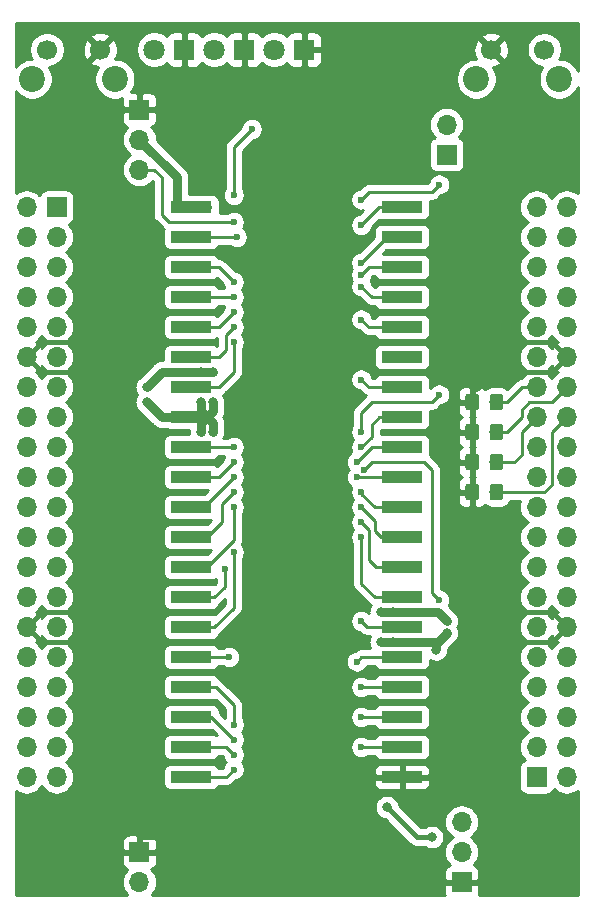
<source format=gbl>
G04 #@! TF.GenerationSoftware,KiCad,Pcbnew,5.1.4-e60b266~84~ubuntu18.04.1*
G04 #@! TF.CreationDate,2019-09-22T15:45:03+01:00*
G04 #@! TF.ProjectId,6502_adapter,36353032-5f61-4646-9170-7465722e6b69,rev?*
G04 #@! TF.SameCoordinates,PX9fdfbc0PY791ddc0*
G04 #@! TF.FileFunction,Copper,L2,Bot*
G04 #@! TF.FilePolarity,Positive*
%FSLAX46Y46*%
G04 Gerber Fmt 4.6, Leading zero omitted, Abs format (unit mm)*
G04 Created by KiCad (PCBNEW 5.1.4-e60b266~84~ubuntu18.04.1) date 2019-09-22 15:45:03*
%MOMM*%
%LPD*%
G04 APERTURE LIST*
%ADD10C,0.100000*%
%ADD11C,1.150000*%
%ADD12R,3.500000X1.000000*%
%ADD13O,1.700000X1.700000*%
%ADD14R,1.700000X1.700000*%
%ADD15C,2.200000*%
%ADD16C,1.700000*%
%ADD17C,1.800000*%
%ADD18R,1.800000X1.800000*%
%ADD19C,0.800000*%
%ADD20C,0.600000*%
%ADD21C,0.400000*%
%ADD22C,0.250000*%
%ADD23C,0.800000*%
%ADD24C,0.254000*%
G04 APERTURE END LIST*
D10*
G36*
X42649505Y45148796D02*
G01*
X42673773Y45145196D01*
X42697572Y45139235D01*
X42720671Y45130970D01*
X42742850Y45120480D01*
X42763893Y45107868D01*
X42783599Y45093253D01*
X42801777Y45076777D01*
X42818253Y45058599D01*
X42832868Y45038893D01*
X42845480Y45017850D01*
X42855970Y44995671D01*
X42864235Y44972572D01*
X42870196Y44948773D01*
X42873796Y44924505D01*
X42875000Y44900001D01*
X42875000Y43999999D01*
X42873796Y43975495D01*
X42870196Y43951227D01*
X42864235Y43927428D01*
X42855970Y43904329D01*
X42845480Y43882150D01*
X42832868Y43861107D01*
X42818253Y43841401D01*
X42801777Y43823223D01*
X42783599Y43806747D01*
X42763893Y43792132D01*
X42742850Y43779520D01*
X42720671Y43769030D01*
X42697572Y43760765D01*
X42673773Y43754804D01*
X42649505Y43751204D01*
X42625001Y43750000D01*
X41974999Y43750000D01*
X41950495Y43751204D01*
X41926227Y43754804D01*
X41902428Y43760765D01*
X41879329Y43769030D01*
X41857150Y43779520D01*
X41836107Y43792132D01*
X41816401Y43806747D01*
X41798223Y43823223D01*
X41781747Y43841401D01*
X41767132Y43861107D01*
X41754520Y43882150D01*
X41744030Y43904329D01*
X41735765Y43927428D01*
X41729804Y43951227D01*
X41726204Y43975495D01*
X41725000Y43999999D01*
X41725000Y44900001D01*
X41726204Y44924505D01*
X41729804Y44948773D01*
X41735765Y44972572D01*
X41744030Y44995671D01*
X41754520Y45017850D01*
X41767132Y45038893D01*
X41781747Y45058599D01*
X41798223Y45076777D01*
X41816401Y45093253D01*
X41836107Y45107868D01*
X41857150Y45120480D01*
X41879329Y45130970D01*
X41902428Y45139235D01*
X41926227Y45145196D01*
X41950495Y45148796D01*
X41974999Y45150000D01*
X42625001Y45150000D01*
X42649505Y45148796D01*
X42649505Y45148796D01*
G37*
D11*
X42300000Y44450000D03*
D10*
G36*
X40599505Y45148796D02*
G01*
X40623773Y45145196D01*
X40647572Y45139235D01*
X40670671Y45130970D01*
X40692850Y45120480D01*
X40713893Y45107868D01*
X40733599Y45093253D01*
X40751777Y45076777D01*
X40768253Y45058599D01*
X40782868Y45038893D01*
X40795480Y45017850D01*
X40805970Y44995671D01*
X40814235Y44972572D01*
X40820196Y44948773D01*
X40823796Y44924505D01*
X40825000Y44900001D01*
X40825000Y43999999D01*
X40823796Y43975495D01*
X40820196Y43951227D01*
X40814235Y43927428D01*
X40805970Y43904329D01*
X40795480Y43882150D01*
X40782868Y43861107D01*
X40768253Y43841401D01*
X40751777Y43823223D01*
X40733599Y43806747D01*
X40713893Y43792132D01*
X40692850Y43779520D01*
X40670671Y43769030D01*
X40647572Y43760765D01*
X40623773Y43754804D01*
X40599505Y43751204D01*
X40575001Y43750000D01*
X39924999Y43750000D01*
X39900495Y43751204D01*
X39876227Y43754804D01*
X39852428Y43760765D01*
X39829329Y43769030D01*
X39807150Y43779520D01*
X39786107Y43792132D01*
X39766401Y43806747D01*
X39748223Y43823223D01*
X39731747Y43841401D01*
X39717132Y43861107D01*
X39704520Y43882150D01*
X39694030Y43904329D01*
X39685765Y43927428D01*
X39679804Y43951227D01*
X39676204Y43975495D01*
X39675000Y43999999D01*
X39675000Y44900001D01*
X39676204Y44924505D01*
X39679804Y44948773D01*
X39685765Y44972572D01*
X39694030Y44995671D01*
X39704520Y45017850D01*
X39717132Y45038893D01*
X39731747Y45058599D01*
X39748223Y45076777D01*
X39766401Y45093253D01*
X39786107Y45107868D01*
X39807150Y45120480D01*
X39829329Y45130970D01*
X39852428Y45139235D01*
X39876227Y45145196D01*
X39900495Y45148796D01*
X39924999Y45150000D01*
X40575001Y45150000D01*
X40599505Y45148796D01*
X40599505Y45148796D01*
G37*
D11*
X40250000Y44450000D03*
D10*
G36*
X42649505Y42608796D02*
G01*
X42673773Y42605196D01*
X42697572Y42599235D01*
X42720671Y42590970D01*
X42742850Y42580480D01*
X42763893Y42567868D01*
X42783599Y42553253D01*
X42801777Y42536777D01*
X42818253Y42518599D01*
X42832868Y42498893D01*
X42845480Y42477850D01*
X42855970Y42455671D01*
X42864235Y42432572D01*
X42870196Y42408773D01*
X42873796Y42384505D01*
X42875000Y42360001D01*
X42875000Y41459999D01*
X42873796Y41435495D01*
X42870196Y41411227D01*
X42864235Y41387428D01*
X42855970Y41364329D01*
X42845480Y41342150D01*
X42832868Y41321107D01*
X42818253Y41301401D01*
X42801777Y41283223D01*
X42783599Y41266747D01*
X42763893Y41252132D01*
X42742850Y41239520D01*
X42720671Y41229030D01*
X42697572Y41220765D01*
X42673773Y41214804D01*
X42649505Y41211204D01*
X42625001Y41210000D01*
X41974999Y41210000D01*
X41950495Y41211204D01*
X41926227Y41214804D01*
X41902428Y41220765D01*
X41879329Y41229030D01*
X41857150Y41239520D01*
X41836107Y41252132D01*
X41816401Y41266747D01*
X41798223Y41283223D01*
X41781747Y41301401D01*
X41767132Y41321107D01*
X41754520Y41342150D01*
X41744030Y41364329D01*
X41735765Y41387428D01*
X41729804Y41411227D01*
X41726204Y41435495D01*
X41725000Y41459999D01*
X41725000Y42360001D01*
X41726204Y42384505D01*
X41729804Y42408773D01*
X41735765Y42432572D01*
X41744030Y42455671D01*
X41754520Y42477850D01*
X41767132Y42498893D01*
X41781747Y42518599D01*
X41798223Y42536777D01*
X41816401Y42553253D01*
X41836107Y42567868D01*
X41857150Y42580480D01*
X41879329Y42590970D01*
X41902428Y42599235D01*
X41926227Y42605196D01*
X41950495Y42608796D01*
X41974999Y42610000D01*
X42625001Y42610000D01*
X42649505Y42608796D01*
X42649505Y42608796D01*
G37*
D11*
X42300000Y41910000D03*
D10*
G36*
X40599505Y42608796D02*
G01*
X40623773Y42605196D01*
X40647572Y42599235D01*
X40670671Y42590970D01*
X40692850Y42580480D01*
X40713893Y42567868D01*
X40733599Y42553253D01*
X40751777Y42536777D01*
X40768253Y42518599D01*
X40782868Y42498893D01*
X40795480Y42477850D01*
X40805970Y42455671D01*
X40814235Y42432572D01*
X40820196Y42408773D01*
X40823796Y42384505D01*
X40825000Y42360001D01*
X40825000Y41459999D01*
X40823796Y41435495D01*
X40820196Y41411227D01*
X40814235Y41387428D01*
X40805970Y41364329D01*
X40795480Y41342150D01*
X40782868Y41321107D01*
X40768253Y41301401D01*
X40751777Y41283223D01*
X40733599Y41266747D01*
X40713893Y41252132D01*
X40692850Y41239520D01*
X40670671Y41229030D01*
X40647572Y41220765D01*
X40623773Y41214804D01*
X40599505Y41211204D01*
X40575001Y41210000D01*
X39924999Y41210000D01*
X39900495Y41211204D01*
X39876227Y41214804D01*
X39852428Y41220765D01*
X39829329Y41229030D01*
X39807150Y41239520D01*
X39786107Y41252132D01*
X39766401Y41266747D01*
X39748223Y41283223D01*
X39731747Y41301401D01*
X39717132Y41321107D01*
X39704520Y41342150D01*
X39694030Y41364329D01*
X39685765Y41387428D01*
X39679804Y41411227D01*
X39676204Y41435495D01*
X39675000Y41459999D01*
X39675000Y42360001D01*
X39676204Y42384505D01*
X39679804Y42408773D01*
X39685765Y42432572D01*
X39694030Y42455671D01*
X39704520Y42477850D01*
X39717132Y42498893D01*
X39731747Y42518599D01*
X39748223Y42536777D01*
X39766401Y42553253D01*
X39786107Y42567868D01*
X39807150Y42580480D01*
X39829329Y42590970D01*
X39852428Y42599235D01*
X39876227Y42605196D01*
X39900495Y42608796D01*
X39924999Y42610000D01*
X40575001Y42610000D01*
X40599505Y42608796D01*
X40599505Y42608796D01*
G37*
D11*
X40250000Y41910000D03*
D10*
G36*
X42649505Y40068796D02*
G01*
X42673773Y40065196D01*
X42697572Y40059235D01*
X42720671Y40050970D01*
X42742850Y40040480D01*
X42763893Y40027868D01*
X42783599Y40013253D01*
X42801777Y39996777D01*
X42818253Y39978599D01*
X42832868Y39958893D01*
X42845480Y39937850D01*
X42855970Y39915671D01*
X42864235Y39892572D01*
X42870196Y39868773D01*
X42873796Y39844505D01*
X42875000Y39820001D01*
X42875000Y38919999D01*
X42873796Y38895495D01*
X42870196Y38871227D01*
X42864235Y38847428D01*
X42855970Y38824329D01*
X42845480Y38802150D01*
X42832868Y38781107D01*
X42818253Y38761401D01*
X42801777Y38743223D01*
X42783599Y38726747D01*
X42763893Y38712132D01*
X42742850Y38699520D01*
X42720671Y38689030D01*
X42697572Y38680765D01*
X42673773Y38674804D01*
X42649505Y38671204D01*
X42625001Y38670000D01*
X41974999Y38670000D01*
X41950495Y38671204D01*
X41926227Y38674804D01*
X41902428Y38680765D01*
X41879329Y38689030D01*
X41857150Y38699520D01*
X41836107Y38712132D01*
X41816401Y38726747D01*
X41798223Y38743223D01*
X41781747Y38761401D01*
X41767132Y38781107D01*
X41754520Y38802150D01*
X41744030Y38824329D01*
X41735765Y38847428D01*
X41729804Y38871227D01*
X41726204Y38895495D01*
X41725000Y38919999D01*
X41725000Y39820001D01*
X41726204Y39844505D01*
X41729804Y39868773D01*
X41735765Y39892572D01*
X41744030Y39915671D01*
X41754520Y39937850D01*
X41767132Y39958893D01*
X41781747Y39978599D01*
X41798223Y39996777D01*
X41816401Y40013253D01*
X41836107Y40027868D01*
X41857150Y40040480D01*
X41879329Y40050970D01*
X41902428Y40059235D01*
X41926227Y40065196D01*
X41950495Y40068796D01*
X41974999Y40070000D01*
X42625001Y40070000D01*
X42649505Y40068796D01*
X42649505Y40068796D01*
G37*
D11*
X42300000Y39370000D03*
D10*
G36*
X40599505Y40068796D02*
G01*
X40623773Y40065196D01*
X40647572Y40059235D01*
X40670671Y40050970D01*
X40692850Y40040480D01*
X40713893Y40027868D01*
X40733599Y40013253D01*
X40751777Y39996777D01*
X40768253Y39978599D01*
X40782868Y39958893D01*
X40795480Y39937850D01*
X40805970Y39915671D01*
X40814235Y39892572D01*
X40820196Y39868773D01*
X40823796Y39844505D01*
X40825000Y39820001D01*
X40825000Y38919999D01*
X40823796Y38895495D01*
X40820196Y38871227D01*
X40814235Y38847428D01*
X40805970Y38824329D01*
X40795480Y38802150D01*
X40782868Y38781107D01*
X40768253Y38761401D01*
X40751777Y38743223D01*
X40733599Y38726747D01*
X40713893Y38712132D01*
X40692850Y38699520D01*
X40670671Y38689030D01*
X40647572Y38680765D01*
X40623773Y38674804D01*
X40599505Y38671204D01*
X40575001Y38670000D01*
X39924999Y38670000D01*
X39900495Y38671204D01*
X39876227Y38674804D01*
X39852428Y38680765D01*
X39829329Y38689030D01*
X39807150Y38699520D01*
X39786107Y38712132D01*
X39766401Y38726747D01*
X39748223Y38743223D01*
X39731747Y38761401D01*
X39717132Y38781107D01*
X39704520Y38802150D01*
X39694030Y38824329D01*
X39685765Y38847428D01*
X39679804Y38871227D01*
X39676204Y38895495D01*
X39675000Y38919999D01*
X39675000Y39820001D01*
X39676204Y39844505D01*
X39679804Y39868773D01*
X39685765Y39892572D01*
X39694030Y39915671D01*
X39704520Y39937850D01*
X39717132Y39958893D01*
X39731747Y39978599D01*
X39748223Y39996777D01*
X39766401Y40013253D01*
X39786107Y40027868D01*
X39807150Y40040480D01*
X39829329Y40050970D01*
X39852428Y40059235D01*
X39876227Y40065196D01*
X39900495Y40068796D01*
X39924999Y40070000D01*
X40575001Y40070000D01*
X40599505Y40068796D01*
X40599505Y40068796D01*
G37*
D11*
X40250000Y39370000D03*
D10*
G36*
X42649505Y37528796D02*
G01*
X42673773Y37525196D01*
X42697572Y37519235D01*
X42720671Y37510970D01*
X42742850Y37500480D01*
X42763893Y37487868D01*
X42783599Y37473253D01*
X42801777Y37456777D01*
X42818253Y37438599D01*
X42832868Y37418893D01*
X42845480Y37397850D01*
X42855970Y37375671D01*
X42864235Y37352572D01*
X42870196Y37328773D01*
X42873796Y37304505D01*
X42875000Y37280001D01*
X42875000Y36379999D01*
X42873796Y36355495D01*
X42870196Y36331227D01*
X42864235Y36307428D01*
X42855970Y36284329D01*
X42845480Y36262150D01*
X42832868Y36241107D01*
X42818253Y36221401D01*
X42801777Y36203223D01*
X42783599Y36186747D01*
X42763893Y36172132D01*
X42742850Y36159520D01*
X42720671Y36149030D01*
X42697572Y36140765D01*
X42673773Y36134804D01*
X42649505Y36131204D01*
X42625001Y36130000D01*
X41974999Y36130000D01*
X41950495Y36131204D01*
X41926227Y36134804D01*
X41902428Y36140765D01*
X41879329Y36149030D01*
X41857150Y36159520D01*
X41836107Y36172132D01*
X41816401Y36186747D01*
X41798223Y36203223D01*
X41781747Y36221401D01*
X41767132Y36241107D01*
X41754520Y36262150D01*
X41744030Y36284329D01*
X41735765Y36307428D01*
X41729804Y36331227D01*
X41726204Y36355495D01*
X41725000Y36379999D01*
X41725000Y37280001D01*
X41726204Y37304505D01*
X41729804Y37328773D01*
X41735765Y37352572D01*
X41744030Y37375671D01*
X41754520Y37397850D01*
X41767132Y37418893D01*
X41781747Y37438599D01*
X41798223Y37456777D01*
X41816401Y37473253D01*
X41836107Y37487868D01*
X41857150Y37500480D01*
X41879329Y37510970D01*
X41902428Y37519235D01*
X41926227Y37525196D01*
X41950495Y37528796D01*
X41974999Y37530000D01*
X42625001Y37530000D01*
X42649505Y37528796D01*
X42649505Y37528796D01*
G37*
D11*
X42300000Y36830000D03*
D10*
G36*
X40599505Y37528796D02*
G01*
X40623773Y37525196D01*
X40647572Y37519235D01*
X40670671Y37510970D01*
X40692850Y37500480D01*
X40713893Y37487868D01*
X40733599Y37473253D01*
X40751777Y37456777D01*
X40768253Y37438599D01*
X40782868Y37418893D01*
X40795480Y37397850D01*
X40805970Y37375671D01*
X40814235Y37352572D01*
X40820196Y37328773D01*
X40823796Y37304505D01*
X40825000Y37280001D01*
X40825000Y36379999D01*
X40823796Y36355495D01*
X40820196Y36331227D01*
X40814235Y36307428D01*
X40805970Y36284329D01*
X40795480Y36262150D01*
X40782868Y36241107D01*
X40768253Y36221401D01*
X40751777Y36203223D01*
X40733599Y36186747D01*
X40713893Y36172132D01*
X40692850Y36159520D01*
X40670671Y36149030D01*
X40647572Y36140765D01*
X40623773Y36134804D01*
X40599505Y36131204D01*
X40575001Y36130000D01*
X39924999Y36130000D01*
X39900495Y36131204D01*
X39876227Y36134804D01*
X39852428Y36140765D01*
X39829329Y36149030D01*
X39807150Y36159520D01*
X39786107Y36172132D01*
X39766401Y36186747D01*
X39748223Y36203223D01*
X39731747Y36221401D01*
X39717132Y36241107D01*
X39704520Y36262150D01*
X39694030Y36284329D01*
X39685765Y36307428D01*
X39679804Y36331227D01*
X39676204Y36355495D01*
X39675000Y36379999D01*
X39675000Y37280001D01*
X39676204Y37304505D01*
X39679804Y37328773D01*
X39685765Y37352572D01*
X39694030Y37375671D01*
X39704520Y37397850D01*
X39717132Y37418893D01*
X39731747Y37438599D01*
X39748223Y37456777D01*
X39766401Y37473253D01*
X39786107Y37487868D01*
X39807150Y37500480D01*
X39829329Y37510970D01*
X39852428Y37519235D01*
X39876227Y37525196D01*
X39900495Y37528796D01*
X39924999Y37530000D01*
X40575001Y37530000D01*
X40599505Y37528796D01*
X40599505Y37528796D01*
G37*
D11*
X40250000Y36830000D03*
D12*
X34320000Y60960000D03*
X34320000Y58420000D03*
X34320000Y55880000D03*
X34320000Y53340000D03*
X34320000Y50800000D03*
X34320000Y48260000D03*
X34320000Y45720000D03*
X34320000Y43180000D03*
X34320000Y40640000D03*
X34320000Y38100000D03*
X34320000Y35560000D03*
X34320000Y33020000D03*
X34320000Y30480000D03*
X34320000Y27940000D03*
X34320000Y25400000D03*
X34320000Y22860000D03*
X34320000Y20320000D03*
X34320000Y17780000D03*
X34320000Y15240000D03*
X16480000Y12700000D03*
X16480000Y15240000D03*
X16480000Y17780000D03*
X16480000Y20320000D03*
X16480000Y22860000D03*
X16480000Y25400000D03*
X16480000Y27940000D03*
X16480000Y30480000D03*
X16480000Y33020000D03*
X16480000Y35560000D03*
X16480000Y38100000D03*
X16480000Y40640000D03*
X16480000Y43180000D03*
X16480000Y45720000D03*
X16480000Y48260000D03*
X16480000Y50800000D03*
X16480000Y53340000D03*
X16480000Y55880000D03*
X16480000Y58420000D03*
X16480000Y60960000D03*
X34320000Y12700000D03*
D13*
X12065000Y3810000D03*
D14*
X12065000Y6350000D03*
D13*
X39370000Y8890000D03*
X39370000Y6350000D03*
D14*
X39370000Y3810000D03*
D15*
X47605000Y71795000D03*
X40605000Y71795000D03*
D16*
X46355000Y74295000D03*
X41855000Y74295000D03*
D15*
X10004500Y71795000D03*
X3004500Y71795000D03*
D16*
X8754500Y74295000D03*
X4254500Y74295000D03*
D13*
X38100000Y67945000D03*
D14*
X38100000Y65405000D03*
D13*
X12065000Y64135000D03*
X12065000Y66675000D03*
D14*
X12065000Y69215000D03*
D17*
X18415000Y74295000D03*
D18*
X20955000Y74295000D03*
D17*
X23495000Y74295000D03*
D18*
X26035000Y74295000D03*
D17*
X13335000Y74295000D03*
D18*
X15875000Y74295000D03*
D13*
X2540000Y12700000D03*
X5080000Y12700000D03*
X2540000Y15240000D03*
X5080000Y15240000D03*
X2540000Y17780000D03*
X5080000Y17780000D03*
X2540000Y20320000D03*
X5080000Y20320000D03*
X2540000Y22860000D03*
X5080000Y22860000D03*
X2540000Y25400000D03*
X5080000Y25400000D03*
X2540000Y27940000D03*
X5080000Y27940000D03*
X2540000Y30480000D03*
X5080000Y30480000D03*
X2540000Y33020000D03*
X5080000Y33020000D03*
X2540000Y35560000D03*
X5080000Y35560000D03*
X2540000Y38100000D03*
X5080000Y38100000D03*
X2540000Y40640000D03*
X5080000Y40640000D03*
X2540000Y43180000D03*
X5080000Y43180000D03*
X2540000Y45720000D03*
X5080000Y45720000D03*
X2540000Y48260000D03*
X5080000Y48260000D03*
X2540000Y50800000D03*
X5080000Y50800000D03*
X2540000Y53340000D03*
X5080000Y53340000D03*
X2540000Y55880000D03*
X5080000Y55880000D03*
X2540000Y58420000D03*
X5080000Y58420000D03*
X2540000Y60960000D03*
D14*
X5080000Y60960000D03*
D13*
X48260000Y60960000D03*
X45720000Y60960000D03*
X48260000Y58420000D03*
X45720000Y58420000D03*
X48260000Y55880000D03*
X45720000Y55880000D03*
X48260000Y53340000D03*
X45720000Y53340000D03*
X48260000Y50800000D03*
X45720000Y50800000D03*
X48260000Y48260000D03*
X45720000Y48260000D03*
X48260000Y45720000D03*
X45720000Y45720000D03*
X48260000Y43180000D03*
X45720000Y43180000D03*
X48260000Y40640000D03*
X45720000Y40640000D03*
X48260000Y38100000D03*
X45720000Y38100000D03*
X48260000Y35560000D03*
X45720000Y35560000D03*
X48260000Y33020000D03*
X45720000Y33020000D03*
X48260000Y30480000D03*
X45720000Y30480000D03*
X48260000Y27940000D03*
X45720000Y27940000D03*
X48260000Y25400000D03*
X45720000Y25400000D03*
X48260000Y22860000D03*
X45720000Y22860000D03*
X48260000Y20320000D03*
X45720000Y20320000D03*
X48260000Y17780000D03*
X45720000Y17780000D03*
X48260000Y15240000D03*
X45720000Y15240000D03*
X48260000Y12700000D03*
D14*
X45720000Y12700000D03*
D19*
X27305000Y48260000D03*
X40005000Y29210000D03*
X42926000Y22860000D03*
X24130000Y13970000D03*
X24130000Y32385000D03*
X26670000Y57785000D03*
X40005000Y47625000D03*
X23495000Y41910000D03*
X23495000Y43180000D03*
X23495000Y24765000D03*
X23495000Y23495000D03*
X10795000Y24765000D03*
X22860000Y3810000D03*
X10795000Y61595000D03*
X26670000Y13970000D03*
X10160000Y43180000D03*
X25400000Y49276000D03*
X24384000Y55880000D03*
X27305000Y29210000D03*
X27305000Y30480000D03*
X11557000Y9398000D03*
X10160000Y26416000D03*
X23368000Y61595000D03*
X23368000Y60325000D03*
X40640000Y45720000D03*
X26670000Y39624000D03*
X10160000Y51054000D03*
X40640000Y57404000D03*
X42926000Y12065000D03*
X42931000Y13965000D03*
X42926000Y16510000D03*
X42926000Y18415000D03*
X42926000Y24892000D03*
X45466000Y9906000D03*
D20*
X30861000Y25908000D03*
X30861000Y33020000D03*
X30861000Y34290000D03*
X30861000Y35560000D03*
X30861000Y36830000D03*
X30480000Y38100000D03*
X30480000Y39370000D03*
X30861000Y40640000D03*
D19*
X33528000Y24130000D03*
X33528000Y26670000D03*
X18288000Y46990000D03*
X12700000Y45720000D03*
X36830000Y7620000D03*
X33020000Y10160000D03*
X17272000Y46990000D03*
X18288000Y44450000D03*
X17272000Y41910000D03*
X18288000Y41910000D03*
X17272000Y44450000D03*
X12700000Y44450000D03*
X32512000Y26670000D03*
X32512000Y24130000D03*
X38100000Y24892000D03*
X38100000Y25908000D03*
X37211000Y23495000D03*
D20*
X20066000Y40640000D03*
X20066000Y39370000D03*
X20066000Y38100000D03*
X20066000Y36830000D03*
X20066000Y35560000D03*
X19304000Y30353000D03*
X20066000Y31750000D03*
X19685000Y22860000D03*
X20066000Y17145000D03*
X20066000Y15875000D03*
X20066000Y14605000D03*
X20066000Y13335000D03*
X30861000Y15240000D03*
X30861000Y17780000D03*
X30861000Y20320000D03*
X30480000Y22479000D03*
X20066000Y59690000D03*
X20066000Y61976000D03*
X21590000Y67564000D03*
X20320000Y58420000D03*
X20066000Y54610000D03*
X20066000Y53340000D03*
X20066000Y50800000D03*
X20066000Y49530000D03*
X31115000Y38735000D03*
X30861000Y46355000D03*
X37466397Y27686000D03*
X30861000Y51435000D03*
X30861000Y54229000D03*
X30861000Y55245000D03*
X30861000Y56261000D03*
X30861000Y59436000D03*
X30861000Y41910000D03*
X37465000Y45085000D03*
X37465000Y62865000D03*
X20066000Y52070000D03*
X30861000Y61595000D03*
D21*
X2540000Y48260000D02*
X3810000Y49530000D01*
X7302500Y48577500D02*
X7620000Y48895000D01*
X6350000Y49530000D02*
X7302500Y48577500D01*
X3810000Y49530000D02*
X6350000Y49530000D01*
X2540000Y25400000D02*
X3810000Y26670000D01*
X3810000Y26670000D02*
X7620000Y26670000D01*
X7620000Y24130000D02*
X7620000Y26670000D01*
X2540000Y25400000D02*
X3810000Y24130000D01*
X3810000Y24130000D02*
X7620000Y24130000D01*
X42545000Y46990000D02*
X46990000Y46990000D01*
X46990000Y46990000D02*
X48260000Y48260000D01*
X48260000Y48260000D02*
X46990000Y49530000D01*
X46990000Y49530000D02*
X42545000Y49530000D01*
X7620000Y48895000D02*
X6985000Y48260000D01*
X6985000Y48260000D02*
X6985000Y46990000D01*
X3810000Y46990000D02*
X2540000Y48260000D01*
X6985000Y46990000D02*
X3810000Y46990000D01*
X42545000Y49530000D02*
X42545000Y46990000D01*
X36830000Y12700000D02*
X33020000Y12700000D01*
X36830000Y11430000D02*
X36830000Y12700000D01*
X12065000Y7620000D02*
X12065000Y6350000D01*
X26670000Y29845000D02*
X27305000Y29845000D01*
X24130000Y32385000D02*
X26670000Y29845000D01*
X27305000Y43815000D02*
X27305000Y48260000D01*
X23495000Y43180000D02*
X23495000Y43815000D01*
X23495000Y43815000D02*
X27305000Y43815000D01*
X23495000Y43180000D02*
X23495000Y41910000D01*
X23495000Y23495000D02*
X23495000Y24765000D01*
X10795000Y24130000D02*
X7620000Y24130000D01*
X10795000Y24765000D02*
X10795000Y24130000D01*
X22860000Y7620000D02*
X22860000Y3810000D01*
X12065000Y7620000D02*
X22860000Y7620000D01*
X27940000Y13970000D02*
X24130000Y13970000D01*
X27940000Y13970000D02*
X27940000Y12700000D01*
X27940000Y10795000D02*
X27940000Y12700000D01*
X27940000Y12700000D02*
X33020000Y12700000D01*
X22860000Y7620000D02*
X24130000Y7620000D01*
X24130000Y7620000D02*
X27940000Y10795000D01*
X42545000Y47625000D02*
X40640000Y47625000D01*
X40640000Y47625000D02*
X40005000Y47625000D01*
X10160000Y43180000D02*
X8890000Y43815000D01*
X8890000Y43815000D02*
X7620000Y45085000D01*
X7620000Y45085000D02*
X7620000Y46355000D01*
X7620000Y46355000D02*
X6985000Y46990000D01*
X26289000Y49276000D02*
X27305000Y48260000D01*
X25400000Y49276000D02*
X26289000Y49276000D01*
X25273000Y57785000D02*
X26670000Y57785000D01*
X24384000Y57785000D02*
X25273000Y57785000D01*
X24384000Y55880000D02*
X24384000Y57785000D01*
X27305000Y30480000D02*
X27305000Y29210000D01*
X11557000Y9144000D02*
X12065000Y8636000D01*
X12065000Y8636000D02*
X12065000Y7620000D01*
X10795000Y25781000D02*
X10795000Y24765000D01*
X10160000Y26416000D02*
X10795000Y25781000D01*
X23368000Y60325000D02*
X23368000Y61595000D01*
X23368000Y57785000D02*
X25273000Y57785000D01*
X23368000Y60325000D02*
X23368000Y57785000D01*
X40640000Y45720000D02*
X40640000Y47625000D01*
X23495000Y39624000D02*
X23495000Y41910000D01*
X26670000Y39624000D02*
X23495000Y39624000D01*
X10160000Y51054000D02*
X9779000Y51054000D01*
X9779000Y51054000D02*
X7620000Y48895000D01*
X10160000Y51054000D02*
X10160000Y60960000D01*
X10160000Y60960000D02*
X10795000Y61595000D01*
X42545000Y55499000D02*
X42545000Y49530000D01*
X40640000Y57404000D02*
X42545000Y55499000D01*
X42926000Y11430000D02*
X36830000Y11430000D01*
X41910000Y29210000D02*
X40005000Y29210000D01*
X42926000Y28194000D02*
X41910000Y29210000D01*
X42926000Y26670000D02*
X42926000Y28194000D01*
X48260000Y25400000D02*
X46990000Y26670000D01*
X46990000Y26670000D02*
X42926000Y26670000D01*
X46990000Y24130000D02*
X42926000Y24130000D01*
X48260000Y25400000D02*
X46990000Y24130000D01*
X42926000Y11430000D02*
X42926000Y18415000D01*
X42926000Y18415000D02*
X42926000Y24892000D01*
X42926000Y24892000D02*
X42926000Y26670000D01*
X43942000Y11430000D02*
X42926000Y11430000D01*
X45466000Y9906000D02*
X43942000Y11430000D01*
D22*
X33020000Y25400000D02*
X31369000Y25400000D01*
X31369000Y25400000D02*
X30861000Y25908000D01*
X32004000Y27940000D02*
X33020000Y27940000D01*
X30861000Y33020000D02*
X30861000Y29083000D01*
X30861000Y29083000D02*
X32004000Y27940000D01*
X32131000Y30480000D02*
X33020000Y30480000D01*
X31496000Y31115000D02*
X32131000Y30480000D01*
X30861000Y34290000D02*
X31496000Y33655000D01*
X31496000Y33655000D02*
X31496000Y31115000D01*
X32512000Y33020000D02*
X33020000Y33020000D01*
X32004000Y33528000D02*
X32512000Y33020000D01*
X30861000Y35560000D02*
X32004000Y34417000D01*
X32004000Y34417000D02*
X32004000Y33528000D01*
X32004000Y35560000D02*
X33020000Y35560000D01*
X30861000Y36830000D02*
X30861000Y36703000D01*
X30861000Y36703000D02*
X32004000Y35560000D01*
X30480000Y38100000D02*
X33020000Y38100000D01*
X31750000Y40640000D02*
X33020000Y40640000D01*
X30480000Y39370000D02*
X31750000Y40640000D01*
X32385000Y43180000D02*
X33020000Y43180000D01*
X31750000Y42545000D02*
X32385000Y43180000D01*
X30861000Y40640000D02*
X31750000Y41529000D01*
X31750000Y41529000D02*
X31750000Y42545000D01*
D23*
X17780000Y43180000D02*
X13970000Y43180000D01*
X13970000Y43180000D02*
X12700000Y44450000D01*
D21*
X35560000Y7620000D02*
X36830000Y7620000D01*
X33020000Y10160000D02*
X35560000Y7620000D01*
D23*
X18288000Y46990000D02*
X13970000Y46990000D01*
X13970000Y46990000D02*
X12700000Y45720000D01*
X17272000Y43688000D02*
X17780000Y43180000D01*
X17272000Y44450000D02*
X17272000Y43688000D01*
X17272000Y42672000D02*
X17780000Y43180000D01*
X17272000Y41910000D02*
X17272000Y42672000D01*
X18288000Y43688000D02*
X17780000Y43180000D01*
X18288000Y44450000D02*
X18288000Y43688000D01*
X18288000Y42672000D02*
X17780000Y43180000D01*
X18288000Y41910000D02*
X18288000Y42672000D01*
X37338000Y24130000D02*
X32512000Y24130000D01*
X38100000Y24892000D02*
X37338000Y24130000D01*
X37338000Y26670000D02*
X38100000Y25908000D01*
X32512000Y26670000D02*
X37338000Y26670000D01*
D21*
X37338000Y23622000D02*
X37211000Y23495000D01*
X37338000Y24130000D02*
X37338000Y23622000D01*
D22*
X17780000Y40640000D02*
X20066000Y40640000D01*
X18796000Y38100000D02*
X17780000Y38100000D01*
X20066000Y39370000D02*
X18796000Y38100000D01*
X20066000Y38100000D02*
X17780000Y35814000D01*
X17780000Y35814000D02*
X17780000Y35560000D01*
X19050000Y34290000D02*
X17780000Y33020000D01*
X19050000Y35814000D02*
X19050000Y34290000D01*
X20066000Y36830000D02*
X19050000Y35814000D01*
X20066000Y35560000D02*
X20066000Y32766000D01*
X20066000Y32766000D02*
X17780000Y30480000D01*
X18415000Y27940000D02*
X17780000Y27940000D01*
X19304000Y28829000D02*
X18415000Y27940000D01*
X19304000Y30353000D02*
X19304000Y28829000D01*
X18415000Y25400000D02*
X17780000Y25400000D01*
X20066000Y31750000D02*
X20066000Y27051000D01*
X20066000Y27051000D02*
X18415000Y25400000D01*
X17780000Y22860000D02*
X18415000Y22860000D01*
X19685000Y22860000D02*
X17780000Y22860000D01*
X18542000Y20320000D02*
X17780000Y20320000D01*
X20066000Y17145000D02*
X20066000Y18796000D01*
X20066000Y18796000D02*
X18542000Y20320000D01*
X18161000Y17780000D02*
X17780000Y17780000D01*
X20066000Y15875000D02*
X18161000Y17780000D01*
X19431000Y15240000D02*
X17780000Y15240000D01*
X20066000Y14605000D02*
X19431000Y15240000D01*
X19431000Y12700000D02*
X17780000Y12700000D01*
X20066000Y13335000D02*
X19431000Y12700000D01*
X33020000Y15240000D02*
X30861000Y15240000D01*
X30861000Y17780000D02*
X33020000Y17780000D01*
X30861000Y20320000D02*
X33020000Y20320000D01*
X30480000Y22479000D02*
X30861000Y22860000D01*
X30861000Y22860000D02*
X33020000Y22860000D01*
X20066000Y59690000D02*
X14605000Y59690000D01*
X13970000Y63500000D02*
X13335000Y64135000D01*
X14605000Y59690000D02*
X13970000Y60325000D01*
X13970000Y60325000D02*
X13970000Y63500000D01*
X13335000Y64135000D02*
X12065000Y64135000D01*
X20066000Y66040000D02*
X20066000Y61976000D01*
X21590000Y67564000D02*
X20066000Y66040000D01*
X20320000Y58420000D02*
X17780000Y58420000D01*
X18796000Y55880000D02*
X17780000Y55880000D01*
X20066000Y54610000D02*
X18796000Y55880000D01*
X20066000Y53340000D02*
X17780000Y53340000D01*
X18796000Y48260000D02*
X17780000Y48260000D01*
X19431000Y48895000D02*
X18796000Y48260000D01*
X20066000Y50800000D02*
X19431000Y50165000D01*
X19431000Y50165000D02*
X19431000Y48895000D01*
X18796000Y45720000D02*
X17780000Y45720000D01*
X20066000Y49530000D02*
X20066000Y46990000D01*
X20066000Y46990000D02*
X18796000Y45720000D01*
X30861000Y46355000D02*
X31496000Y45720000D01*
X31496000Y45720000D02*
X33020000Y45720000D01*
X37466397Y27686000D02*
X36830000Y28322397D01*
X36195000Y39370000D02*
X31750000Y39370000D01*
X31750000Y39370000D02*
X31115000Y38735000D01*
X36830000Y28322397D02*
X36830000Y38735000D01*
X36830000Y38735000D02*
X36195000Y39370000D01*
X30861000Y51435000D02*
X31496000Y50800000D01*
X31496000Y50800000D02*
X33020000Y50800000D01*
X31750000Y53340000D02*
X33020000Y53340000D01*
X30861000Y54229000D02*
X31750000Y53340000D01*
X31496000Y55880000D02*
X33020000Y55880000D01*
X30861000Y55245000D02*
X31496000Y55880000D01*
X33020000Y58420000D02*
X30861000Y56261000D01*
X32385000Y60960000D02*
X30861000Y59436000D01*
X33020000Y60960000D02*
X32385000Y60960000D01*
X37465000Y45085000D02*
X36830000Y44450000D01*
X31750000Y44450000D02*
X30861000Y43561000D01*
X36830000Y44450000D02*
X31750000Y44450000D01*
X30861000Y43561000D02*
X30861000Y41910000D01*
D23*
X15240000Y63500000D02*
X12065000Y66675000D01*
X17780000Y60960000D02*
X15240000Y60960000D01*
X15240000Y60960000D02*
X15240000Y63500000D01*
D22*
X18796000Y50800000D02*
X17780000Y50800000D01*
X20066000Y52070000D02*
X18796000Y50800000D01*
X30861000Y61595000D02*
X31496000Y62230000D01*
X31496000Y62230000D02*
X36830000Y62230000D01*
X36830000Y62230000D02*
X37465000Y62865000D01*
X45720000Y45720000D02*
X44450000Y45720000D01*
X43180000Y44450000D02*
X42300000Y44450000D01*
X44450000Y45720000D02*
X43180000Y44450000D01*
X46990000Y44450000D02*
X48260000Y45720000D01*
X45085000Y44450000D02*
X46990000Y44450000D01*
X44450000Y43815000D02*
X45085000Y44450000D01*
X42300000Y41910000D02*
X43180000Y41910000D01*
X44450000Y43180000D02*
X44450000Y43815000D01*
X43180000Y41910000D02*
X44450000Y43180000D01*
X43815000Y39370000D02*
X42300000Y39370000D01*
X45720000Y43180000D02*
X44450000Y41910000D01*
X44450000Y40005000D02*
X43815000Y39370000D01*
X44450000Y41910000D02*
X44450000Y40005000D01*
X46990000Y41910000D02*
X48260000Y43180000D01*
X46990000Y37465000D02*
X46990000Y41910000D01*
X42300000Y36830000D02*
X46355000Y36830000D01*
X46355000Y36830000D02*
X46990000Y37465000D01*
D24*
G36*
X49201000Y72475689D02*
G01*
X49142537Y72616831D01*
X48952663Y72900998D01*
X48710998Y73142663D01*
X48426831Y73332537D01*
X48111081Y73463325D01*
X47775883Y73530000D01*
X47629838Y73530000D01*
X47670990Y73591589D01*
X47782932Y73861842D01*
X47840000Y74148740D01*
X47840000Y74441260D01*
X47782932Y74728158D01*
X47670990Y74998411D01*
X47508475Y75241632D01*
X47301632Y75448475D01*
X47058411Y75610990D01*
X46788158Y75722932D01*
X46501260Y75780000D01*
X46208740Y75780000D01*
X45921842Y75722932D01*
X45651589Y75610990D01*
X45408368Y75448475D01*
X45201525Y75241632D01*
X45039010Y74998411D01*
X44927068Y74728158D01*
X44870000Y74441260D01*
X44870000Y74148740D01*
X44927068Y73861842D01*
X45039010Y73591589D01*
X45201525Y73348368D01*
X45408368Y73141525D01*
X45651589Y72979010D01*
X45921842Y72867068D01*
X46197966Y72812143D01*
X46067463Y72616831D01*
X45936675Y72301081D01*
X45870000Y71965883D01*
X45870000Y71624117D01*
X45936675Y71288919D01*
X46067463Y70973169D01*
X46257337Y70689002D01*
X46499002Y70447337D01*
X46783169Y70257463D01*
X47098919Y70126675D01*
X47434117Y70060000D01*
X47775883Y70060000D01*
X48111081Y70126675D01*
X48426831Y70257463D01*
X48710998Y70447337D01*
X48952663Y70689002D01*
X49142537Y70973169D01*
X49201000Y71114311D01*
X49201000Y62108801D01*
X49089014Y62200706D01*
X48831034Y62338599D01*
X48551111Y62423513D01*
X48332950Y62445000D01*
X48187050Y62445000D01*
X47968889Y62423513D01*
X47688966Y62338599D01*
X47430986Y62200706D01*
X47204866Y62015134D01*
X47019294Y61789014D01*
X46990000Y61734209D01*
X46960706Y61789014D01*
X46775134Y62015134D01*
X46549014Y62200706D01*
X46291034Y62338599D01*
X46011111Y62423513D01*
X45792950Y62445000D01*
X45647050Y62445000D01*
X45428889Y62423513D01*
X45148966Y62338599D01*
X44890986Y62200706D01*
X44664866Y62015134D01*
X44479294Y61789014D01*
X44341401Y61531034D01*
X44256487Y61251111D01*
X44227815Y60960000D01*
X44256487Y60668889D01*
X44341401Y60388966D01*
X44479294Y60130986D01*
X44664866Y59904866D01*
X44890986Y59719294D01*
X44945791Y59690000D01*
X44890986Y59660706D01*
X44664866Y59475134D01*
X44479294Y59249014D01*
X44341401Y58991034D01*
X44256487Y58711111D01*
X44227815Y58420000D01*
X44256487Y58128889D01*
X44341401Y57848966D01*
X44479294Y57590986D01*
X44664866Y57364866D01*
X44890986Y57179294D01*
X44945791Y57150000D01*
X44890986Y57120706D01*
X44664866Y56935134D01*
X44479294Y56709014D01*
X44341401Y56451034D01*
X44256487Y56171111D01*
X44227815Y55880000D01*
X44256487Y55588889D01*
X44341401Y55308966D01*
X44479294Y55050986D01*
X44664866Y54824866D01*
X44890986Y54639294D01*
X44945791Y54610000D01*
X44890986Y54580706D01*
X44664866Y54395134D01*
X44479294Y54169014D01*
X44341401Y53911034D01*
X44256487Y53631111D01*
X44227815Y53340000D01*
X44256487Y53048889D01*
X44341401Y52768966D01*
X44479294Y52510986D01*
X44664866Y52284866D01*
X44890986Y52099294D01*
X44945791Y52070000D01*
X44890986Y52040706D01*
X44664866Y51855134D01*
X44479294Y51629014D01*
X44341401Y51371034D01*
X44256487Y51091111D01*
X44227815Y50800000D01*
X44256487Y50508889D01*
X44341401Y50228966D01*
X44479294Y49970986D01*
X44664866Y49744866D01*
X44890986Y49559294D01*
X44945791Y49530000D01*
X44890986Y49500706D01*
X44664866Y49315134D01*
X44479294Y49089014D01*
X44341401Y48831034D01*
X44256487Y48551111D01*
X44227815Y48260000D01*
X44256487Y47968889D01*
X44341401Y47688966D01*
X44479294Y47430986D01*
X44664866Y47204866D01*
X44890986Y47019294D01*
X44945791Y46990000D01*
X44890986Y46960706D01*
X44664866Y46775134D01*
X44479294Y46549014D01*
X44444057Y46483091D01*
X44412676Y46480000D01*
X44412667Y46480000D01*
X44301014Y46469003D01*
X44157753Y46425546D01*
X44025724Y46354974D01*
X43909999Y46260001D01*
X43886201Y46231003D01*
X43214624Y45559425D01*
X43118387Y45638405D01*
X42964851Y45720472D01*
X42798255Y45771008D01*
X42625001Y45788072D01*
X41974999Y45788072D01*
X41801745Y45771008D01*
X41635149Y45720472D01*
X41481613Y45638405D01*
X41347038Y45527962D01*
X41341658Y45521406D01*
X41276185Y45601185D01*
X41179494Y45680537D01*
X41069180Y45739502D01*
X40949482Y45775812D01*
X40825000Y45788072D01*
X40535750Y45785000D01*
X40377000Y45626250D01*
X40377000Y44577000D01*
X40397000Y44577000D01*
X40397000Y44323000D01*
X40377000Y44323000D01*
X40377000Y43273750D01*
X40470750Y43180000D01*
X40377000Y43086250D01*
X40377000Y42037000D01*
X40397000Y42037000D01*
X40397000Y41783000D01*
X40377000Y41783000D01*
X40377000Y40733750D01*
X40470750Y40640000D01*
X40377000Y40546250D01*
X40377000Y39497000D01*
X40397000Y39497000D01*
X40397000Y39243000D01*
X40377000Y39243000D01*
X40377000Y38193750D01*
X40470750Y38100000D01*
X40377000Y38006250D01*
X40377000Y36957000D01*
X40397000Y36957000D01*
X40397000Y36703000D01*
X40377000Y36703000D01*
X40377000Y35653750D01*
X40535750Y35495000D01*
X40825000Y35491928D01*
X40949482Y35504188D01*
X41069180Y35540498D01*
X41179494Y35599463D01*
X41276185Y35678815D01*
X41341658Y35758594D01*
X41347038Y35752038D01*
X41481613Y35641595D01*
X41635149Y35559528D01*
X41801745Y35508992D01*
X41974999Y35491928D01*
X42625001Y35491928D01*
X42798255Y35508992D01*
X42964851Y35559528D01*
X43118387Y35641595D01*
X43252962Y35752038D01*
X43363405Y35886613D01*
X43445472Y36040149D01*
X43454527Y36070000D01*
X44322886Y36070000D01*
X44256487Y35851111D01*
X44227815Y35560000D01*
X44256487Y35268889D01*
X44341401Y34988966D01*
X44479294Y34730986D01*
X44664866Y34504866D01*
X44890986Y34319294D01*
X44945791Y34290000D01*
X44890986Y34260706D01*
X44664866Y34075134D01*
X44479294Y33849014D01*
X44341401Y33591034D01*
X44256487Y33311111D01*
X44227815Y33020000D01*
X44256487Y32728889D01*
X44341401Y32448966D01*
X44479294Y32190986D01*
X44664866Y31964866D01*
X44890986Y31779294D01*
X44945791Y31750000D01*
X44890986Y31720706D01*
X44664866Y31535134D01*
X44479294Y31309014D01*
X44341401Y31051034D01*
X44256487Y30771111D01*
X44227815Y30480000D01*
X44256487Y30188889D01*
X44341401Y29908966D01*
X44479294Y29650986D01*
X44664866Y29424866D01*
X44890986Y29239294D01*
X44945791Y29210000D01*
X44890986Y29180706D01*
X44664866Y28995134D01*
X44479294Y28769014D01*
X44341401Y28511034D01*
X44256487Y28231111D01*
X44227815Y27940000D01*
X44256487Y27648889D01*
X44341401Y27368966D01*
X44479294Y27110986D01*
X44664866Y26884866D01*
X44890986Y26699294D01*
X44945791Y26670000D01*
X44890986Y26640706D01*
X44664866Y26455134D01*
X44479294Y26229014D01*
X44341401Y25971034D01*
X44256487Y25691111D01*
X44227815Y25400000D01*
X44256487Y25108889D01*
X44341401Y24828966D01*
X44479294Y24570986D01*
X44664866Y24344866D01*
X44890986Y24159294D01*
X44945791Y24130000D01*
X44890986Y24100706D01*
X44664866Y23915134D01*
X44479294Y23689014D01*
X44341401Y23431034D01*
X44256487Y23151111D01*
X44227815Y22860000D01*
X44256487Y22568889D01*
X44341401Y22288966D01*
X44479294Y22030986D01*
X44664866Y21804866D01*
X44890986Y21619294D01*
X44945791Y21590000D01*
X44890986Y21560706D01*
X44664866Y21375134D01*
X44479294Y21149014D01*
X44341401Y20891034D01*
X44256487Y20611111D01*
X44227815Y20320000D01*
X44256487Y20028889D01*
X44341401Y19748966D01*
X44479294Y19490986D01*
X44664866Y19264866D01*
X44890986Y19079294D01*
X44945791Y19050000D01*
X44890986Y19020706D01*
X44664866Y18835134D01*
X44479294Y18609014D01*
X44341401Y18351034D01*
X44256487Y18071111D01*
X44227815Y17780000D01*
X44256487Y17488889D01*
X44341401Y17208966D01*
X44479294Y16950986D01*
X44664866Y16724866D01*
X44890986Y16539294D01*
X44945791Y16510000D01*
X44890986Y16480706D01*
X44664866Y16295134D01*
X44479294Y16069014D01*
X44341401Y15811034D01*
X44256487Y15531111D01*
X44227815Y15240000D01*
X44256487Y14948889D01*
X44341401Y14668966D01*
X44479294Y14410986D01*
X44664866Y14184866D01*
X44694687Y14160393D01*
X44625820Y14139502D01*
X44515506Y14080537D01*
X44418815Y14001185D01*
X44339463Y13904494D01*
X44280498Y13794180D01*
X44244188Y13674482D01*
X44231928Y13550000D01*
X44231928Y11850000D01*
X44244188Y11725518D01*
X44280498Y11605820D01*
X44339463Y11495506D01*
X44418815Y11398815D01*
X44515506Y11319463D01*
X44625820Y11260498D01*
X44745518Y11224188D01*
X44870000Y11211928D01*
X46570000Y11211928D01*
X46694482Y11224188D01*
X46814180Y11260498D01*
X46924494Y11319463D01*
X47021185Y11398815D01*
X47100537Y11495506D01*
X47159502Y11605820D01*
X47180393Y11674687D01*
X47204866Y11644866D01*
X47430986Y11459294D01*
X47688966Y11321401D01*
X47968889Y11236487D01*
X48187050Y11215000D01*
X48332950Y11215000D01*
X48551111Y11236487D01*
X48831034Y11321401D01*
X49089014Y11459294D01*
X49201001Y11551199D01*
X49201001Y2742000D01*
X40817444Y2742000D01*
X40845812Y2835518D01*
X40858072Y2960000D01*
X40855000Y3524250D01*
X40696250Y3683000D01*
X39497000Y3683000D01*
X39497000Y3663000D01*
X39243000Y3663000D01*
X39243000Y3683000D01*
X38043750Y3683000D01*
X37885000Y3524250D01*
X37881928Y2960000D01*
X37894188Y2835518D01*
X37922556Y2742000D01*
X13104457Y2742000D01*
X13120134Y2754866D01*
X13305706Y2980986D01*
X13443599Y3238966D01*
X13528513Y3518889D01*
X13557185Y3810000D01*
X13528513Y4101111D01*
X13443599Y4381034D01*
X13305706Y4639014D01*
X13120134Y4865134D01*
X13090313Y4889607D01*
X13159180Y4910498D01*
X13269494Y4969463D01*
X13366185Y5048815D01*
X13445537Y5145506D01*
X13504502Y5255820D01*
X13540812Y5375518D01*
X13553072Y5500000D01*
X13550000Y6064250D01*
X13391250Y6223000D01*
X12192000Y6223000D01*
X12192000Y6203000D01*
X11938000Y6203000D01*
X11938000Y6223000D01*
X10738750Y6223000D01*
X10580000Y6064250D01*
X10576928Y5500000D01*
X10589188Y5375518D01*
X10625498Y5255820D01*
X10684463Y5145506D01*
X10763815Y5048815D01*
X10860506Y4969463D01*
X10970820Y4910498D01*
X11039687Y4889607D01*
X11009866Y4865134D01*
X10824294Y4639014D01*
X10686401Y4381034D01*
X10601487Y4101111D01*
X10572815Y3810000D01*
X10601487Y3518889D01*
X10686401Y3238966D01*
X10824294Y2980986D01*
X11009866Y2754866D01*
X11025543Y2742000D01*
X1599000Y2742000D01*
X1599000Y7200000D01*
X10576928Y7200000D01*
X10580000Y6635750D01*
X10738750Y6477000D01*
X11938000Y6477000D01*
X11938000Y7676250D01*
X12192000Y7676250D01*
X12192000Y6477000D01*
X13391250Y6477000D01*
X13550000Y6635750D01*
X13553072Y7200000D01*
X13540812Y7324482D01*
X13504502Y7444180D01*
X13445537Y7554494D01*
X13366185Y7651185D01*
X13269494Y7730537D01*
X13159180Y7789502D01*
X13039482Y7825812D01*
X12915000Y7838072D01*
X12350750Y7835000D01*
X12192000Y7676250D01*
X11938000Y7676250D01*
X11779250Y7835000D01*
X11215000Y7838072D01*
X11090518Y7825812D01*
X10970820Y7789502D01*
X10860506Y7730537D01*
X10763815Y7651185D01*
X10684463Y7554494D01*
X10625498Y7444180D01*
X10589188Y7324482D01*
X10576928Y7200000D01*
X1599000Y7200000D01*
X1599000Y10261939D01*
X31985000Y10261939D01*
X31985000Y10058061D01*
X32024774Y9858102D01*
X32102795Y9669744D01*
X32216063Y9500226D01*
X32360226Y9356063D01*
X32529744Y9242795D01*
X32718102Y9164774D01*
X32863225Y9135907D01*
X34940559Y7058573D01*
X34966709Y7026709D01*
X35093854Y6922364D01*
X35238913Y6844828D01*
X35396311Y6797082D01*
X35518981Y6785000D01*
X35518991Y6785000D01*
X35559999Y6780961D01*
X35601007Y6785000D01*
X36216715Y6785000D01*
X36339744Y6702795D01*
X36528102Y6624774D01*
X36728061Y6585000D01*
X36931939Y6585000D01*
X37131898Y6624774D01*
X37320256Y6702795D01*
X37489774Y6816063D01*
X37633937Y6960226D01*
X37747205Y7129744D01*
X37825226Y7318102D01*
X37865000Y7518061D01*
X37865000Y7721939D01*
X37825226Y7921898D01*
X37747205Y8110256D01*
X37633937Y8279774D01*
X37489774Y8423937D01*
X37320256Y8537205D01*
X37131898Y8615226D01*
X36931939Y8655000D01*
X36728061Y8655000D01*
X36528102Y8615226D01*
X36339744Y8537205D01*
X36216715Y8455000D01*
X35905868Y8455000D01*
X35470868Y8890000D01*
X37877815Y8890000D01*
X37906487Y8598889D01*
X37991401Y8318966D01*
X38129294Y8060986D01*
X38314866Y7834866D01*
X38540986Y7649294D01*
X38595791Y7620000D01*
X38540986Y7590706D01*
X38314866Y7405134D01*
X38129294Y7179014D01*
X37991401Y6921034D01*
X37906487Y6641111D01*
X37877815Y6350000D01*
X37906487Y6058889D01*
X37991401Y5778966D01*
X38129294Y5520986D01*
X38314866Y5294866D01*
X38344687Y5270393D01*
X38275820Y5249502D01*
X38165506Y5190537D01*
X38068815Y5111185D01*
X37989463Y5014494D01*
X37930498Y4904180D01*
X37894188Y4784482D01*
X37881928Y4660000D01*
X37885000Y4095750D01*
X38043750Y3937000D01*
X39243000Y3937000D01*
X39243000Y3957000D01*
X39497000Y3957000D01*
X39497000Y3937000D01*
X40696250Y3937000D01*
X40855000Y4095750D01*
X40858072Y4660000D01*
X40845812Y4784482D01*
X40809502Y4904180D01*
X40750537Y5014494D01*
X40671185Y5111185D01*
X40574494Y5190537D01*
X40464180Y5249502D01*
X40395313Y5270393D01*
X40425134Y5294866D01*
X40610706Y5520986D01*
X40748599Y5778966D01*
X40833513Y6058889D01*
X40862185Y6350000D01*
X40833513Y6641111D01*
X40748599Y6921034D01*
X40610706Y7179014D01*
X40425134Y7405134D01*
X40199014Y7590706D01*
X40144209Y7620000D01*
X40199014Y7649294D01*
X40425134Y7834866D01*
X40610706Y8060986D01*
X40748599Y8318966D01*
X40833513Y8598889D01*
X40862185Y8890000D01*
X40833513Y9181111D01*
X40748599Y9461034D01*
X40610706Y9719014D01*
X40425134Y9945134D01*
X40199014Y10130706D01*
X39941034Y10268599D01*
X39661111Y10353513D01*
X39442950Y10375000D01*
X39297050Y10375000D01*
X39078889Y10353513D01*
X38798966Y10268599D01*
X38540986Y10130706D01*
X38314866Y9945134D01*
X38129294Y9719014D01*
X37991401Y9461034D01*
X37906487Y9181111D01*
X37877815Y8890000D01*
X35470868Y8890000D01*
X34044093Y10316775D01*
X34015226Y10461898D01*
X33937205Y10650256D01*
X33823937Y10819774D01*
X33679774Y10963937D01*
X33510256Y11077205D01*
X33321898Y11155226D01*
X33121939Y11195000D01*
X32918061Y11195000D01*
X32718102Y11155226D01*
X32529744Y11077205D01*
X32360226Y10963937D01*
X32216063Y10819774D01*
X32102795Y10650256D01*
X32024774Y10461898D01*
X31985000Y10261939D01*
X1599000Y10261939D01*
X1599000Y11551199D01*
X1710986Y11459294D01*
X1968966Y11321401D01*
X2248889Y11236487D01*
X2467050Y11215000D01*
X2612950Y11215000D01*
X2831111Y11236487D01*
X3111034Y11321401D01*
X3369014Y11459294D01*
X3595134Y11644866D01*
X3780706Y11870986D01*
X3810000Y11925791D01*
X3839294Y11870986D01*
X4024866Y11644866D01*
X4250986Y11459294D01*
X4508966Y11321401D01*
X4788889Y11236487D01*
X5007050Y11215000D01*
X5152950Y11215000D01*
X5371111Y11236487D01*
X5651034Y11321401D01*
X5909014Y11459294D01*
X6135134Y11644866D01*
X6320706Y11870986D01*
X6458599Y12128966D01*
X6543513Y12408889D01*
X6572185Y12700000D01*
X6543513Y12991111D01*
X6458599Y13271034D01*
X6320706Y13529014D01*
X6135134Y13755134D01*
X5909014Y13940706D01*
X5854209Y13970000D01*
X5909014Y13999294D01*
X6135134Y14184866D01*
X6320706Y14410986D01*
X6458599Y14668966D01*
X6543513Y14948889D01*
X6572185Y15240000D01*
X6543513Y15531111D01*
X6458599Y15811034D01*
X6320706Y16069014D01*
X6135134Y16295134D01*
X5909014Y16480706D01*
X5854209Y16510000D01*
X5909014Y16539294D01*
X6135134Y16724866D01*
X6320706Y16950986D01*
X6458599Y17208966D01*
X6543513Y17488889D01*
X6572185Y17780000D01*
X6543513Y18071111D01*
X6458599Y18351034D01*
X6320706Y18609014D01*
X6135134Y18835134D01*
X5909014Y19020706D01*
X5854209Y19050000D01*
X5909014Y19079294D01*
X6135134Y19264866D01*
X6320706Y19490986D01*
X6458599Y19748966D01*
X6543513Y20028889D01*
X6572185Y20320000D01*
X6543513Y20611111D01*
X6480148Y20820000D01*
X14091928Y20820000D01*
X14091928Y19820000D01*
X14104188Y19695518D01*
X14140498Y19575820D01*
X14199463Y19465506D01*
X14278815Y19368815D01*
X14375506Y19289463D01*
X14485820Y19230498D01*
X14605518Y19194188D01*
X14730000Y19181928D01*
X18230000Y19181928D01*
X18354482Y19194188D01*
X18474180Y19230498D01*
X18527956Y19259242D01*
X19306001Y18481197D01*
X19306000Y17709801D01*
X18868072Y18147729D01*
X18868072Y18280000D01*
X18855812Y18404482D01*
X18819502Y18524180D01*
X18760537Y18634494D01*
X18681185Y18731185D01*
X18584494Y18810537D01*
X18474180Y18869502D01*
X18354482Y18905812D01*
X18230000Y18918072D01*
X14730000Y18918072D01*
X14605518Y18905812D01*
X14485820Y18869502D01*
X14375506Y18810537D01*
X14278815Y18731185D01*
X14199463Y18634494D01*
X14140498Y18524180D01*
X14104188Y18404482D01*
X14091928Y18280000D01*
X14091928Y17280000D01*
X14104188Y17155518D01*
X14140498Y17035820D01*
X14199463Y16925506D01*
X14278815Y16828815D01*
X14375506Y16749463D01*
X14485820Y16690498D01*
X14605518Y16654188D01*
X14730000Y16641928D01*
X18224271Y16641928D01*
X18646769Y16219429D01*
X18584494Y16270537D01*
X18474180Y16329502D01*
X18354482Y16365812D01*
X18230000Y16378072D01*
X14730000Y16378072D01*
X14605518Y16365812D01*
X14485820Y16329502D01*
X14375506Y16270537D01*
X14278815Y16191185D01*
X14199463Y16094494D01*
X14140498Y15984180D01*
X14104188Y15864482D01*
X14091928Y15740000D01*
X14091928Y14740000D01*
X14104188Y14615518D01*
X14140498Y14495820D01*
X14199463Y14385506D01*
X14278815Y14288815D01*
X14375506Y14209463D01*
X14485820Y14150498D01*
X14605518Y14114188D01*
X14730000Y14101928D01*
X18230000Y14101928D01*
X18354482Y14114188D01*
X18474180Y14150498D01*
X18584494Y14209463D01*
X18681185Y14288815D01*
X18760537Y14385506D01*
X18811046Y14480000D01*
X19116199Y14480000D01*
X19142847Y14453351D01*
X19166932Y14332271D01*
X19237414Y14162111D01*
X19339738Y14008972D01*
X19378710Y13970000D01*
X19339738Y13931028D01*
X19237414Y13777889D01*
X19166932Y13607729D01*
X19142847Y13486649D01*
X19116199Y13460000D01*
X18811046Y13460000D01*
X18760537Y13554494D01*
X18681185Y13651185D01*
X18584494Y13730537D01*
X18474180Y13789502D01*
X18354482Y13825812D01*
X18230000Y13838072D01*
X14730000Y13838072D01*
X14605518Y13825812D01*
X14485820Y13789502D01*
X14375506Y13730537D01*
X14278815Y13651185D01*
X14199463Y13554494D01*
X14140498Y13444180D01*
X14104188Y13324482D01*
X14091928Y13200000D01*
X14091928Y12200000D01*
X14104188Y12075518D01*
X14140498Y11955820D01*
X14199463Y11845506D01*
X14278815Y11748815D01*
X14375506Y11669463D01*
X14485820Y11610498D01*
X14605518Y11574188D01*
X14730000Y11561928D01*
X18230000Y11561928D01*
X18354482Y11574188D01*
X18474180Y11610498D01*
X18584494Y11669463D01*
X18681185Y11748815D01*
X18760537Y11845506D01*
X18811046Y11940000D01*
X19393678Y11940000D01*
X19431000Y11936324D01*
X19468322Y11940000D01*
X19468333Y11940000D01*
X19579986Y11950997D01*
X19723247Y11994454D01*
X19855276Y12065026D01*
X19971001Y12159999D01*
X19994803Y12189002D01*
X20005801Y12200000D01*
X31931928Y12200000D01*
X31944188Y12075518D01*
X31980498Y11955820D01*
X32039463Y11845506D01*
X32118815Y11748815D01*
X32215506Y11669463D01*
X32325820Y11610498D01*
X32445518Y11574188D01*
X32570000Y11561928D01*
X34034250Y11565000D01*
X34193000Y11723750D01*
X34193000Y12573000D01*
X34447000Y12573000D01*
X34447000Y11723750D01*
X34605750Y11565000D01*
X36070000Y11561928D01*
X36194482Y11574188D01*
X36314180Y11610498D01*
X36424494Y11669463D01*
X36521185Y11748815D01*
X36600537Y11845506D01*
X36659502Y11955820D01*
X36695812Y12075518D01*
X36708072Y12200000D01*
X36705000Y12414250D01*
X36546250Y12573000D01*
X34447000Y12573000D01*
X34193000Y12573000D01*
X32093750Y12573000D01*
X31935000Y12414250D01*
X31931928Y12200000D01*
X20005801Y12200000D01*
X20217649Y12411847D01*
X20338729Y12435932D01*
X20508889Y12506414D01*
X20662028Y12608738D01*
X20792262Y12738972D01*
X20894586Y12892111D01*
X20965068Y13062271D01*
X20992464Y13200000D01*
X31931928Y13200000D01*
X31935000Y12985750D01*
X32093750Y12827000D01*
X34193000Y12827000D01*
X34193000Y13676250D01*
X34447000Y13676250D01*
X34447000Y12827000D01*
X36546250Y12827000D01*
X36705000Y12985750D01*
X36708072Y13200000D01*
X36695812Y13324482D01*
X36659502Y13444180D01*
X36600537Y13554494D01*
X36521185Y13651185D01*
X36424494Y13730537D01*
X36314180Y13789502D01*
X36194482Y13825812D01*
X36070000Y13838072D01*
X34605750Y13835000D01*
X34447000Y13676250D01*
X34193000Y13676250D01*
X34034250Y13835000D01*
X32570000Y13838072D01*
X32445518Y13825812D01*
X32325820Y13789502D01*
X32215506Y13730537D01*
X32118815Y13651185D01*
X32039463Y13554494D01*
X31980498Y13444180D01*
X31944188Y13324482D01*
X31931928Y13200000D01*
X20992464Y13200000D01*
X21001000Y13242911D01*
X21001000Y13427089D01*
X20965068Y13607729D01*
X20894586Y13777889D01*
X20792262Y13931028D01*
X20753290Y13970000D01*
X20792262Y14008972D01*
X20894586Y14162111D01*
X20965068Y14332271D01*
X21001000Y14512911D01*
X21001000Y14697089D01*
X20965068Y14877729D01*
X20894586Y15047889D01*
X20792262Y15201028D01*
X20753290Y15240000D01*
X20792262Y15278972D01*
X20827753Y15332089D01*
X29926000Y15332089D01*
X29926000Y15147911D01*
X29961932Y14967271D01*
X30032414Y14797111D01*
X30134738Y14643972D01*
X30264972Y14513738D01*
X30418111Y14411414D01*
X30588271Y14340932D01*
X30768911Y14305000D01*
X30953089Y14305000D01*
X31133729Y14340932D01*
X31303889Y14411414D01*
X31406535Y14480000D01*
X31988954Y14480000D01*
X32039463Y14385506D01*
X32118815Y14288815D01*
X32215506Y14209463D01*
X32325820Y14150498D01*
X32445518Y14114188D01*
X32570000Y14101928D01*
X36070000Y14101928D01*
X36194482Y14114188D01*
X36314180Y14150498D01*
X36424494Y14209463D01*
X36521185Y14288815D01*
X36600537Y14385506D01*
X36659502Y14495820D01*
X36695812Y14615518D01*
X36708072Y14740000D01*
X36708072Y15740000D01*
X36695812Y15864482D01*
X36659502Y15984180D01*
X36600537Y16094494D01*
X36521185Y16191185D01*
X36424494Y16270537D01*
X36314180Y16329502D01*
X36194482Y16365812D01*
X36070000Y16378072D01*
X32570000Y16378072D01*
X32445518Y16365812D01*
X32325820Y16329502D01*
X32215506Y16270537D01*
X32118815Y16191185D01*
X32039463Y16094494D01*
X31988954Y16000000D01*
X31406535Y16000000D01*
X31303889Y16068586D01*
X31133729Y16139068D01*
X30953089Y16175000D01*
X30768911Y16175000D01*
X30588271Y16139068D01*
X30418111Y16068586D01*
X30264972Y15966262D01*
X30134738Y15836028D01*
X30032414Y15682889D01*
X29961932Y15512729D01*
X29926000Y15332089D01*
X20827753Y15332089D01*
X20894586Y15432111D01*
X20965068Y15602271D01*
X21001000Y15782911D01*
X21001000Y15967089D01*
X20965068Y16147729D01*
X20894586Y16317889D01*
X20792262Y16471028D01*
X20753290Y16510000D01*
X20792262Y16548972D01*
X20894586Y16702111D01*
X20965068Y16872271D01*
X21001000Y17052911D01*
X21001000Y17237089D01*
X20965068Y17417729D01*
X20894586Y17587889D01*
X20826000Y17690535D01*
X20826000Y17872089D01*
X29926000Y17872089D01*
X29926000Y17687911D01*
X29961932Y17507271D01*
X30032414Y17337111D01*
X30134738Y17183972D01*
X30264972Y17053738D01*
X30418111Y16951414D01*
X30588271Y16880932D01*
X30768911Y16845000D01*
X30953089Y16845000D01*
X31133729Y16880932D01*
X31303889Y16951414D01*
X31406535Y17020000D01*
X31988954Y17020000D01*
X32039463Y16925506D01*
X32118815Y16828815D01*
X32215506Y16749463D01*
X32325820Y16690498D01*
X32445518Y16654188D01*
X32570000Y16641928D01*
X36070000Y16641928D01*
X36194482Y16654188D01*
X36314180Y16690498D01*
X36424494Y16749463D01*
X36521185Y16828815D01*
X36600537Y16925506D01*
X36659502Y17035820D01*
X36695812Y17155518D01*
X36708072Y17280000D01*
X36708072Y18280000D01*
X36695812Y18404482D01*
X36659502Y18524180D01*
X36600537Y18634494D01*
X36521185Y18731185D01*
X36424494Y18810537D01*
X36314180Y18869502D01*
X36194482Y18905812D01*
X36070000Y18918072D01*
X32570000Y18918072D01*
X32445518Y18905812D01*
X32325820Y18869502D01*
X32215506Y18810537D01*
X32118815Y18731185D01*
X32039463Y18634494D01*
X31988954Y18540000D01*
X31406535Y18540000D01*
X31303889Y18608586D01*
X31133729Y18679068D01*
X30953089Y18715000D01*
X30768911Y18715000D01*
X30588271Y18679068D01*
X30418111Y18608586D01*
X30264972Y18506262D01*
X30134738Y18376028D01*
X30032414Y18222889D01*
X29961932Y18052729D01*
X29926000Y17872089D01*
X20826000Y17872089D01*
X20826000Y18758678D01*
X20829676Y18796001D01*
X20826000Y18833324D01*
X20826000Y18833333D01*
X20815003Y18944986D01*
X20771546Y19088247D01*
X20700974Y19220276D01*
X20644194Y19289463D01*
X20629799Y19307004D01*
X20629795Y19307008D01*
X20606001Y19336001D01*
X20577008Y19359795D01*
X19524713Y20412089D01*
X29926000Y20412089D01*
X29926000Y20227911D01*
X29961932Y20047271D01*
X30032414Y19877111D01*
X30134738Y19723972D01*
X30264972Y19593738D01*
X30418111Y19491414D01*
X30588271Y19420932D01*
X30768911Y19385000D01*
X30953089Y19385000D01*
X31133729Y19420932D01*
X31303889Y19491414D01*
X31406535Y19560000D01*
X31988954Y19560000D01*
X32039463Y19465506D01*
X32118815Y19368815D01*
X32215506Y19289463D01*
X32325820Y19230498D01*
X32445518Y19194188D01*
X32570000Y19181928D01*
X36070000Y19181928D01*
X36194482Y19194188D01*
X36314180Y19230498D01*
X36424494Y19289463D01*
X36521185Y19368815D01*
X36600537Y19465506D01*
X36659502Y19575820D01*
X36695812Y19695518D01*
X36708072Y19820000D01*
X36708072Y20820000D01*
X36695812Y20944482D01*
X36659502Y21064180D01*
X36600537Y21174494D01*
X36521185Y21271185D01*
X36424494Y21350537D01*
X36314180Y21409502D01*
X36194482Y21445812D01*
X36070000Y21458072D01*
X32570000Y21458072D01*
X32445518Y21445812D01*
X32325820Y21409502D01*
X32215506Y21350537D01*
X32118815Y21271185D01*
X32039463Y21174494D01*
X31988954Y21080000D01*
X31406535Y21080000D01*
X31303889Y21148586D01*
X31133729Y21219068D01*
X30953089Y21255000D01*
X30768911Y21255000D01*
X30588271Y21219068D01*
X30418111Y21148586D01*
X30264972Y21046262D01*
X30134738Y20916028D01*
X30032414Y20762889D01*
X29961932Y20592729D01*
X29926000Y20412089D01*
X19524713Y20412089D01*
X19105803Y20830998D01*
X19082001Y20860001D01*
X18966276Y20954974D01*
X18834247Y21025546D01*
X18830915Y21026557D01*
X18819502Y21064180D01*
X18760537Y21174494D01*
X18681185Y21271185D01*
X18584494Y21350537D01*
X18474180Y21409502D01*
X18354482Y21445812D01*
X18230000Y21458072D01*
X14730000Y21458072D01*
X14605518Y21445812D01*
X14485820Y21409502D01*
X14375506Y21350537D01*
X14278815Y21271185D01*
X14199463Y21174494D01*
X14140498Y21064180D01*
X14104188Y20944482D01*
X14091928Y20820000D01*
X6480148Y20820000D01*
X6458599Y20891034D01*
X6320706Y21149014D01*
X6135134Y21375134D01*
X5909014Y21560706D01*
X5854209Y21590000D01*
X5909014Y21619294D01*
X6135134Y21804866D01*
X6320706Y22030986D01*
X6458599Y22288966D01*
X6543513Y22568889D01*
X6572185Y22860000D01*
X6543513Y23151111D01*
X6480148Y23360000D01*
X14091928Y23360000D01*
X14091928Y22360000D01*
X14104188Y22235518D01*
X14140498Y22115820D01*
X14199463Y22005506D01*
X14278815Y21908815D01*
X14375506Y21829463D01*
X14485820Y21770498D01*
X14605518Y21734188D01*
X14730000Y21721928D01*
X18230000Y21721928D01*
X18354482Y21734188D01*
X18474180Y21770498D01*
X18584494Y21829463D01*
X18681185Y21908815D01*
X18760537Y22005506D01*
X18811046Y22100000D01*
X19139465Y22100000D01*
X19242111Y22031414D01*
X19412271Y21960932D01*
X19592911Y21925000D01*
X19777089Y21925000D01*
X19957729Y21960932D01*
X20127889Y22031414D01*
X20281028Y22133738D01*
X20411262Y22263972D01*
X20513586Y22417111D01*
X20584068Y22587271D01*
X20620000Y22767911D01*
X20620000Y22952089D01*
X20584068Y23132729D01*
X20513586Y23302889D01*
X20411262Y23456028D01*
X20281028Y23586262D01*
X20127889Y23688586D01*
X19957729Y23759068D01*
X19777089Y23795000D01*
X19592911Y23795000D01*
X19412271Y23759068D01*
X19242111Y23688586D01*
X19139465Y23620000D01*
X18811046Y23620000D01*
X18760537Y23714494D01*
X18681185Y23811185D01*
X18584494Y23890537D01*
X18474180Y23949502D01*
X18354482Y23985812D01*
X18230000Y23998072D01*
X14730000Y23998072D01*
X14605518Y23985812D01*
X14485820Y23949502D01*
X14375506Y23890537D01*
X14278815Y23811185D01*
X14199463Y23714494D01*
X14140498Y23604180D01*
X14104188Y23484482D01*
X14091928Y23360000D01*
X6480148Y23360000D01*
X6458599Y23431034D01*
X6320706Y23689014D01*
X6135134Y23915134D01*
X5909014Y24100706D01*
X5854209Y24130000D01*
X5909014Y24159294D01*
X6135134Y24344866D01*
X6320706Y24570986D01*
X6458599Y24828966D01*
X6543513Y25108889D01*
X6572185Y25400000D01*
X6543513Y25691111D01*
X6458599Y25971034D01*
X6320706Y26229014D01*
X6135134Y26455134D01*
X5909014Y26640706D01*
X5854209Y26670000D01*
X5909014Y26699294D01*
X6135134Y26884866D01*
X6320706Y27110986D01*
X6458599Y27368966D01*
X6543513Y27648889D01*
X6572185Y27940000D01*
X6543513Y28231111D01*
X6458599Y28511034D01*
X6320706Y28769014D01*
X6135134Y28995134D01*
X5909014Y29180706D01*
X5854209Y29210000D01*
X5909014Y29239294D01*
X6135134Y29424866D01*
X6320706Y29650986D01*
X6458599Y29908966D01*
X6543513Y30188889D01*
X6572185Y30480000D01*
X6543513Y30771111D01*
X6458599Y31051034D01*
X6320706Y31309014D01*
X6135134Y31535134D01*
X5909014Y31720706D01*
X5854209Y31750000D01*
X5909014Y31779294D01*
X6135134Y31964866D01*
X6320706Y32190986D01*
X6458599Y32448966D01*
X6543513Y32728889D01*
X6572185Y33020000D01*
X6543513Y33311111D01*
X6458599Y33591034D01*
X6320706Y33849014D01*
X6135134Y34075134D01*
X5909014Y34260706D01*
X5854209Y34290000D01*
X5909014Y34319294D01*
X6135134Y34504866D01*
X6320706Y34730986D01*
X6458599Y34988966D01*
X6543513Y35268889D01*
X6572185Y35560000D01*
X6543513Y35851111D01*
X6458599Y36131034D01*
X6320706Y36389014D01*
X6135134Y36615134D01*
X5909014Y36800706D01*
X5854209Y36830000D01*
X5909014Y36859294D01*
X6135134Y37044866D01*
X6320706Y37270986D01*
X6458599Y37528966D01*
X6543513Y37808889D01*
X6572185Y38100000D01*
X6543513Y38391111D01*
X6458599Y38671034D01*
X6320706Y38929014D01*
X6135134Y39155134D01*
X5909014Y39340706D01*
X5854209Y39370000D01*
X5909014Y39399294D01*
X6135134Y39584866D01*
X6320706Y39810986D01*
X6458599Y40068966D01*
X6543513Y40348889D01*
X6572185Y40640000D01*
X6543513Y40931111D01*
X6458599Y41211034D01*
X6320706Y41469014D01*
X6135134Y41695134D01*
X5909014Y41880706D01*
X5854209Y41910000D01*
X5909014Y41939294D01*
X6135134Y42124866D01*
X6320706Y42350986D01*
X6458599Y42608966D01*
X6543513Y42888889D01*
X6572185Y43180000D01*
X6543513Y43471111D01*
X6458599Y43751034D01*
X6320706Y44009014D01*
X6135134Y44235134D01*
X5909014Y44420706D01*
X5854209Y44450000D01*
X5909014Y44479294D01*
X6135134Y44664866D01*
X6320706Y44890986D01*
X6458599Y45148966D01*
X6543513Y45428889D01*
X6572185Y45720000D01*
X11659994Y45720000D01*
X11665000Y45669172D01*
X11665000Y45618061D01*
X11674971Y45567933D01*
X11679977Y45517105D01*
X11694803Y45468232D01*
X11704774Y45418102D01*
X11724335Y45370878D01*
X11739160Y45322007D01*
X11763236Y45276964D01*
X11782795Y45229744D01*
X11811187Y45187252D01*
X11835266Y45142203D01*
X11867672Y45102716D01*
X11879510Y45085000D01*
X11867672Y45067284D01*
X11835266Y45027797D01*
X11811187Y44982748D01*
X11782795Y44940256D01*
X11763236Y44893036D01*
X11739160Y44847993D01*
X11724335Y44799122D01*
X11704774Y44751898D01*
X11694803Y44701768D01*
X11679977Y44652895D01*
X11674971Y44602067D01*
X11665000Y44551939D01*
X11665000Y44500828D01*
X11659994Y44450000D01*
X11665000Y44399172D01*
X11665000Y44348061D01*
X11674971Y44297933D01*
X11679977Y44247105D01*
X11694803Y44198232D01*
X11704774Y44148102D01*
X11724335Y44100878D01*
X11739160Y44052007D01*
X11763236Y44006964D01*
X11782795Y43959744D01*
X11811187Y43917252D01*
X11835266Y43872203D01*
X11867671Y43832717D01*
X11896063Y43790226D01*
X12040226Y43646063D01*
X12040229Y43646061D01*
X13202196Y42484093D01*
X13234604Y42444604D01*
X13274092Y42412197D01*
X13392202Y42315266D01*
X13461919Y42278002D01*
X13572007Y42219159D01*
X13767105Y42159976D01*
X13919162Y42145000D01*
X13919171Y42145000D01*
X13969999Y42139994D01*
X14020827Y42145000D01*
X14383856Y42145000D01*
X14485820Y42090498D01*
X14605518Y42054188D01*
X14730000Y42041928D01*
X16237000Y42041928D01*
X16237000Y41808061D01*
X16242965Y41778072D01*
X14730000Y41778072D01*
X14605518Y41765812D01*
X14485820Y41729502D01*
X14375506Y41670537D01*
X14278815Y41591185D01*
X14199463Y41494494D01*
X14140498Y41384180D01*
X14104188Y41264482D01*
X14091928Y41140000D01*
X14091928Y40140000D01*
X14104188Y40015518D01*
X14140498Y39895820D01*
X14199463Y39785506D01*
X14278815Y39688815D01*
X14375506Y39609463D01*
X14485820Y39550498D01*
X14605518Y39514188D01*
X14730000Y39501928D01*
X18230000Y39501928D01*
X18354482Y39514188D01*
X18474180Y39550498D01*
X18584494Y39609463D01*
X18681185Y39688815D01*
X18760537Y39785506D01*
X18811046Y39880000D01*
X19282256Y39880000D01*
X19237414Y39812889D01*
X19166932Y39642729D01*
X19142847Y39521649D01*
X18676351Y39055152D01*
X18584494Y39130537D01*
X18474180Y39189502D01*
X18354482Y39225812D01*
X18230000Y39238072D01*
X14730000Y39238072D01*
X14605518Y39225812D01*
X14485820Y39189502D01*
X14375506Y39130537D01*
X14278815Y39051185D01*
X14199463Y38954494D01*
X14140498Y38844180D01*
X14104188Y38724482D01*
X14091928Y38600000D01*
X14091928Y37600000D01*
X14104188Y37475518D01*
X14140498Y37355820D01*
X14199463Y37245506D01*
X14278815Y37148815D01*
X14375506Y37069463D01*
X14485820Y37010498D01*
X14605518Y36974188D01*
X14730000Y36961928D01*
X17853127Y36961928D01*
X17589271Y36698072D01*
X14730000Y36698072D01*
X14605518Y36685812D01*
X14485820Y36649502D01*
X14375506Y36590537D01*
X14278815Y36511185D01*
X14199463Y36414494D01*
X14140498Y36304180D01*
X14104188Y36184482D01*
X14091928Y36060000D01*
X14091928Y35060000D01*
X14104188Y34935518D01*
X14140498Y34815820D01*
X14199463Y34705506D01*
X14278815Y34608815D01*
X14375506Y34529463D01*
X14485820Y34470498D01*
X14605518Y34434188D01*
X14730000Y34421928D01*
X18107126Y34421928D01*
X17843271Y34158072D01*
X14730000Y34158072D01*
X14605518Y34145812D01*
X14485820Y34109502D01*
X14375506Y34050537D01*
X14278815Y33971185D01*
X14199463Y33874494D01*
X14140498Y33764180D01*
X14104188Y33644482D01*
X14091928Y33520000D01*
X14091928Y32520000D01*
X14104188Y32395518D01*
X14140498Y32275820D01*
X14199463Y32165506D01*
X14278815Y32068815D01*
X14375506Y31989463D01*
X14485820Y31930498D01*
X14605518Y31894188D01*
X14730000Y31881928D01*
X18107127Y31881928D01*
X17843271Y31618072D01*
X14730000Y31618072D01*
X14605518Y31605812D01*
X14485820Y31569502D01*
X14375506Y31510537D01*
X14278815Y31431185D01*
X14199463Y31334494D01*
X14140498Y31224180D01*
X14104188Y31104482D01*
X14091928Y30980000D01*
X14091928Y29980000D01*
X14104188Y29855518D01*
X14140498Y29735820D01*
X14199463Y29625506D01*
X14278815Y29528815D01*
X14375506Y29449463D01*
X14485820Y29390498D01*
X14605518Y29354188D01*
X14730000Y29341928D01*
X18230000Y29341928D01*
X18354482Y29354188D01*
X18474180Y29390498D01*
X18544001Y29427818D01*
X18544001Y29143803D01*
X18440053Y29039854D01*
X18354482Y29065812D01*
X18230000Y29078072D01*
X14730000Y29078072D01*
X14605518Y29065812D01*
X14485820Y29029502D01*
X14375506Y28970537D01*
X14278815Y28891185D01*
X14199463Y28794494D01*
X14140498Y28684180D01*
X14104188Y28564482D01*
X14091928Y28440000D01*
X14091928Y27440000D01*
X14104188Y27315518D01*
X14140498Y27195820D01*
X14199463Y27085506D01*
X14278815Y26988815D01*
X14375506Y26909463D01*
X14485820Y26850498D01*
X14605518Y26814188D01*
X14730000Y26801928D01*
X18230000Y26801928D01*
X18354482Y26814188D01*
X18474180Y26850498D01*
X18584494Y26909463D01*
X18681185Y26988815D01*
X18760537Y27085506D01*
X18819502Y27195820D01*
X18855812Y27315518D01*
X18856142Y27318867D01*
X18955001Y27399999D01*
X18978803Y27429002D01*
X19306001Y27756199D01*
X19306001Y27365803D01*
X18440053Y26499854D01*
X18354482Y26525812D01*
X18230000Y26538072D01*
X14730000Y26538072D01*
X14605518Y26525812D01*
X14485820Y26489502D01*
X14375506Y26430537D01*
X14278815Y26351185D01*
X14199463Y26254494D01*
X14140498Y26144180D01*
X14104188Y26024482D01*
X14091928Y25900000D01*
X14091928Y24900000D01*
X14104188Y24775518D01*
X14140498Y24655820D01*
X14199463Y24545506D01*
X14278815Y24448815D01*
X14375506Y24369463D01*
X14485820Y24310498D01*
X14605518Y24274188D01*
X14730000Y24261928D01*
X18230000Y24261928D01*
X18354482Y24274188D01*
X18474180Y24310498D01*
X18584494Y24369463D01*
X18681185Y24448815D01*
X18760537Y24545506D01*
X18819502Y24655820D01*
X18855812Y24775518D01*
X18856142Y24778867D01*
X18955001Y24859999D01*
X18978804Y24889003D01*
X20577003Y26487201D01*
X20606001Y26510999D01*
X20700974Y26626724D01*
X20771546Y26758753D01*
X20815003Y26902014D01*
X20826000Y27013667D01*
X20829677Y27051000D01*
X20826000Y27088333D01*
X20826000Y31204465D01*
X20894586Y31307111D01*
X20965068Y31477271D01*
X21001000Y31657911D01*
X21001000Y31842089D01*
X20965068Y32022729D01*
X20894586Y32192889D01*
X20792262Y32346028D01*
X20734272Y32404018D01*
X20771546Y32473753D01*
X20815003Y32617014D01*
X20826000Y32728667D01*
X20826000Y32728676D01*
X20829676Y32765999D01*
X20826000Y32803322D01*
X20826000Y35014465D01*
X20894586Y35117111D01*
X20965068Y35287271D01*
X21001000Y35467911D01*
X21001000Y35652089D01*
X20965068Y35832729D01*
X20894586Y36002889D01*
X20792262Y36156028D01*
X20753290Y36195000D01*
X20792262Y36233972D01*
X20894586Y36387111D01*
X20965068Y36557271D01*
X21001000Y36737911D01*
X21001000Y36922089D01*
X20965068Y37102729D01*
X20894586Y37272889D01*
X20792262Y37426028D01*
X20753290Y37465000D01*
X20792262Y37503972D01*
X20894586Y37657111D01*
X20965068Y37827271D01*
X21001000Y38007911D01*
X21001000Y38192089D01*
X20965068Y38372729D01*
X20894586Y38542889D01*
X20792262Y38696028D01*
X20753290Y38735000D01*
X20792262Y38773972D01*
X20894586Y38927111D01*
X20965068Y39097271D01*
X21001000Y39277911D01*
X21001000Y39462089D01*
X29545000Y39462089D01*
X29545000Y39277911D01*
X29580932Y39097271D01*
X29651414Y38927111D01*
X29753738Y38773972D01*
X29792710Y38735000D01*
X29753738Y38696028D01*
X29651414Y38542889D01*
X29580932Y38372729D01*
X29545000Y38192089D01*
X29545000Y38007911D01*
X29580932Y37827271D01*
X29651414Y37657111D01*
X29753738Y37503972D01*
X29883972Y37373738D01*
X30033182Y37274039D01*
X30032414Y37272889D01*
X29961932Y37102729D01*
X29926000Y36922089D01*
X29926000Y36737911D01*
X29961932Y36557271D01*
X30032414Y36387111D01*
X30134738Y36233972D01*
X30173710Y36195000D01*
X30134738Y36156028D01*
X30032414Y36002889D01*
X29961932Y35832729D01*
X29926000Y35652089D01*
X29926000Y35467911D01*
X29961932Y35287271D01*
X30032414Y35117111D01*
X30134738Y34963972D01*
X30173710Y34925000D01*
X30134738Y34886028D01*
X30032414Y34732889D01*
X29961932Y34562729D01*
X29926000Y34382089D01*
X29926000Y34197911D01*
X29961932Y34017271D01*
X30032414Y33847111D01*
X30134738Y33693972D01*
X30173710Y33655000D01*
X30134738Y33616028D01*
X30032414Y33462889D01*
X29961932Y33292729D01*
X29926000Y33112089D01*
X29926000Y32927911D01*
X29961932Y32747271D01*
X30032414Y32577111D01*
X30101000Y32474464D01*
X30101001Y29120332D01*
X30097324Y29083000D01*
X30111998Y28934015D01*
X30155454Y28790754D01*
X30226026Y28658724D01*
X30256986Y28621000D01*
X30321000Y28542999D01*
X30349998Y28519201D01*
X31440201Y27428997D01*
X31463999Y27399999D01*
X31492997Y27376201D01*
X31579723Y27305026D01*
X31659317Y27262482D01*
X31647266Y27247797D01*
X31623186Y27202746D01*
X31594795Y27160256D01*
X31575238Y27113042D01*
X31551159Y27067993D01*
X31536331Y27019113D01*
X31516774Y26971898D01*
X31506804Y26921777D01*
X31491976Y26872895D01*
X31486969Y26822057D01*
X31477000Y26771939D01*
X31477000Y26720838D01*
X31471993Y26670000D01*
X31477000Y26619162D01*
X31477000Y26614290D01*
X31457028Y26634262D01*
X31303889Y26736586D01*
X31133729Y26807068D01*
X30953089Y26843000D01*
X30768911Y26843000D01*
X30588271Y26807068D01*
X30418111Y26736586D01*
X30264972Y26634262D01*
X30134738Y26504028D01*
X30032414Y26350889D01*
X29961932Y26180729D01*
X29926000Y26000089D01*
X29926000Y25815911D01*
X29961932Y25635271D01*
X30032414Y25465111D01*
X30134738Y25311972D01*
X30264972Y25181738D01*
X30418111Y25079414D01*
X30588271Y25008932D01*
X30709351Y24984847D01*
X30805200Y24888998D01*
X30828999Y24859999D01*
X30944724Y24765026D01*
X31076753Y24694454D01*
X31220014Y24650997D01*
X31331667Y24640000D01*
X31331676Y24640000D01*
X31368999Y24636324D01*
X31406322Y24640000D01*
X31607987Y24640000D01*
X31594795Y24620256D01*
X31575238Y24573042D01*
X31551159Y24527993D01*
X31536331Y24479113D01*
X31516774Y24431898D01*
X31506804Y24381777D01*
X31491976Y24332895D01*
X31486969Y24282057D01*
X31477000Y24231939D01*
X31477000Y24180838D01*
X31471993Y24130000D01*
X31477000Y24079162D01*
X31477000Y24028061D01*
X31486969Y23977943D01*
X31491976Y23927105D01*
X31506804Y23878223D01*
X31516774Y23828102D01*
X31536331Y23780887D01*
X31551159Y23732007D01*
X31575238Y23686958D01*
X31594795Y23639744D01*
X31607987Y23620000D01*
X30898322Y23620000D01*
X30860999Y23623676D01*
X30823676Y23620000D01*
X30823667Y23620000D01*
X30712014Y23609003D01*
X30568753Y23565546D01*
X30436724Y23494974D01*
X30322107Y23400911D01*
X30207271Y23378068D01*
X30037111Y23307586D01*
X29883972Y23205262D01*
X29753738Y23075028D01*
X29651414Y22921889D01*
X29580932Y22751729D01*
X29545000Y22571089D01*
X29545000Y22386911D01*
X29580932Y22206271D01*
X29651414Y22036111D01*
X29753738Y21882972D01*
X29883972Y21752738D01*
X30037111Y21650414D01*
X30207271Y21579932D01*
X30387911Y21544000D01*
X30572089Y21544000D01*
X30752729Y21579932D01*
X30922889Y21650414D01*
X31076028Y21752738D01*
X31206262Y21882972D01*
X31308586Y22036111D01*
X31335049Y22100000D01*
X31988954Y22100000D01*
X32039463Y22005506D01*
X32118815Y21908815D01*
X32215506Y21829463D01*
X32325820Y21770498D01*
X32445518Y21734188D01*
X32570000Y21721928D01*
X36070000Y21721928D01*
X36194482Y21734188D01*
X36314180Y21770498D01*
X36424494Y21829463D01*
X36521185Y21908815D01*
X36600537Y22005506D01*
X36659502Y22115820D01*
X36695812Y22235518D01*
X36708072Y22360000D01*
X36708072Y22586262D01*
X36720744Y22577795D01*
X36909102Y22499774D01*
X37109061Y22460000D01*
X37312939Y22460000D01*
X37512898Y22499774D01*
X37701256Y22577795D01*
X37870774Y22691063D01*
X38014937Y22835226D01*
X38128205Y23004744D01*
X38206226Y23193102D01*
X38246000Y23393061D01*
X38246000Y23574290D01*
X38867803Y24196092D01*
X38903937Y24232226D01*
X38932325Y24274712D01*
X38964734Y24314202D01*
X38988816Y24359256D01*
X39017205Y24401744D01*
X39036762Y24448959D01*
X39060840Y24494006D01*
X39075666Y24542880D01*
X39095226Y24590102D01*
X39105197Y24640232D01*
X39120023Y24689105D01*
X39125030Y24739936D01*
X39135000Y24790061D01*
X39135000Y24841165D01*
X39140007Y24892000D01*
X39135000Y24942835D01*
X39135000Y24993939D01*
X39125030Y25044064D01*
X39120023Y25094895D01*
X39105197Y25143768D01*
X39095226Y25193898D01*
X39075665Y25241122D01*
X39060840Y25289993D01*
X39036764Y25335036D01*
X39017205Y25382256D01*
X39005349Y25400000D01*
X39017205Y25417744D01*
X39036764Y25464964D01*
X39060840Y25510007D01*
X39075665Y25558878D01*
X39095226Y25606102D01*
X39105197Y25656232D01*
X39120023Y25705105D01*
X39125030Y25755936D01*
X39135000Y25806061D01*
X39135000Y25857165D01*
X39140007Y25908000D01*
X39135000Y25958835D01*
X39135000Y26009939D01*
X39125030Y26060064D01*
X39120023Y26110895D01*
X39105197Y26159768D01*
X39095226Y26209898D01*
X39075666Y26257120D01*
X39060840Y26305994D01*
X39036762Y26351041D01*
X39017205Y26398256D01*
X38988816Y26440744D01*
X38964734Y26485798D01*
X38932325Y26525288D01*
X38903937Y26567774D01*
X38759774Y26711937D01*
X38268393Y27203317D01*
X38294983Y27243111D01*
X38365465Y27413271D01*
X38401397Y27593911D01*
X38401397Y27778089D01*
X38365465Y27958729D01*
X38294983Y28128889D01*
X38192659Y28282028D01*
X38062425Y28412262D01*
X37909286Y28514586D01*
X37739126Y28585068D01*
X37618046Y28609153D01*
X37590000Y28637198D01*
X37590000Y36130000D01*
X39036928Y36130000D01*
X39049188Y36005518D01*
X39085498Y35885820D01*
X39144463Y35775506D01*
X39223815Y35678815D01*
X39320506Y35599463D01*
X39430820Y35540498D01*
X39550518Y35504188D01*
X39675000Y35491928D01*
X39964250Y35495000D01*
X40123000Y35653750D01*
X40123000Y36703000D01*
X39198750Y36703000D01*
X39040000Y36544250D01*
X39036928Y36130000D01*
X37590000Y36130000D01*
X37590000Y38670000D01*
X39036928Y38670000D01*
X39049188Y38545518D01*
X39085498Y38425820D01*
X39144463Y38315506D01*
X39223815Y38218815D01*
X39320506Y38139463D01*
X39394335Y38100000D01*
X39320506Y38060537D01*
X39223815Y37981185D01*
X39144463Y37884494D01*
X39085498Y37774180D01*
X39049188Y37654482D01*
X39036928Y37530000D01*
X39040000Y37115750D01*
X39198750Y36957000D01*
X40123000Y36957000D01*
X40123000Y38006250D01*
X40029250Y38100000D01*
X40123000Y38193750D01*
X40123000Y39243000D01*
X39198750Y39243000D01*
X39040000Y39084250D01*
X39036928Y38670000D01*
X37590000Y38670000D01*
X37590000Y38697667D01*
X37593677Y38735000D01*
X37579003Y38883986D01*
X37535546Y39027247D01*
X37464974Y39159276D01*
X37397640Y39241323D01*
X37370001Y39275001D01*
X37341002Y39298800D01*
X36758803Y39880998D01*
X36735001Y39910001D01*
X36677995Y39956784D01*
X36695812Y40015518D01*
X36708072Y40140000D01*
X36708072Y41140000D01*
X36701178Y41210000D01*
X39036928Y41210000D01*
X39049188Y41085518D01*
X39085498Y40965820D01*
X39144463Y40855506D01*
X39223815Y40758815D01*
X39320506Y40679463D01*
X39394335Y40640000D01*
X39320506Y40600537D01*
X39223815Y40521185D01*
X39144463Y40424494D01*
X39085498Y40314180D01*
X39049188Y40194482D01*
X39036928Y40070000D01*
X39040000Y39655750D01*
X39198750Y39497000D01*
X40123000Y39497000D01*
X40123000Y40546250D01*
X40029250Y40640000D01*
X40123000Y40733750D01*
X40123000Y41783000D01*
X39198750Y41783000D01*
X39040000Y41624250D01*
X39036928Y41210000D01*
X36701178Y41210000D01*
X36695812Y41264482D01*
X36659502Y41384180D01*
X36600537Y41494494D01*
X36521185Y41591185D01*
X36424494Y41670537D01*
X36314180Y41729502D01*
X36194482Y41765812D01*
X36070000Y41778072D01*
X32570000Y41778072D01*
X32510000Y41772163D01*
X32510000Y42047837D01*
X32570000Y42041928D01*
X36070000Y42041928D01*
X36194482Y42054188D01*
X36314180Y42090498D01*
X36424494Y42149463D01*
X36521185Y42228815D01*
X36600537Y42325506D01*
X36659502Y42435820D01*
X36695812Y42555518D01*
X36708072Y42680000D01*
X36708072Y43680000D01*
X36707087Y43690000D01*
X36792678Y43690000D01*
X36830000Y43686324D01*
X36867322Y43690000D01*
X36867333Y43690000D01*
X36978986Y43700997D01*
X37122247Y43744454D01*
X37132622Y43750000D01*
X39036928Y43750000D01*
X39049188Y43625518D01*
X39085498Y43505820D01*
X39144463Y43395506D01*
X39223815Y43298815D01*
X39320506Y43219463D01*
X39394335Y43180000D01*
X39320506Y43140537D01*
X39223815Y43061185D01*
X39144463Y42964494D01*
X39085498Y42854180D01*
X39049188Y42734482D01*
X39036928Y42610000D01*
X39040000Y42195750D01*
X39198750Y42037000D01*
X40123000Y42037000D01*
X40123000Y43086250D01*
X40029250Y43180000D01*
X40123000Y43273750D01*
X40123000Y44323000D01*
X39198750Y44323000D01*
X39040000Y44164250D01*
X39036928Y43750000D01*
X37132622Y43750000D01*
X37254276Y43815026D01*
X37370001Y43909999D01*
X37393803Y43939002D01*
X37616649Y44161847D01*
X37737729Y44185932D01*
X37907889Y44256414D01*
X38061028Y44358738D01*
X38191262Y44488972D01*
X38293586Y44642111D01*
X38364068Y44812271D01*
X38400000Y44992911D01*
X38400000Y45150000D01*
X39036928Y45150000D01*
X39040000Y44735750D01*
X39198750Y44577000D01*
X40123000Y44577000D01*
X40123000Y45626250D01*
X39964250Y45785000D01*
X39675000Y45788072D01*
X39550518Y45775812D01*
X39430820Y45739502D01*
X39320506Y45680537D01*
X39223815Y45601185D01*
X39144463Y45504494D01*
X39085498Y45394180D01*
X39049188Y45274482D01*
X39036928Y45150000D01*
X38400000Y45150000D01*
X38400000Y45177089D01*
X38364068Y45357729D01*
X38293586Y45527889D01*
X38191262Y45681028D01*
X38061028Y45811262D01*
X37907889Y45913586D01*
X37737729Y45984068D01*
X37557089Y46020000D01*
X37372911Y46020000D01*
X37192271Y45984068D01*
X37022111Y45913586D01*
X36868972Y45811262D01*
X36738738Y45681028D01*
X36708072Y45635133D01*
X36708072Y46220000D01*
X36695812Y46344482D01*
X36659502Y46464180D01*
X36600537Y46574494D01*
X36521185Y46671185D01*
X36424494Y46750537D01*
X36314180Y46809502D01*
X36194482Y46845812D01*
X36070000Y46858072D01*
X32570000Y46858072D01*
X32445518Y46845812D01*
X32325820Y46809502D01*
X32215506Y46750537D01*
X32118815Y46671185D01*
X32039463Y46574494D01*
X31988954Y46480000D01*
X31810802Y46480000D01*
X31784153Y46506649D01*
X31760068Y46627729D01*
X31689586Y46797889D01*
X31587262Y46951028D01*
X31457028Y47081262D01*
X31303889Y47183586D01*
X31133729Y47254068D01*
X30953089Y47290000D01*
X30768911Y47290000D01*
X30588271Y47254068D01*
X30418111Y47183586D01*
X30264972Y47081262D01*
X30134738Y46951028D01*
X30032414Y46797889D01*
X29961932Y46627729D01*
X29926000Y46447089D01*
X29926000Y46262911D01*
X29961932Y46082271D01*
X30032414Y45912111D01*
X30134738Y45758972D01*
X30264972Y45628738D01*
X30418111Y45526414D01*
X30588271Y45455932D01*
X30709351Y45431847D01*
X30932200Y45208998D01*
X30955999Y45179999D01*
X30984997Y45156201D01*
X31071724Y45085026D01*
X31203753Y45014454D01*
X31230068Y45006471D01*
X31209999Y44990001D01*
X31186201Y44961003D01*
X30350002Y44124803D01*
X30320999Y44101001D01*
X30266419Y44034494D01*
X30226026Y43985276D01*
X30173069Y43886201D01*
X30155454Y43853246D01*
X30111997Y43709985D01*
X30101000Y43598332D01*
X30101000Y43598322D01*
X30097324Y43561000D01*
X30101000Y43523677D01*
X30101001Y42455536D01*
X30032414Y42352889D01*
X29961932Y42182729D01*
X29926000Y42002089D01*
X29926000Y41817911D01*
X29961932Y41637271D01*
X30032414Y41467111D01*
X30134738Y41313972D01*
X30173710Y41275000D01*
X30134738Y41236028D01*
X30032414Y41082889D01*
X29961932Y40912729D01*
X29926000Y40732089D01*
X29926000Y40547911D01*
X29961932Y40367271D01*
X30032414Y40197111D01*
X30033182Y40195961D01*
X29883972Y40096262D01*
X29753738Y39966028D01*
X29651414Y39812889D01*
X29580932Y39642729D01*
X29545000Y39462089D01*
X21001000Y39462089D01*
X20965068Y39642729D01*
X20894586Y39812889D01*
X20792262Y39966028D01*
X20753290Y40005000D01*
X20792262Y40043972D01*
X20894586Y40197111D01*
X20965068Y40367271D01*
X21001000Y40547911D01*
X21001000Y40732089D01*
X20965068Y40912729D01*
X20894586Y41082889D01*
X20792262Y41236028D01*
X20662028Y41366262D01*
X20508889Y41468586D01*
X20338729Y41539068D01*
X20158089Y41575000D01*
X19973911Y41575000D01*
X19793271Y41539068D01*
X19623111Y41468586D01*
X19520465Y41400000D01*
X19192013Y41400000D01*
X19205205Y41419744D01*
X19224762Y41466958D01*
X19248841Y41512007D01*
X19263669Y41560887D01*
X19283226Y41608102D01*
X19293196Y41658223D01*
X19308024Y41707105D01*
X19313031Y41757943D01*
X19323000Y41808061D01*
X19323000Y42621173D01*
X19328006Y42672001D01*
X19323000Y42722829D01*
X19323000Y42722837D01*
X19308024Y42874894D01*
X19248841Y43069993D01*
X19190041Y43180000D01*
X19248841Y43290007D01*
X19308024Y43485106D01*
X19323000Y43637163D01*
X19323000Y43637171D01*
X19328006Y43687999D01*
X19323000Y43738827D01*
X19323000Y44551939D01*
X19313031Y44602057D01*
X19308024Y44652895D01*
X19293196Y44701777D01*
X19283226Y44751898D01*
X19263669Y44799113D01*
X19248841Y44847993D01*
X19224762Y44893042D01*
X19205205Y44940256D01*
X19176814Y44982746D01*
X19152734Y45027797D01*
X19140683Y45042482D01*
X19220276Y45085026D01*
X19336001Y45179999D01*
X19359804Y45209003D01*
X20577003Y46426201D01*
X20606001Y46449999D01*
X20700974Y46565724D01*
X20771546Y46697753D01*
X20815003Y46841014D01*
X20826000Y46952667D01*
X20826000Y46952676D01*
X20829676Y46989999D01*
X20826000Y47027322D01*
X20826000Y48760000D01*
X31931928Y48760000D01*
X31931928Y47760000D01*
X31944188Y47635518D01*
X31980498Y47515820D01*
X32039463Y47405506D01*
X32118815Y47308815D01*
X32215506Y47229463D01*
X32325820Y47170498D01*
X32445518Y47134188D01*
X32570000Y47121928D01*
X36070000Y47121928D01*
X36194482Y47134188D01*
X36314180Y47170498D01*
X36424494Y47229463D01*
X36521185Y47308815D01*
X36600537Y47405506D01*
X36659502Y47515820D01*
X36695812Y47635518D01*
X36708072Y47760000D01*
X36708072Y48760000D01*
X36695812Y48884482D01*
X36659502Y49004180D01*
X36600537Y49114494D01*
X36521185Y49211185D01*
X36424494Y49290537D01*
X36314180Y49349502D01*
X36194482Y49385812D01*
X36070000Y49398072D01*
X32570000Y49398072D01*
X32445518Y49385812D01*
X32325820Y49349502D01*
X32215506Y49290537D01*
X32118815Y49211185D01*
X32039463Y49114494D01*
X31980498Y49004180D01*
X31944188Y48884482D01*
X31931928Y48760000D01*
X20826000Y48760000D01*
X20826000Y48984465D01*
X20894586Y49087111D01*
X20965068Y49257271D01*
X21001000Y49437911D01*
X21001000Y49622089D01*
X20965068Y49802729D01*
X20894586Y49972889D01*
X20792262Y50126028D01*
X20753290Y50165000D01*
X20792262Y50203972D01*
X20894586Y50357111D01*
X20965068Y50527271D01*
X21001000Y50707911D01*
X21001000Y50892089D01*
X20965068Y51072729D01*
X20894586Y51242889D01*
X20792262Y51396028D01*
X20753290Y51435000D01*
X20792262Y51473972D01*
X20827753Y51527089D01*
X29926000Y51527089D01*
X29926000Y51342911D01*
X29961932Y51162271D01*
X30032414Y50992111D01*
X30134738Y50838972D01*
X30264972Y50708738D01*
X30418111Y50606414D01*
X30588271Y50535932D01*
X30709351Y50511847D01*
X30932200Y50288998D01*
X30955999Y50259999D01*
X31058939Y50175518D01*
X31071724Y50165026D01*
X31203753Y50094454D01*
X31347014Y50050997D01*
X31496000Y50036323D01*
X31533333Y50040000D01*
X31988954Y50040000D01*
X32039463Y49945506D01*
X32118815Y49848815D01*
X32215506Y49769463D01*
X32325820Y49710498D01*
X32445518Y49674188D01*
X32570000Y49661928D01*
X36070000Y49661928D01*
X36194482Y49674188D01*
X36314180Y49710498D01*
X36424494Y49769463D01*
X36521185Y49848815D01*
X36600537Y49945506D01*
X36659502Y50055820D01*
X36695812Y50175518D01*
X36708072Y50300000D01*
X36708072Y51300000D01*
X36695812Y51424482D01*
X36659502Y51544180D01*
X36600537Y51654494D01*
X36521185Y51751185D01*
X36424494Y51830537D01*
X36314180Y51889502D01*
X36194482Y51925812D01*
X36070000Y51938072D01*
X32570000Y51938072D01*
X32445518Y51925812D01*
X32325820Y51889502D01*
X32215506Y51830537D01*
X32118815Y51751185D01*
X32039463Y51654494D01*
X31988954Y51560000D01*
X31810802Y51560000D01*
X31784153Y51586649D01*
X31760068Y51707729D01*
X31689586Y51877889D01*
X31587262Y52031028D01*
X31457028Y52161262D01*
X31303889Y52263586D01*
X31133729Y52334068D01*
X30953089Y52370000D01*
X30768911Y52370000D01*
X30588271Y52334068D01*
X30418111Y52263586D01*
X30264972Y52161262D01*
X30134738Y52031028D01*
X30032414Y51877889D01*
X29961932Y51707729D01*
X29926000Y51527089D01*
X20827753Y51527089D01*
X20894586Y51627111D01*
X20965068Y51797271D01*
X21001000Y51977911D01*
X21001000Y52162089D01*
X20965068Y52342729D01*
X20894586Y52512889D01*
X20792262Y52666028D01*
X20753290Y52705000D01*
X20792262Y52743972D01*
X20894586Y52897111D01*
X20965068Y53067271D01*
X21001000Y53247911D01*
X21001000Y53432089D01*
X20965068Y53612729D01*
X20894586Y53782889D01*
X20792262Y53936028D01*
X20753290Y53975000D01*
X20792262Y54013972D01*
X20894586Y54167111D01*
X20965068Y54337271D01*
X21001000Y54517911D01*
X21001000Y54702089D01*
X20965068Y54882729D01*
X20894586Y55052889D01*
X20792262Y55206028D01*
X20662028Y55336262D01*
X20508889Y55438586D01*
X20338729Y55509068D01*
X20217649Y55533153D01*
X19397713Y56353089D01*
X29926000Y56353089D01*
X29926000Y56168911D01*
X29961932Y55988271D01*
X30032414Y55818111D01*
X30075920Y55753000D01*
X30032414Y55687889D01*
X29961932Y55517729D01*
X29926000Y55337089D01*
X29926000Y55152911D01*
X29961932Y54972271D01*
X30032414Y54802111D01*
X30075920Y54737000D01*
X30032414Y54671889D01*
X29961932Y54501729D01*
X29926000Y54321089D01*
X29926000Y54136911D01*
X29961932Y53956271D01*
X30032414Y53786111D01*
X30134738Y53632972D01*
X30264972Y53502738D01*
X30418111Y53400414D01*
X30588271Y53329932D01*
X30709351Y53305847D01*
X31186201Y52828997D01*
X31209999Y52799999D01*
X31325724Y52705026D01*
X31457753Y52634454D01*
X31601014Y52590997D01*
X31712667Y52580000D01*
X31712677Y52580000D01*
X31750000Y52576324D01*
X31787323Y52580000D01*
X31988954Y52580000D01*
X32039463Y52485506D01*
X32118815Y52388815D01*
X32215506Y52309463D01*
X32325820Y52250498D01*
X32445518Y52214188D01*
X32570000Y52201928D01*
X36070000Y52201928D01*
X36194482Y52214188D01*
X36314180Y52250498D01*
X36424494Y52309463D01*
X36521185Y52388815D01*
X36600537Y52485506D01*
X36659502Y52595820D01*
X36695812Y52715518D01*
X36708072Y52840000D01*
X36708072Y53840000D01*
X36695812Y53964482D01*
X36659502Y54084180D01*
X36600537Y54194494D01*
X36521185Y54291185D01*
X36424494Y54370537D01*
X36314180Y54429502D01*
X36194482Y54465812D01*
X36070000Y54478072D01*
X32570000Y54478072D01*
X32445518Y54465812D01*
X32325820Y54429502D01*
X32215506Y54370537D01*
X32118815Y54291185D01*
X32039463Y54194494D01*
X32015374Y54149428D01*
X31784153Y54380649D01*
X31760068Y54501729D01*
X31689586Y54671889D01*
X31646080Y54737000D01*
X31689586Y54802111D01*
X31760068Y54972271D01*
X31784153Y55093351D01*
X31810802Y55120000D01*
X31988954Y55120000D01*
X32039463Y55025506D01*
X32118815Y54928815D01*
X32215506Y54849463D01*
X32325820Y54790498D01*
X32445518Y54754188D01*
X32570000Y54741928D01*
X36070000Y54741928D01*
X36194482Y54754188D01*
X36314180Y54790498D01*
X36424494Y54849463D01*
X36521185Y54928815D01*
X36600537Y55025506D01*
X36659502Y55135820D01*
X36695812Y55255518D01*
X36708072Y55380000D01*
X36708072Y56380000D01*
X36695812Y56504482D01*
X36659502Y56624180D01*
X36600537Y56734494D01*
X36521185Y56831185D01*
X36424494Y56910537D01*
X36314180Y56969502D01*
X36194482Y57005812D01*
X36070000Y57018072D01*
X32692874Y57018072D01*
X32956730Y57281928D01*
X36070000Y57281928D01*
X36194482Y57294188D01*
X36314180Y57330498D01*
X36424494Y57389463D01*
X36521185Y57468815D01*
X36600537Y57565506D01*
X36659502Y57675820D01*
X36695812Y57795518D01*
X36708072Y57920000D01*
X36708072Y58920000D01*
X36695812Y59044482D01*
X36659502Y59164180D01*
X36600537Y59274494D01*
X36521185Y59371185D01*
X36424494Y59450537D01*
X36314180Y59509502D01*
X36194482Y59545812D01*
X36070000Y59558072D01*
X32570000Y59558072D01*
X32445518Y59545812D01*
X32325820Y59509502D01*
X32215506Y59450537D01*
X32118815Y59371185D01*
X32039463Y59274494D01*
X31980498Y59164180D01*
X31944188Y59044482D01*
X31931928Y58920000D01*
X31931928Y58406730D01*
X30709352Y57184153D01*
X30588271Y57160068D01*
X30418111Y57089586D01*
X30264972Y56987262D01*
X30134738Y56857028D01*
X30032414Y56703889D01*
X29961932Y56533729D01*
X29926000Y56353089D01*
X19397713Y56353089D01*
X19359804Y56390997D01*
X19336001Y56420001D01*
X19220276Y56514974D01*
X19088247Y56585546D01*
X18944986Y56629003D01*
X18833333Y56640000D01*
X18833322Y56640000D01*
X18809808Y56642316D01*
X18760537Y56734494D01*
X18681185Y56831185D01*
X18584494Y56910537D01*
X18474180Y56969502D01*
X18354482Y57005812D01*
X18230000Y57018072D01*
X14730000Y57018072D01*
X14605518Y57005812D01*
X14485820Y56969502D01*
X14375506Y56910537D01*
X14278815Y56831185D01*
X14199463Y56734494D01*
X14140498Y56624180D01*
X14104188Y56504482D01*
X14091928Y56380000D01*
X14091928Y55380000D01*
X14104188Y55255518D01*
X14140498Y55135820D01*
X14199463Y55025506D01*
X14278815Y54928815D01*
X14375506Y54849463D01*
X14485820Y54790498D01*
X14605518Y54754188D01*
X14730000Y54741928D01*
X18230000Y54741928D01*
X18354482Y54754188D01*
X18474180Y54790498D01*
X18584494Y54849463D01*
X18676351Y54924848D01*
X19142847Y54458351D01*
X19166932Y54337271D01*
X19237414Y54167111D01*
X19282256Y54100000D01*
X18811046Y54100000D01*
X18760537Y54194494D01*
X18681185Y54291185D01*
X18584494Y54370537D01*
X18474180Y54429502D01*
X18354482Y54465812D01*
X18230000Y54478072D01*
X14730000Y54478072D01*
X14605518Y54465812D01*
X14485820Y54429502D01*
X14375506Y54370537D01*
X14278815Y54291185D01*
X14199463Y54194494D01*
X14140498Y54084180D01*
X14104188Y53964482D01*
X14091928Y53840000D01*
X14091928Y52840000D01*
X14104188Y52715518D01*
X14140498Y52595820D01*
X14199463Y52485506D01*
X14278815Y52388815D01*
X14375506Y52309463D01*
X14485820Y52250498D01*
X14605518Y52214188D01*
X14730000Y52201928D01*
X18230000Y52201928D01*
X18354482Y52214188D01*
X18474180Y52250498D01*
X18584494Y52309463D01*
X18681185Y52388815D01*
X18760537Y52485506D01*
X18811046Y52580000D01*
X19282256Y52580000D01*
X19237414Y52512889D01*
X19166932Y52342729D01*
X19142847Y52221649D01*
X18676351Y51755152D01*
X18584494Y51830537D01*
X18474180Y51889502D01*
X18354482Y51925812D01*
X18230000Y51938072D01*
X14730000Y51938072D01*
X14605518Y51925812D01*
X14485820Y51889502D01*
X14375506Y51830537D01*
X14278815Y51751185D01*
X14199463Y51654494D01*
X14140498Y51544180D01*
X14104188Y51424482D01*
X14091928Y51300000D01*
X14091928Y50300000D01*
X14104188Y50175518D01*
X14140498Y50055820D01*
X14199463Y49945506D01*
X14278815Y49848815D01*
X14375506Y49769463D01*
X14485820Y49710498D01*
X14605518Y49674188D01*
X14730000Y49661928D01*
X18230000Y49661928D01*
X18354482Y49674188D01*
X18474180Y49710498D01*
X18584494Y49769463D01*
X18671000Y49840457D01*
X18671001Y49219543D01*
X18584494Y49290537D01*
X18474180Y49349502D01*
X18354482Y49385812D01*
X18230000Y49398072D01*
X14730000Y49398072D01*
X14605518Y49385812D01*
X14485820Y49349502D01*
X14375506Y49290537D01*
X14278815Y49211185D01*
X14199463Y49114494D01*
X14140498Y49004180D01*
X14104188Y48884482D01*
X14091928Y48760000D01*
X14091928Y48025000D01*
X14020827Y48025000D01*
X13969999Y48030006D01*
X13919171Y48025000D01*
X13919162Y48025000D01*
X13767105Y48010024D01*
X13572007Y47950841D01*
X13490370Y47907205D01*
X13392202Y47854734D01*
X13276769Y47760000D01*
X13234604Y47725396D01*
X13202197Y47685908D01*
X12040229Y46523939D01*
X12040226Y46523937D01*
X11896063Y46379774D01*
X11867671Y46337283D01*
X11835266Y46297797D01*
X11811187Y46252748D01*
X11782795Y46210256D01*
X11763236Y46163036D01*
X11739160Y46117993D01*
X11724335Y46069122D01*
X11704774Y46021898D01*
X11694803Y45971768D01*
X11679977Y45922895D01*
X11674971Y45872067D01*
X11665000Y45821939D01*
X11665000Y45770828D01*
X11659994Y45720000D01*
X6572185Y45720000D01*
X6543513Y46011111D01*
X6458599Y46291034D01*
X6320706Y46549014D01*
X6135134Y46775134D01*
X5909014Y46960706D01*
X5854209Y46990000D01*
X5909014Y47019294D01*
X6135134Y47204866D01*
X6320706Y47430986D01*
X6458599Y47688966D01*
X6543513Y47968889D01*
X6572185Y48260000D01*
X6543513Y48551111D01*
X6458599Y48831034D01*
X6320706Y49089014D01*
X6135134Y49315134D01*
X5909014Y49500706D01*
X5854209Y49530000D01*
X5909014Y49559294D01*
X6135134Y49744866D01*
X6320706Y49970986D01*
X6458599Y50228966D01*
X6543513Y50508889D01*
X6572185Y50800000D01*
X6543513Y51091111D01*
X6458599Y51371034D01*
X6320706Y51629014D01*
X6135134Y51855134D01*
X5909014Y52040706D01*
X5854209Y52070000D01*
X5909014Y52099294D01*
X6135134Y52284866D01*
X6320706Y52510986D01*
X6458599Y52768966D01*
X6543513Y53048889D01*
X6572185Y53340000D01*
X6543513Y53631111D01*
X6458599Y53911034D01*
X6320706Y54169014D01*
X6135134Y54395134D01*
X5909014Y54580706D01*
X5854209Y54610000D01*
X5909014Y54639294D01*
X6135134Y54824866D01*
X6320706Y55050986D01*
X6458599Y55308966D01*
X6543513Y55588889D01*
X6572185Y55880000D01*
X6543513Y56171111D01*
X6458599Y56451034D01*
X6320706Y56709014D01*
X6135134Y56935134D01*
X5909014Y57120706D01*
X5854209Y57150000D01*
X5909014Y57179294D01*
X6135134Y57364866D01*
X6320706Y57590986D01*
X6458599Y57848966D01*
X6543513Y58128889D01*
X6572185Y58420000D01*
X6543513Y58711111D01*
X6458599Y58991034D01*
X6320706Y59249014D01*
X6135134Y59475134D01*
X6105313Y59499607D01*
X6174180Y59520498D01*
X6284494Y59579463D01*
X6381185Y59658815D01*
X6460537Y59755506D01*
X6519502Y59865820D01*
X6555812Y59985518D01*
X6568072Y60110000D01*
X6568072Y61810000D01*
X6555812Y61934482D01*
X6519502Y62054180D01*
X6460537Y62164494D01*
X6381185Y62261185D01*
X6284494Y62340537D01*
X6174180Y62399502D01*
X6054482Y62435812D01*
X5930000Y62448072D01*
X4230000Y62448072D01*
X4105518Y62435812D01*
X3985820Y62399502D01*
X3875506Y62340537D01*
X3778815Y62261185D01*
X3699463Y62164494D01*
X3640498Y62054180D01*
X3619607Y61985313D01*
X3595134Y62015134D01*
X3369014Y62200706D01*
X3111034Y62338599D01*
X2831111Y62423513D01*
X2612950Y62445000D01*
X2467050Y62445000D01*
X2248889Y62423513D01*
X1968966Y62338599D01*
X1710986Y62200706D01*
X1599000Y62108801D01*
X1599000Y66675000D01*
X10572815Y66675000D01*
X10601487Y66383889D01*
X10686401Y66103966D01*
X10824294Y65845986D01*
X11009866Y65619866D01*
X11235986Y65434294D01*
X11290791Y65405000D01*
X11235986Y65375706D01*
X11009866Y65190134D01*
X10824294Y64964014D01*
X10686401Y64706034D01*
X10601487Y64426111D01*
X10572815Y64135000D01*
X10601487Y63843889D01*
X10686401Y63563966D01*
X10824294Y63305986D01*
X11009866Y63079866D01*
X11235986Y62894294D01*
X11493966Y62756401D01*
X11773889Y62671487D01*
X11992050Y62650000D01*
X12137950Y62650000D01*
X12356111Y62671487D01*
X12636034Y62756401D01*
X12894014Y62894294D01*
X13120134Y63079866D01*
X13208121Y63187078D01*
X13210001Y63185197D01*
X13210000Y60362323D01*
X13206324Y60325000D01*
X13210000Y60287678D01*
X13210000Y60287668D01*
X13220997Y60176015D01*
X13245492Y60095266D01*
X13264454Y60032754D01*
X13335026Y59900724D01*
X13368221Y59860276D01*
X13429999Y59784999D01*
X13459002Y59761197D01*
X14041200Y59178998D01*
X14064999Y59149999D01*
X14093997Y59126201D01*
X14122005Y59103216D01*
X14104188Y59044482D01*
X14091928Y58920000D01*
X14091928Y57920000D01*
X14104188Y57795518D01*
X14140498Y57675820D01*
X14199463Y57565506D01*
X14278815Y57468815D01*
X14375506Y57389463D01*
X14485820Y57330498D01*
X14605518Y57294188D01*
X14730000Y57281928D01*
X18230000Y57281928D01*
X18354482Y57294188D01*
X18474180Y57330498D01*
X18584494Y57389463D01*
X18681185Y57468815D01*
X18760537Y57565506D01*
X18811046Y57660000D01*
X19774465Y57660000D01*
X19877111Y57591414D01*
X20047271Y57520932D01*
X20227911Y57485000D01*
X20412089Y57485000D01*
X20592729Y57520932D01*
X20762889Y57591414D01*
X20916028Y57693738D01*
X21046262Y57823972D01*
X21148586Y57977111D01*
X21219068Y58147271D01*
X21255000Y58327911D01*
X21255000Y58512089D01*
X21219068Y58692729D01*
X21148586Y58862889D01*
X21046262Y59016028D01*
X20916028Y59146262D01*
X20854618Y59187295D01*
X20894586Y59247111D01*
X20965068Y59417271D01*
X21001000Y59597911D01*
X21001000Y59782089D01*
X20965068Y59962729D01*
X20894586Y60132889D01*
X20792262Y60286028D01*
X20662028Y60416262D01*
X20508889Y60518586D01*
X20338729Y60589068D01*
X20158089Y60625000D01*
X19973911Y60625000D01*
X19793271Y60589068D01*
X19623111Y60518586D01*
X19520465Y60450000D01*
X18867087Y60450000D01*
X18868072Y60460000D01*
X18868072Y61460000D01*
X18855812Y61584482D01*
X18819502Y61704180D01*
X18760537Y61814494D01*
X18681185Y61911185D01*
X18584494Y61990537D01*
X18474180Y62049502D01*
X18412907Y62068089D01*
X19131000Y62068089D01*
X19131000Y61883911D01*
X19166932Y61703271D01*
X19237414Y61533111D01*
X19339738Y61379972D01*
X19469972Y61249738D01*
X19623111Y61147414D01*
X19793271Y61076932D01*
X19973911Y61041000D01*
X20158089Y61041000D01*
X20338729Y61076932D01*
X20508889Y61147414D01*
X20662028Y61249738D01*
X20792262Y61379972D01*
X20894586Y61533111D01*
X20958365Y61687089D01*
X29926000Y61687089D01*
X29926000Y61502911D01*
X29961932Y61322271D01*
X30032414Y61152111D01*
X30134738Y60998972D01*
X30264972Y60868738D01*
X30418111Y60766414D01*
X30588271Y60695932D01*
X30768911Y60660000D01*
X30953089Y60660000D01*
X31024379Y60674181D01*
X30709351Y60359153D01*
X30588271Y60335068D01*
X30418111Y60264586D01*
X30264972Y60162262D01*
X30134738Y60032028D01*
X30032414Y59878889D01*
X29961932Y59708729D01*
X29926000Y59528089D01*
X29926000Y59343911D01*
X29961932Y59163271D01*
X30032414Y58993111D01*
X30134738Y58839972D01*
X30264972Y58709738D01*
X30418111Y58607414D01*
X30588271Y58536932D01*
X30768911Y58501000D01*
X30953089Y58501000D01*
X31133729Y58536932D01*
X31303889Y58607414D01*
X31457028Y58709738D01*
X31587262Y58839972D01*
X31689586Y58993111D01*
X31760068Y59163271D01*
X31784153Y59284351D01*
X32359948Y59860145D01*
X32445518Y59834188D01*
X32570000Y59821928D01*
X36070000Y59821928D01*
X36194482Y59834188D01*
X36314180Y59870498D01*
X36424494Y59929463D01*
X36521185Y60008815D01*
X36600537Y60105506D01*
X36659502Y60215820D01*
X36695812Y60335518D01*
X36708072Y60460000D01*
X36708072Y61460000D01*
X36707087Y61470000D01*
X36792678Y61470000D01*
X36830000Y61466324D01*
X36867322Y61470000D01*
X36867333Y61470000D01*
X36978986Y61480997D01*
X37122247Y61524454D01*
X37254276Y61595026D01*
X37370001Y61689999D01*
X37393803Y61719002D01*
X37616649Y61941847D01*
X37737729Y61965932D01*
X37907889Y62036414D01*
X38061028Y62138738D01*
X38191262Y62268972D01*
X38293586Y62422111D01*
X38364068Y62592271D01*
X38400000Y62772911D01*
X38400000Y62957089D01*
X38364068Y63137729D01*
X38293586Y63307889D01*
X38191262Y63461028D01*
X38061028Y63591262D01*
X37907889Y63693586D01*
X37737729Y63764068D01*
X37557089Y63800000D01*
X37372911Y63800000D01*
X37192271Y63764068D01*
X37022111Y63693586D01*
X36868972Y63591262D01*
X36738738Y63461028D01*
X36636414Y63307889D01*
X36565932Y63137729D01*
X36541847Y63016649D01*
X36515199Y62990000D01*
X31533333Y62990000D01*
X31496000Y62993677D01*
X31458667Y62990000D01*
X31347014Y62979003D01*
X31203753Y62935546D01*
X31071724Y62864974D01*
X30955999Y62770001D01*
X30932200Y62741002D01*
X30709351Y62518153D01*
X30588271Y62494068D01*
X30418111Y62423586D01*
X30264972Y62321262D01*
X30134738Y62191028D01*
X30032414Y62037889D01*
X29961932Y61867729D01*
X29926000Y61687089D01*
X20958365Y61687089D01*
X20965068Y61703271D01*
X21001000Y61883911D01*
X21001000Y62068089D01*
X20965068Y62248729D01*
X20894586Y62418889D01*
X20826000Y62521535D01*
X20826000Y65725199D01*
X21741650Y66640848D01*
X21862729Y66664932D01*
X22032889Y66735414D01*
X22186028Y66837738D01*
X22316262Y66967972D01*
X22418586Y67121111D01*
X22489068Y67291271D01*
X22525000Y67471911D01*
X22525000Y67656089D01*
X22489068Y67836729D01*
X22444222Y67945000D01*
X36607815Y67945000D01*
X36636487Y67653889D01*
X36721401Y67373966D01*
X36859294Y67115986D01*
X37044866Y66889866D01*
X37074687Y66865393D01*
X37005820Y66844502D01*
X36895506Y66785537D01*
X36798815Y66706185D01*
X36719463Y66609494D01*
X36660498Y66499180D01*
X36624188Y66379482D01*
X36611928Y66255000D01*
X36611928Y64555000D01*
X36624188Y64430518D01*
X36660498Y64310820D01*
X36719463Y64200506D01*
X36798815Y64103815D01*
X36895506Y64024463D01*
X37005820Y63965498D01*
X37125518Y63929188D01*
X37250000Y63916928D01*
X38950000Y63916928D01*
X39074482Y63929188D01*
X39194180Y63965498D01*
X39304494Y64024463D01*
X39401185Y64103815D01*
X39480537Y64200506D01*
X39539502Y64310820D01*
X39575812Y64430518D01*
X39588072Y64555000D01*
X39588072Y66255000D01*
X39575812Y66379482D01*
X39539502Y66499180D01*
X39480537Y66609494D01*
X39401185Y66706185D01*
X39304494Y66785537D01*
X39194180Y66844502D01*
X39125313Y66865393D01*
X39155134Y66889866D01*
X39340706Y67115986D01*
X39478599Y67373966D01*
X39563513Y67653889D01*
X39592185Y67945000D01*
X39563513Y68236111D01*
X39478599Y68516034D01*
X39340706Y68774014D01*
X39155134Y69000134D01*
X38929014Y69185706D01*
X38671034Y69323599D01*
X38391111Y69408513D01*
X38172950Y69430000D01*
X38027050Y69430000D01*
X37808889Y69408513D01*
X37528966Y69323599D01*
X37270986Y69185706D01*
X37044866Y69000134D01*
X36859294Y68774014D01*
X36721401Y68516034D01*
X36636487Y68236111D01*
X36607815Y67945000D01*
X22444222Y67945000D01*
X22418586Y68006889D01*
X22316262Y68160028D01*
X22186028Y68290262D01*
X22032889Y68392586D01*
X21862729Y68463068D01*
X21682089Y68499000D01*
X21497911Y68499000D01*
X21317271Y68463068D01*
X21147111Y68392586D01*
X20993972Y68290262D01*
X20863738Y68160028D01*
X20761414Y68006889D01*
X20690932Y67836729D01*
X20666848Y67715650D01*
X19555002Y66603803D01*
X19525999Y66580001D01*
X19470871Y66512826D01*
X19431026Y66464276D01*
X19360455Y66332247D01*
X19360454Y66332246D01*
X19316997Y66188985D01*
X19306000Y66077332D01*
X19306000Y66077322D01*
X19302324Y66040000D01*
X19306000Y66002677D01*
X19306001Y62521537D01*
X19237414Y62418889D01*
X19166932Y62248729D01*
X19131000Y62068089D01*
X18412907Y62068089D01*
X18354482Y62085812D01*
X18230000Y62098072D01*
X16275000Y62098072D01*
X16275000Y63449173D01*
X16280006Y63500001D01*
X16275000Y63550829D01*
X16275000Y63550838D01*
X16260024Y63702895D01*
X16200841Y63897993D01*
X16133242Y64024463D01*
X16104734Y64077798D01*
X16007803Y64195908D01*
X15975396Y64235396D01*
X15935908Y64267803D01*
X13554632Y66649078D01*
X13557185Y66675000D01*
X13528513Y66966111D01*
X13443599Y67246034D01*
X13305706Y67504014D01*
X13120134Y67730134D01*
X13090313Y67754607D01*
X13159180Y67775498D01*
X13269494Y67834463D01*
X13366185Y67913815D01*
X13445537Y68010506D01*
X13504502Y68120820D01*
X13540812Y68240518D01*
X13553072Y68365000D01*
X13550000Y68929250D01*
X13391250Y69088000D01*
X12192000Y69088000D01*
X12192000Y69068000D01*
X11938000Y69068000D01*
X11938000Y69088000D01*
X10738750Y69088000D01*
X10580000Y68929250D01*
X10576928Y68365000D01*
X10589188Y68240518D01*
X10625498Y68120820D01*
X10684463Y68010506D01*
X10763815Y67913815D01*
X10860506Y67834463D01*
X10970820Y67775498D01*
X11039687Y67754607D01*
X11009866Y67730134D01*
X10824294Y67504014D01*
X10686401Y67246034D01*
X10601487Y66966111D01*
X10572815Y66675000D01*
X1599000Y66675000D01*
X1599000Y70775561D01*
X1656837Y70689002D01*
X1898502Y70447337D01*
X2182669Y70257463D01*
X2498419Y70126675D01*
X2833617Y70060000D01*
X3175383Y70060000D01*
X3510581Y70126675D01*
X3826331Y70257463D01*
X4110498Y70447337D01*
X4352163Y70689002D01*
X4542037Y70973169D01*
X4672825Y71288919D01*
X4739500Y71624117D01*
X4739500Y71965883D01*
X4672825Y72301081D01*
X4542037Y72616831D01*
X4411534Y72812143D01*
X4687658Y72867068D01*
X4957911Y72979010D01*
X5201132Y73141525D01*
X5326210Y73266603D01*
X7905708Y73266603D01*
X7983343Y73017528D01*
X8247383Y72891629D01*
X8530911Y72819661D01*
X8600073Y72816045D01*
X8466963Y72616831D01*
X8336175Y72301081D01*
X8269500Y71965883D01*
X8269500Y71624117D01*
X8336175Y71288919D01*
X8466963Y70973169D01*
X8656837Y70689002D01*
X8898502Y70447337D01*
X9182669Y70257463D01*
X9498419Y70126675D01*
X9833617Y70060000D01*
X10175383Y70060000D01*
X10510581Y70126675D01*
X10586082Y70157949D01*
X10576928Y70065000D01*
X10580000Y69500750D01*
X10738750Y69342000D01*
X11938000Y69342000D01*
X11938000Y70541250D01*
X12192000Y70541250D01*
X12192000Y69342000D01*
X13391250Y69342000D01*
X13550000Y69500750D01*
X13553072Y70065000D01*
X13540812Y70189482D01*
X13504502Y70309180D01*
X13445537Y70419494D01*
X13366185Y70516185D01*
X13269494Y70595537D01*
X13159180Y70654502D01*
X13039482Y70690812D01*
X12915000Y70703072D01*
X12350750Y70700000D01*
X12192000Y70541250D01*
X11938000Y70541250D01*
X11779250Y70700000D01*
X11361033Y70702277D01*
X11542037Y70973169D01*
X11672825Y71288919D01*
X11739500Y71624117D01*
X11739500Y71965883D01*
X38870000Y71965883D01*
X38870000Y71624117D01*
X38936675Y71288919D01*
X39067463Y70973169D01*
X39257337Y70689002D01*
X39499002Y70447337D01*
X39783169Y70257463D01*
X40098919Y70126675D01*
X40434117Y70060000D01*
X40775883Y70060000D01*
X41111081Y70126675D01*
X41426831Y70257463D01*
X41710998Y70447337D01*
X41952663Y70689002D01*
X42142537Y70973169D01*
X42273325Y71288919D01*
X42340000Y71624117D01*
X42340000Y71965883D01*
X42273325Y72301081D01*
X42142537Y72616831D01*
X42008934Y72816783D01*
X42213019Y72846401D01*
X42488747Y72944081D01*
X42626157Y73017528D01*
X42703792Y73266603D01*
X41855000Y74115395D01*
X41840858Y74101252D01*
X41661253Y74280857D01*
X41675395Y74295000D01*
X42034605Y74295000D01*
X42883397Y73446208D01*
X43132472Y73523843D01*
X43258371Y73787883D01*
X43330339Y74071411D01*
X43345611Y74363531D01*
X43303599Y74653019D01*
X43205919Y74928747D01*
X43132472Y75066157D01*
X42883397Y75143792D01*
X42034605Y74295000D01*
X41675395Y74295000D01*
X40826603Y75143792D01*
X40577528Y75066157D01*
X40451629Y74802117D01*
X40379661Y74518589D01*
X40364389Y74226469D01*
X40406401Y73936981D01*
X40504081Y73661253D01*
X40574237Y73530000D01*
X40434117Y73530000D01*
X40098919Y73463325D01*
X39783169Y73332537D01*
X39499002Y73142663D01*
X39257337Y72900998D01*
X39067463Y72616831D01*
X38936675Y72301081D01*
X38870000Y71965883D01*
X11739500Y71965883D01*
X11672825Y72301081D01*
X11542037Y72616831D01*
X11352163Y72900998D01*
X11110498Y73142663D01*
X10826331Y73332537D01*
X10510581Y73463325D01*
X10175383Y73530000D01*
X10034908Y73530000D01*
X10157871Y73787883D01*
X10229839Y74071411D01*
X10245111Y74363531D01*
X10233116Y74446184D01*
X11800000Y74446184D01*
X11800000Y74143816D01*
X11858989Y73847257D01*
X11974701Y73567905D01*
X12142688Y73316495D01*
X12356495Y73102688D01*
X12607905Y72934701D01*
X12887257Y72818989D01*
X13183816Y72760000D01*
X13486184Y72760000D01*
X13782743Y72818989D01*
X14062095Y72934701D01*
X14313505Y73102688D01*
X14379944Y73169127D01*
X14385498Y73150820D01*
X14444463Y73040506D01*
X14523815Y72943815D01*
X14620506Y72864463D01*
X14730820Y72805498D01*
X14850518Y72769188D01*
X14975000Y72756928D01*
X15589250Y72760000D01*
X15748000Y72918750D01*
X15748000Y74168000D01*
X15728000Y74168000D01*
X15728000Y74422000D01*
X15748000Y74422000D01*
X15748000Y75671250D01*
X16002000Y75671250D01*
X16002000Y74422000D01*
X16022000Y74422000D01*
X16022000Y74168000D01*
X16002000Y74168000D01*
X16002000Y72918750D01*
X16160750Y72760000D01*
X16775000Y72756928D01*
X16899482Y72769188D01*
X17019180Y72805498D01*
X17129494Y72864463D01*
X17226185Y72943815D01*
X17305537Y73040506D01*
X17364502Y73150820D01*
X17370056Y73169127D01*
X17436495Y73102688D01*
X17687905Y72934701D01*
X17967257Y72818989D01*
X18263816Y72760000D01*
X18566184Y72760000D01*
X18862743Y72818989D01*
X19142095Y72934701D01*
X19393505Y73102688D01*
X19459944Y73169127D01*
X19465498Y73150820D01*
X19524463Y73040506D01*
X19603815Y72943815D01*
X19700506Y72864463D01*
X19810820Y72805498D01*
X19930518Y72769188D01*
X20055000Y72756928D01*
X20669250Y72760000D01*
X20828000Y72918750D01*
X20828000Y74168000D01*
X20808000Y74168000D01*
X20808000Y74422000D01*
X20828000Y74422000D01*
X20828000Y75671250D01*
X21082000Y75671250D01*
X21082000Y74422000D01*
X21102000Y74422000D01*
X21102000Y74168000D01*
X21082000Y74168000D01*
X21082000Y72918750D01*
X21240750Y72760000D01*
X21855000Y72756928D01*
X21979482Y72769188D01*
X22099180Y72805498D01*
X22209494Y72864463D01*
X22306185Y72943815D01*
X22385537Y73040506D01*
X22444502Y73150820D01*
X22450056Y73169127D01*
X22516495Y73102688D01*
X22767905Y72934701D01*
X23047257Y72818989D01*
X23343816Y72760000D01*
X23646184Y72760000D01*
X23942743Y72818989D01*
X24222095Y72934701D01*
X24473505Y73102688D01*
X24539944Y73169127D01*
X24545498Y73150820D01*
X24604463Y73040506D01*
X24683815Y72943815D01*
X24780506Y72864463D01*
X24890820Y72805498D01*
X25010518Y72769188D01*
X25135000Y72756928D01*
X25749250Y72760000D01*
X25908000Y72918750D01*
X25908000Y74168000D01*
X26162000Y74168000D01*
X26162000Y72918750D01*
X26320750Y72760000D01*
X26935000Y72756928D01*
X27059482Y72769188D01*
X27179180Y72805498D01*
X27289494Y72864463D01*
X27386185Y72943815D01*
X27465537Y73040506D01*
X27524502Y73150820D01*
X27560812Y73270518D01*
X27573072Y73395000D01*
X27570000Y74009250D01*
X27411250Y74168000D01*
X26162000Y74168000D01*
X25908000Y74168000D01*
X25888000Y74168000D01*
X25888000Y74422000D01*
X25908000Y74422000D01*
X25908000Y75671250D01*
X26162000Y75671250D01*
X26162000Y74422000D01*
X27411250Y74422000D01*
X27570000Y74580750D01*
X27573072Y75195000D01*
X27560812Y75319482D01*
X27559625Y75323397D01*
X41006208Y75323397D01*
X41855000Y74474605D01*
X42703792Y75323397D01*
X42626157Y75572472D01*
X42362117Y75698371D01*
X42078589Y75770339D01*
X41786469Y75785611D01*
X41496981Y75743599D01*
X41221253Y75645919D01*
X41083843Y75572472D01*
X41006208Y75323397D01*
X27559625Y75323397D01*
X27524502Y75439180D01*
X27465537Y75549494D01*
X27386185Y75646185D01*
X27289494Y75725537D01*
X27179180Y75784502D01*
X27059482Y75820812D01*
X26935000Y75833072D01*
X26320750Y75830000D01*
X26162000Y75671250D01*
X25908000Y75671250D01*
X25749250Y75830000D01*
X25135000Y75833072D01*
X25010518Y75820812D01*
X24890820Y75784502D01*
X24780506Y75725537D01*
X24683815Y75646185D01*
X24604463Y75549494D01*
X24545498Y75439180D01*
X24539944Y75420873D01*
X24473505Y75487312D01*
X24222095Y75655299D01*
X23942743Y75771011D01*
X23646184Y75830000D01*
X23343816Y75830000D01*
X23047257Y75771011D01*
X22767905Y75655299D01*
X22516495Y75487312D01*
X22450056Y75420873D01*
X22444502Y75439180D01*
X22385537Y75549494D01*
X22306185Y75646185D01*
X22209494Y75725537D01*
X22099180Y75784502D01*
X21979482Y75820812D01*
X21855000Y75833072D01*
X21240750Y75830000D01*
X21082000Y75671250D01*
X20828000Y75671250D01*
X20669250Y75830000D01*
X20055000Y75833072D01*
X19930518Y75820812D01*
X19810820Y75784502D01*
X19700506Y75725537D01*
X19603815Y75646185D01*
X19524463Y75549494D01*
X19465498Y75439180D01*
X19459944Y75420873D01*
X19393505Y75487312D01*
X19142095Y75655299D01*
X18862743Y75771011D01*
X18566184Y75830000D01*
X18263816Y75830000D01*
X17967257Y75771011D01*
X17687905Y75655299D01*
X17436495Y75487312D01*
X17370056Y75420873D01*
X17364502Y75439180D01*
X17305537Y75549494D01*
X17226185Y75646185D01*
X17129494Y75725537D01*
X17019180Y75784502D01*
X16899482Y75820812D01*
X16775000Y75833072D01*
X16160750Y75830000D01*
X16002000Y75671250D01*
X15748000Y75671250D01*
X15589250Y75830000D01*
X14975000Y75833072D01*
X14850518Y75820812D01*
X14730820Y75784502D01*
X14620506Y75725537D01*
X14523815Y75646185D01*
X14444463Y75549494D01*
X14385498Y75439180D01*
X14379944Y75420873D01*
X14313505Y75487312D01*
X14062095Y75655299D01*
X13782743Y75771011D01*
X13486184Y75830000D01*
X13183816Y75830000D01*
X12887257Y75771011D01*
X12607905Y75655299D01*
X12356495Y75487312D01*
X12142688Y75273505D01*
X11974701Y75022095D01*
X11858989Y74742743D01*
X11800000Y74446184D01*
X10233116Y74446184D01*
X10203099Y74653019D01*
X10105419Y74928747D01*
X10031972Y75066157D01*
X9782897Y75143792D01*
X8934105Y74295000D01*
X8948248Y74280857D01*
X8768643Y74101252D01*
X8754500Y74115395D01*
X7905708Y73266603D01*
X5326210Y73266603D01*
X5407975Y73348368D01*
X5570490Y73591589D01*
X5682432Y73861842D01*
X5739500Y74148740D01*
X5739500Y74226469D01*
X7263889Y74226469D01*
X7305901Y73936981D01*
X7403581Y73661253D01*
X7477028Y73523843D01*
X7726103Y73446208D01*
X8574895Y74295000D01*
X7726103Y75143792D01*
X7477028Y75066157D01*
X7351129Y74802117D01*
X7279161Y74518589D01*
X7263889Y74226469D01*
X5739500Y74226469D01*
X5739500Y74441260D01*
X5682432Y74728158D01*
X5570490Y74998411D01*
X5407975Y75241632D01*
X5326210Y75323397D01*
X7905708Y75323397D01*
X8754500Y74474605D01*
X9603292Y75323397D01*
X9525657Y75572472D01*
X9261617Y75698371D01*
X8978089Y75770339D01*
X8685969Y75785611D01*
X8396481Y75743599D01*
X8120753Y75645919D01*
X7983343Y75572472D01*
X7905708Y75323397D01*
X5326210Y75323397D01*
X5201132Y75448475D01*
X4957911Y75610990D01*
X4687658Y75722932D01*
X4400760Y75780000D01*
X4108240Y75780000D01*
X3821342Y75722932D01*
X3551089Y75610990D01*
X3307868Y75448475D01*
X3101025Y75241632D01*
X2938510Y74998411D01*
X2826568Y74728158D01*
X2769500Y74441260D01*
X2769500Y74148740D01*
X2826568Y73861842D01*
X2938510Y73591589D01*
X2979662Y73530000D01*
X2833617Y73530000D01*
X2498419Y73463325D01*
X2182669Y73332537D01*
X1898502Y73142663D01*
X1656837Y72900998D01*
X1599000Y72814439D01*
X1599000Y76506000D01*
X49201000Y76506000D01*
X49201000Y72475689D01*
X49201000Y72475689D01*
G37*
X49201000Y72475689D02*
X49142537Y72616831D01*
X48952663Y72900998D01*
X48710998Y73142663D01*
X48426831Y73332537D01*
X48111081Y73463325D01*
X47775883Y73530000D01*
X47629838Y73530000D01*
X47670990Y73591589D01*
X47782932Y73861842D01*
X47840000Y74148740D01*
X47840000Y74441260D01*
X47782932Y74728158D01*
X47670990Y74998411D01*
X47508475Y75241632D01*
X47301632Y75448475D01*
X47058411Y75610990D01*
X46788158Y75722932D01*
X46501260Y75780000D01*
X46208740Y75780000D01*
X45921842Y75722932D01*
X45651589Y75610990D01*
X45408368Y75448475D01*
X45201525Y75241632D01*
X45039010Y74998411D01*
X44927068Y74728158D01*
X44870000Y74441260D01*
X44870000Y74148740D01*
X44927068Y73861842D01*
X45039010Y73591589D01*
X45201525Y73348368D01*
X45408368Y73141525D01*
X45651589Y72979010D01*
X45921842Y72867068D01*
X46197966Y72812143D01*
X46067463Y72616831D01*
X45936675Y72301081D01*
X45870000Y71965883D01*
X45870000Y71624117D01*
X45936675Y71288919D01*
X46067463Y70973169D01*
X46257337Y70689002D01*
X46499002Y70447337D01*
X46783169Y70257463D01*
X47098919Y70126675D01*
X47434117Y70060000D01*
X47775883Y70060000D01*
X48111081Y70126675D01*
X48426831Y70257463D01*
X48710998Y70447337D01*
X48952663Y70689002D01*
X49142537Y70973169D01*
X49201000Y71114311D01*
X49201000Y62108801D01*
X49089014Y62200706D01*
X48831034Y62338599D01*
X48551111Y62423513D01*
X48332950Y62445000D01*
X48187050Y62445000D01*
X47968889Y62423513D01*
X47688966Y62338599D01*
X47430986Y62200706D01*
X47204866Y62015134D01*
X47019294Y61789014D01*
X46990000Y61734209D01*
X46960706Y61789014D01*
X46775134Y62015134D01*
X46549014Y62200706D01*
X46291034Y62338599D01*
X46011111Y62423513D01*
X45792950Y62445000D01*
X45647050Y62445000D01*
X45428889Y62423513D01*
X45148966Y62338599D01*
X44890986Y62200706D01*
X44664866Y62015134D01*
X44479294Y61789014D01*
X44341401Y61531034D01*
X44256487Y61251111D01*
X44227815Y60960000D01*
X44256487Y60668889D01*
X44341401Y60388966D01*
X44479294Y60130986D01*
X44664866Y59904866D01*
X44890986Y59719294D01*
X44945791Y59690000D01*
X44890986Y59660706D01*
X44664866Y59475134D01*
X44479294Y59249014D01*
X44341401Y58991034D01*
X44256487Y58711111D01*
X44227815Y58420000D01*
X44256487Y58128889D01*
X44341401Y57848966D01*
X44479294Y57590986D01*
X44664866Y57364866D01*
X44890986Y57179294D01*
X44945791Y57150000D01*
X44890986Y57120706D01*
X44664866Y56935134D01*
X44479294Y56709014D01*
X44341401Y56451034D01*
X44256487Y56171111D01*
X44227815Y55880000D01*
X44256487Y55588889D01*
X44341401Y55308966D01*
X44479294Y55050986D01*
X44664866Y54824866D01*
X44890986Y54639294D01*
X44945791Y54610000D01*
X44890986Y54580706D01*
X44664866Y54395134D01*
X44479294Y54169014D01*
X44341401Y53911034D01*
X44256487Y53631111D01*
X44227815Y53340000D01*
X44256487Y53048889D01*
X44341401Y52768966D01*
X44479294Y52510986D01*
X44664866Y52284866D01*
X44890986Y52099294D01*
X44945791Y52070000D01*
X44890986Y52040706D01*
X44664866Y51855134D01*
X44479294Y51629014D01*
X44341401Y51371034D01*
X44256487Y51091111D01*
X44227815Y50800000D01*
X44256487Y50508889D01*
X44341401Y50228966D01*
X44479294Y49970986D01*
X44664866Y49744866D01*
X44890986Y49559294D01*
X44945791Y49530000D01*
X44890986Y49500706D01*
X44664866Y49315134D01*
X44479294Y49089014D01*
X44341401Y48831034D01*
X44256487Y48551111D01*
X44227815Y48260000D01*
X44256487Y47968889D01*
X44341401Y47688966D01*
X44479294Y47430986D01*
X44664866Y47204866D01*
X44890986Y47019294D01*
X44945791Y46990000D01*
X44890986Y46960706D01*
X44664866Y46775134D01*
X44479294Y46549014D01*
X44444057Y46483091D01*
X44412676Y46480000D01*
X44412667Y46480000D01*
X44301014Y46469003D01*
X44157753Y46425546D01*
X44025724Y46354974D01*
X43909999Y46260001D01*
X43886201Y46231003D01*
X43214624Y45559425D01*
X43118387Y45638405D01*
X42964851Y45720472D01*
X42798255Y45771008D01*
X42625001Y45788072D01*
X41974999Y45788072D01*
X41801745Y45771008D01*
X41635149Y45720472D01*
X41481613Y45638405D01*
X41347038Y45527962D01*
X41341658Y45521406D01*
X41276185Y45601185D01*
X41179494Y45680537D01*
X41069180Y45739502D01*
X40949482Y45775812D01*
X40825000Y45788072D01*
X40535750Y45785000D01*
X40377000Y45626250D01*
X40377000Y44577000D01*
X40397000Y44577000D01*
X40397000Y44323000D01*
X40377000Y44323000D01*
X40377000Y43273750D01*
X40470750Y43180000D01*
X40377000Y43086250D01*
X40377000Y42037000D01*
X40397000Y42037000D01*
X40397000Y41783000D01*
X40377000Y41783000D01*
X40377000Y40733750D01*
X40470750Y40640000D01*
X40377000Y40546250D01*
X40377000Y39497000D01*
X40397000Y39497000D01*
X40397000Y39243000D01*
X40377000Y39243000D01*
X40377000Y38193750D01*
X40470750Y38100000D01*
X40377000Y38006250D01*
X40377000Y36957000D01*
X40397000Y36957000D01*
X40397000Y36703000D01*
X40377000Y36703000D01*
X40377000Y35653750D01*
X40535750Y35495000D01*
X40825000Y35491928D01*
X40949482Y35504188D01*
X41069180Y35540498D01*
X41179494Y35599463D01*
X41276185Y35678815D01*
X41341658Y35758594D01*
X41347038Y35752038D01*
X41481613Y35641595D01*
X41635149Y35559528D01*
X41801745Y35508992D01*
X41974999Y35491928D01*
X42625001Y35491928D01*
X42798255Y35508992D01*
X42964851Y35559528D01*
X43118387Y35641595D01*
X43252962Y35752038D01*
X43363405Y35886613D01*
X43445472Y36040149D01*
X43454527Y36070000D01*
X44322886Y36070000D01*
X44256487Y35851111D01*
X44227815Y35560000D01*
X44256487Y35268889D01*
X44341401Y34988966D01*
X44479294Y34730986D01*
X44664866Y34504866D01*
X44890986Y34319294D01*
X44945791Y34290000D01*
X44890986Y34260706D01*
X44664866Y34075134D01*
X44479294Y33849014D01*
X44341401Y33591034D01*
X44256487Y33311111D01*
X44227815Y33020000D01*
X44256487Y32728889D01*
X44341401Y32448966D01*
X44479294Y32190986D01*
X44664866Y31964866D01*
X44890986Y31779294D01*
X44945791Y31750000D01*
X44890986Y31720706D01*
X44664866Y31535134D01*
X44479294Y31309014D01*
X44341401Y31051034D01*
X44256487Y30771111D01*
X44227815Y30480000D01*
X44256487Y30188889D01*
X44341401Y29908966D01*
X44479294Y29650986D01*
X44664866Y29424866D01*
X44890986Y29239294D01*
X44945791Y29210000D01*
X44890986Y29180706D01*
X44664866Y28995134D01*
X44479294Y28769014D01*
X44341401Y28511034D01*
X44256487Y28231111D01*
X44227815Y27940000D01*
X44256487Y27648889D01*
X44341401Y27368966D01*
X44479294Y27110986D01*
X44664866Y26884866D01*
X44890986Y26699294D01*
X44945791Y26670000D01*
X44890986Y26640706D01*
X44664866Y26455134D01*
X44479294Y26229014D01*
X44341401Y25971034D01*
X44256487Y25691111D01*
X44227815Y25400000D01*
X44256487Y25108889D01*
X44341401Y24828966D01*
X44479294Y24570986D01*
X44664866Y24344866D01*
X44890986Y24159294D01*
X44945791Y24130000D01*
X44890986Y24100706D01*
X44664866Y23915134D01*
X44479294Y23689014D01*
X44341401Y23431034D01*
X44256487Y23151111D01*
X44227815Y22860000D01*
X44256487Y22568889D01*
X44341401Y22288966D01*
X44479294Y22030986D01*
X44664866Y21804866D01*
X44890986Y21619294D01*
X44945791Y21590000D01*
X44890986Y21560706D01*
X44664866Y21375134D01*
X44479294Y21149014D01*
X44341401Y20891034D01*
X44256487Y20611111D01*
X44227815Y20320000D01*
X44256487Y20028889D01*
X44341401Y19748966D01*
X44479294Y19490986D01*
X44664866Y19264866D01*
X44890986Y19079294D01*
X44945791Y19050000D01*
X44890986Y19020706D01*
X44664866Y18835134D01*
X44479294Y18609014D01*
X44341401Y18351034D01*
X44256487Y18071111D01*
X44227815Y17780000D01*
X44256487Y17488889D01*
X44341401Y17208966D01*
X44479294Y16950986D01*
X44664866Y16724866D01*
X44890986Y16539294D01*
X44945791Y16510000D01*
X44890986Y16480706D01*
X44664866Y16295134D01*
X44479294Y16069014D01*
X44341401Y15811034D01*
X44256487Y15531111D01*
X44227815Y15240000D01*
X44256487Y14948889D01*
X44341401Y14668966D01*
X44479294Y14410986D01*
X44664866Y14184866D01*
X44694687Y14160393D01*
X44625820Y14139502D01*
X44515506Y14080537D01*
X44418815Y14001185D01*
X44339463Y13904494D01*
X44280498Y13794180D01*
X44244188Y13674482D01*
X44231928Y13550000D01*
X44231928Y11850000D01*
X44244188Y11725518D01*
X44280498Y11605820D01*
X44339463Y11495506D01*
X44418815Y11398815D01*
X44515506Y11319463D01*
X44625820Y11260498D01*
X44745518Y11224188D01*
X44870000Y11211928D01*
X46570000Y11211928D01*
X46694482Y11224188D01*
X46814180Y11260498D01*
X46924494Y11319463D01*
X47021185Y11398815D01*
X47100537Y11495506D01*
X47159502Y11605820D01*
X47180393Y11674687D01*
X47204866Y11644866D01*
X47430986Y11459294D01*
X47688966Y11321401D01*
X47968889Y11236487D01*
X48187050Y11215000D01*
X48332950Y11215000D01*
X48551111Y11236487D01*
X48831034Y11321401D01*
X49089014Y11459294D01*
X49201001Y11551199D01*
X49201001Y2742000D01*
X40817444Y2742000D01*
X40845812Y2835518D01*
X40858072Y2960000D01*
X40855000Y3524250D01*
X40696250Y3683000D01*
X39497000Y3683000D01*
X39497000Y3663000D01*
X39243000Y3663000D01*
X39243000Y3683000D01*
X38043750Y3683000D01*
X37885000Y3524250D01*
X37881928Y2960000D01*
X37894188Y2835518D01*
X37922556Y2742000D01*
X13104457Y2742000D01*
X13120134Y2754866D01*
X13305706Y2980986D01*
X13443599Y3238966D01*
X13528513Y3518889D01*
X13557185Y3810000D01*
X13528513Y4101111D01*
X13443599Y4381034D01*
X13305706Y4639014D01*
X13120134Y4865134D01*
X13090313Y4889607D01*
X13159180Y4910498D01*
X13269494Y4969463D01*
X13366185Y5048815D01*
X13445537Y5145506D01*
X13504502Y5255820D01*
X13540812Y5375518D01*
X13553072Y5500000D01*
X13550000Y6064250D01*
X13391250Y6223000D01*
X12192000Y6223000D01*
X12192000Y6203000D01*
X11938000Y6203000D01*
X11938000Y6223000D01*
X10738750Y6223000D01*
X10580000Y6064250D01*
X10576928Y5500000D01*
X10589188Y5375518D01*
X10625498Y5255820D01*
X10684463Y5145506D01*
X10763815Y5048815D01*
X10860506Y4969463D01*
X10970820Y4910498D01*
X11039687Y4889607D01*
X11009866Y4865134D01*
X10824294Y4639014D01*
X10686401Y4381034D01*
X10601487Y4101111D01*
X10572815Y3810000D01*
X10601487Y3518889D01*
X10686401Y3238966D01*
X10824294Y2980986D01*
X11009866Y2754866D01*
X11025543Y2742000D01*
X1599000Y2742000D01*
X1599000Y7200000D01*
X10576928Y7200000D01*
X10580000Y6635750D01*
X10738750Y6477000D01*
X11938000Y6477000D01*
X11938000Y7676250D01*
X12192000Y7676250D01*
X12192000Y6477000D01*
X13391250Y6477000D01*
X13550000Y6635750D01*
X13553072Y7200000D01*
X13540812Y7324482D01*
X13504502Y7444180D01*
X13445537Y7554494D01*
X13366185Y7651185D01*
X13269494Y7730537D01*
X13159180Y7789502D01*
X13039482Y7825812D01*
X12915000Y7838072D01*
X12350750Y7835000D01*
X12192000Y7676250D01*
X11938000Y7676250D01*
X11779250Y7835000D01*
X11215000Y7838072D01*
X11090518Y7825812D01*
X10970820Y7789502D01*
X10860506Y7730537D01*
X10763815Y7651185D01*
X10684463Y7554494D01*
X10625498Y7444180D01*
X10589188Y7324482D01*
X10576928Y7200000D01*
X1599000Y7200000D01*
X1599000Y10261939D01*
X31985000Y10261939D01*
X31985000Y10058061D01*
X32024774Y9858102D01*
X32102795Y9669744D01*
X32216063Y9500226D01*
X32360226Y9356063D01*
X32529744Y9242795D01*
X32718102Y9164774D01*
X32863225Y9135907D01*
X34940559Y7058573D01*
X34966709Y7026709D01*
X35093854Y6922364D01*
X35238913Y6844828D01*
X35396311Y6797082D01*
X35518981Y6785000D01*
X35518991Y6785000D01*
X35559999Y6780961D01*
X35601007Y6785000D01*
X36216715Y6785000D01*
X36339744Y6702795D01*
X36528102Y6624774D01*
X36728061Y6585000D01*
X36931939Y6585000D01*
X37131898Y6624774D01*
X37320256Y6702795D01*
X37489774Y6816063D01*
X37633937Y6960226D01*
X37747205Y7129744D01*
X37825226Y7318102D01*
X37865000Y7518061D01*
X37865000Y7721939D01*
X37825226Y7921898D01*
X37747205Y8110256D01*
X37633937Y8279774D01*
X37489774Y8423937D01*
X37320256Y8537205D01*
X37131898Y8615226D01*
X36931939Y8655000D01*
X36728061Y8655000D01*
X36528102Y8615226D01*
X36339744Y8537205D01*
X36216715Y8455000D01*
X35905868Y8455000D01*
X35470868Y8890000D01*
X37877815Y8890000D01*
X37906487Y8598889D01*
X37991401Y8318966D01*
X38129294Y8060986D01*
X38314866Y7834866D01*
X38540986Y7649294D01*
X38595791Y7620000D01*
X38540986Y7590706D01*
X38314866Y7405134D01*
X38129294Y7179014D01*
X37991401Y6921034D01*
X37906487Y6641111D01*
X37877815Y6350000D01*
X37906487Y6058889D01*
X37991401Y5778966D01*
X38129294Y5520986D01*
X38314866Y5294866D01*
X38344687Y5270393D01*
X38275820Y5249502D01*
X38165506Y5190537D01*
X38068815Y5111185D01*
X37989463Y5014494D01*
X37930498Y4904180D01*
X37894188Y4784482D01*
X37881928Y4660000D01*
X37885000Y4095750D01*
X38043750Y3937000D01*
X39243000Y3937000D01*
X39243000Y3957000D01*
X39497000Y3957000D01*
X39497000Y3937000D01*
X40696250Y3937000D01*
X40855000Y4095750D01*
X40858072Y4660000D01*
X40845812Y4784482D01*
X40809502Y4904180D01*
X40750537Y5014494D01*
X40671185Y5111185D01*
X40574494Y5190537D01*
X40464180Y5249502D01*
X40395313Y5270393D01*
X40425134Y5294866D01*
X40610706Y5520986D01*
X40748599Y5778966D01*
X40833513Y6058889D01*
X40862185Y6350000D01*
X40833513Y6641111D01*
X40748599Y6921034D01*
X40610706Y7179014D01*
X40425134Y7405134D01*
X40199014Y7590706D01*
X40144209Y7620000D01*
X40199014Y7649294D01*
X40425134Y7834866D01*
X40610706Y8060986D01*
X40748599Y8318966D01*
X40833513Y8598889D01*
X40862185Y8890000D01*
X40833513Y9181111D01*
X40748599Y9461034D01*
X40610706Y9719014D01*
X40425134Y9945134D01*
X40199014Y10130706D01*
X39941034Y10268599D01*
X39661111Y10353513D01*
X39442950Y10375000D01*
X39297050Y10375000D01*
X39078889Y10353513D01*
X38798966Y10268599D01*
X38540986Y10130706D01*
X38314866Y9945134D01*
X38129294Y9719014D01*
X37991401Y9461034D01*
X37906487Y9181111D01*
X37877815Y8890000D01*
X35470868Y8890000D01*
X34044093Y10316775D01*
X34015226Y10461898D01*
X33937205Y10650256D01*
X33823937Y10819774D01*
X33679774Y10963937D01*
X33510256Y11077205D01*
X33321898Y11155226D01*
X33121939Y11195000D01*
X32918061Y11195000D01*
X32718102Y11155226D01*
X32529744Y11077205D01*
X32360226Y10963937D01*
X32216063Y10819774D01*
X32102795Y10650256D01*
X32024774Y10461898D01*
X31985000Y10261939D01*
X1599000Y10261939D01*
X1599000Y11551199D01*
X1710986Y11459294D01*
X1968966Y11321401D01*
X2248889Y11236487D01*
X2467050Y11215000D01*
X2612950Y11215000D01*
X2831111Y11236487D01*
X3111034Y11321401D01*
X3369014Y11459294D01*
X3595134Y11644866D01*
X3780706Y11870986D01*
X3810000Y11925791D01*
X3839294Y11870986D01*
X4024866Y11644866D01*
X4250986Y11459294D01*
X4508966Y11321401D01*
X4788889Y11236487D01*
X5007050Y11215000D01*
X5152950Y11215000D01*
X5371111Y11236487D01*
X5651034Y11321401D01*
X5909014Y11459294D01*
X6135134Y11644866D01*
X6320706Y11870986D01*
X6458599Y12128966D01*
X6543513Y12408889D01*
X6572185Y12700000D01*
X6543513Y12991111D01*
X6458599Y13271034D01*
X6320706Y13529014D01*
X6135134Y13755134D01*
X5909014Y13940706D01*
X5854209Y13970000D01*
X5909014Y13999294D01*
X6135134Y14184866D01*
X6320706Y14410986D01*
X6458599Y14668966D01*
X6543513Y14948889D01*
X6572185Y15240000D01*
X6543513Y15531111D01*
X6458599Y15811034D01*
X6320706Y16069014D01*
X6135134Y16295134D01*
X5909014Y16480706D01*
X5854209Y16510000D01*
X5909014Y16539294D01*
X6135134Y16724866D01*
X6320706Y16950986D01*
X6458599Y17208966D01*
X6543513Y17488889D01*
X6572185Y17780000D01*
X6543513Y18071111D01*
X6458599Y18351034D01*
X6320706Y18609014D01*
X6135134Y18835134D01*
X5909014Y19020706D01*
X5854209Y19050000D01*
X5909014Y19079294D01*
X6135134Y19264866D01*
X6320706Y19490986D01*
X6458599Y19748966D01*
X6543513Y20028889D01*
X6572185Y20320000D01*
X6543513Y20611111D01*
X6480148Y20820000D01*
X14091928Y20820000D01*
X14091928Y19820000D01*
X14104188Y19695518D01*
X14140498Y19575820D01*
X14199463Y19465506D01*
X14278815Y19368815D01*
X14375506Y19289463D01*
X14485820Y19230498D01*
X14605518Y19194188D01*
X14730000Y19181928D01*
X18230000Y19181928D01*
X18354482Y19194188D01*
X18474180Y19230498D01*
X18527956Y19259242D01*
X19306001Y18481197D01*
X19306000Y17709801D01*
X18868072Y18147729D01*
X18868072Y18280000D01*
X18855812Y18404482D01*
X18819502Y18524180D01*
X18760537Y18634494D01*
X18681185Y18731185D01*
X18584494Y18810537D01*
X18474180Y18869502D01*
X18354482Y18905812D01*
X18230000Y18918072D01*
X14730000Y18918072D01*
X14605518Y18905812D01*
X14485820Y18869502D01*
X14375506Y18810537D01*
X14278815Y18731185D01*
X14199463Y18634494D01*
X14140498Y18524180D01*
X14104188Y18404482D01*
X14091928Y18280000D01*
X14091928Y17280000D01*
X14104188Y17155518D01*
X14140498Y17035820D01*
X14199463Y16925506D01*
X14278815Y16828815D01*
X14375506Y16749463D01*
X14485820Y16690498D01*
X14605518Y16654188D01*
X14730000Y16641928D01*
X18224271Y16641928D01*
X18646769Y16219429D01*
X18584494Y16270537D01*
X18474180Y16329502D01*
X18354482Y16365812D01*
X18230000Y16378072D01*
X14730000Y16378072D01*
X14605518Y16365812D01*
X14485820Y16329502D01*
X14375506Y16270537D01*
X14278815Y16191185D01*
X14199463Y16094494D01*
X14140498Y15984180D01*
X14104188Y15864482D01*
X14091928Y15740000D01*
X14091928Y14740000D01*
X14104188Y14615518D01*
X14140498Y14495820D01*
X14199463Y14385506D01*
X14278815Y14288815D01*
X14375506Y14209463D01*
X14485820Y14150498D01*
X14605518Y14114188D01*
X14730000Y14101928D01*
X18230000Y14101928D01*
X18354482Y14114188D01*
X18474180Y14150498D01*
X18584494Y14209463D01*
X18681185Y14288815D01*
X18760537Y14385506D01*
X18811046Y14480000D01*
X19116199Y14480000D01*
X19142847Y14453351D01*
X19166932Y14332271D01*
X19237414Y14162111D01*
X19339738Y14008972D01*
X19378710Y13970000D01*
X19339738Y13931028D01*
X19237414Y13777889D01*
X19166932Y13607729D01*
X19142847Y13486649D01*
X19116199Y13460000D01*
X18811046Y13460000D01*
X18760537Y13554494D01*
X18681185Y13651185D01*
X18584494Y13730537D01*
X18474180Y13789502D01*
X18354482Y13825812D01*
X18230000Y13838072D01*
X14730000Y13838072D01*
X14605518Y13825812D01*
X14485820Y13789502D01*
X14375506Y13730537D01*
X14278815Y13651185D01*
X14199463Y13554494D01*
X14140498Y13444180D01*
X14104188Y13324482D01*
X14091928Y13200000D01*
X14091928Y12200000D01*
X14104188Y12075518D01*
X14140498Y11955820D01*
X14199463Y11845506D01*
X14278815Y11748815D01*
X14375506Y11669463D01*
X14485820Y11610498D01*
X14605518Y11574188D01*
X14730000Y11561928D01*
X18230000Y11561928D01*
X18354482Y11574188D01*
X18474180Y11610498D01*
X18584494Y11669463D01*
X18681185Y11748815D01*
X18760537Y11845506D01*
X18811046Y11940000D01*
X19393678Y11940000D01*
X19431000Y11936324D01*
X19468322Y11940000D01*
X19468333Y11940000D01*
X19579986Y11950997D01*
X19723247Y11994454D01*
X19855276Y12065026D01*
X19971001Y12159999D01*
X19994803Y12189002D01*
X20005801Y12200000D01*
X31931928Y12200000D01*
X31944188Y12075518D01*
X31980498Y11955820D01*
X32039463Y11845506D01*
X32118815Y11748815D01*
X32215506Y11669463D01*
X32325820Y11610498D01*
X32445518Y11574188D01*
X32570000Y11561928D01*
X34034250Y11565000D01*
X34193000Y11723750D01*
X34193000Y12573000D01*
X34447000Y12573000D01*
X34447000Y11723750D01*
X34605750Y11565000D01*
X36070000Y11561928D01*
X36194482Y11574188D01*
X36314180Y11610498D01*
X36424494Y11669463D01*
X36521185Y11748815D01*
X36600537Y11845506D01*
X36659502Y11955820D01*
X36695812Y12075518D01*
X36708072Y12200000D01*
X36705000Y12414250D01*
X36546250Y12573000D01*
X34447000Y12573000D01*
X34193000Y12573000D01*
X32093750Y12573000D01*
X31935000Y12414250D01*
X31931928Y12200000D01*
X20005801Y12200000D01*
X20217649Y12411847D01*
X20338729Y12435932D01*
X20508889Y12506414D01*
X20662028Y12608738D01*
X20792262Y12738972D01*
X20894586Y12892111D01*
X20965068Y13062271D01*
X20992464Y13200000D01*
X31931928Y13200000D01*
X31935000Y12985750D01*
X32093750Y12827000D01*
X34193000Y12827000D01*
X34193000Y13676250D01*
X34447000Y13676250D01*
X34447000Y12827000D01*
X36546250Y12827000D01*
X36705000Y12985750D01*
X36708072Y13200000D01*
X36695812Y13324482D01*
X36659502Y13444180D01*
X36600537Y13554494D01*
X36521185Y13651185D01*
X36424494Y13730537D01*
X36314180Y13789502D01*
X36194482Y13825812D01*
X36070000Y13838072D01*
X34605750Y13835000D01*
X34447000Y13676250D01*
X34193000Y13676250D01*
X34034250Y13835000D01*
X32570000Y13838072D01*
X32445518Y13825812D01*
X32325820Y13789502D01*
X32215506Y13730537D01*
X32118815Y13651185D01*
X32039463Y13554494D01*
X31980498Y13444180D01*
X31944188Y13324482D01*
X31931928Y13200000D01*
X20992464Y13200000D01*
X21001000Y13242911D01*
X21001000Y13427089D01*
X20965068Y13607729D01*
X20894586Y13777889D01*
X20792262Y13931028D01*
X20753290Y13970000D01*
X20792262Y14008972D01*
X20894586Y14162111D01*
X20965068Y14332271D01*
X21001000Y14512911D01*
X21001000Y14697089D01*
X20965068Y14877729D01*
X20894586Y15047889D01*
X20792262Y15201028D01*
X20753290Y15240000D01*
X20792262Y15278972D01*
X20827753Y15332089D01*
X29926000Y15332089D01*
X29926000Y15147911D01*
X29961932Y14967271D01*
X30032414Y14797111D01*
X30134738Y14643972D01*
X30264972Y14513738D01*
X30418111Y14411414D01*
X30588271Y14340932D01*
X30768911Y14305000D01*
X30953089Y14305000D01*
X31133729Y14340932D01*
X31303889Y14411414D01*
X31406535Y14480000D01*
X31988954Y14480000D01*
X32039463Y14385506D01*
X32118815Y14288815D01*
X32215506Y14209463D01*
X32325820Y14150498D01*
X32445518Y14114188D01*
X32570000Y14101928D01*
X36070000Y14101928D01*
X36194482Y14114188D01*
X36314180Y14150498D01*
X36424494Y14209463D01*
X36521185Y14288815D01*
X36600537Y14385506D01*
X36659502Y14495820D01*
X36695812Y14615518D01*
X36708072Y14740000D01*
X36708072Y15740000D01*
X36695812Y15864482D01*
X36659502Y15984180D01*
X36600537Y16094494D01*
X36521185Y16191185D01*
X36424494Y16270537D01*
X36314180Y16329502D01*
X36194482Y16365812D01*
X36070000Y16378072D01*
X32570000Y16378072D01*
X32445518Y16365812D01*
X32325820Y16329502D01*
X32215506Y16270537D01*
X32118815Y16191185D01*
X32039463Y16094494D01*
X31988954Y16000000D01*
X31406535Y16000000D01*
X31303889Y16068586D01*
X31133729Y16139068D01*
X30953089Y16175000D01*
X30768911Y16175000D01*
X30588271Y16139068D01*
X30418111Y16068586D01*
X30264972Y15966262D01*
X30134738Y15836028D01*
X30032414Y15682889D01*
X29961932Y15512729D01*
X29926000Y15332089D01*
X20827753Y15332089D01*
X20894586Y15432111D01*
X20965068Y15602271D01*
X21001000Y15782911D01*
X21001000Y15967089D01*
X20965068Y16147729D01*
X20894586Y16317889D01*
X20792262Y16471028D01*
X20753290Y16510000D01*
X20792262Y16548972D01*
X20894586Y16702111D01*
X20965068Y16872271D01*
X21001000Y17052911D01*
X21001000Y17237089D01*
X20965068Y17417729D01*
X20894586Y17587889D01*
X20826000Y17690535D01*
X20826000Y17872089D01*
X29926000Y17872089D01*
X29926000Y17687911D01*
X29961932Y17507271D01*
X30032414Y17337111D01*
X30134738Y17183972D01*
X30264972Y17053738D01*
X30418111Y16951414D01*
X30588271Y16880932D01*
X30768911Y16845000D01*
X30953089Y16845000D01*
X31133729Y16880932D01*
X31303889Y16951414D01*
X31406535Y17020000D01*
X31988954Y17020000D01*
X32039463Y16925506D01*
X32118815Y16828815D01*
X32215506Y16749463D01*
X32325820Y16690498D01*
X32445518Y16654188D01*
X32570000Y16641928D01*
X36070000Y16641928D01*
X36194482Y16654188D01*
X36314180Y16690498D01*
X36424494Y16749463D01*
X36521185Y16828815D01*
X36600537Y16925506D01*
X36659502Y17035820D01*
X36695812Y17155518D01*
X36708072Y17280000D01*
X36708072Y18280000D01*
X36695812Y18404482D01*
X36659502Y18524180D01*
X36600537Y18634494D01*
X36521185Y18731185D01*
X36424494Y18810537D01*
X36314180Y18869502D01*
X36194482Y18905812D01*
X36070000Y18918072D01*
X32570000Y18918072D01*
X32445518Y18905812D01*
X32325820Y18869502D01*
X32215506Y18810537D01*
X32118815Y18731185D01*
X32039463Y18634494D01*
X31988954Y18540000D01*
X31406535Y18540000D01*
X31303889Y18608586D01*
X31133729Y18679068D01*
X30953089Y18715000D01*
X30768911Y18715000D01*
X30588271Y18679068D01*
X30418111Y18608586D01*
X30264972Y18506262D01*
X30134738Y18376028D01*
X30032414Y18222889D01*
X29961932Y18052729D01*
X29926000Y17872089D01*
X20826000Y17872089D01*
X20826000Y18758678D01*
X20829676Y18796001D01*
X20826000Y18833324D01*
X20826000Y18833333D01*
X20815003Y18944986D01*
X20771546Y19088247D01*
X20700974Y19220276D01*
X20644194Y19289463D01*
X20629799Y19307004D01*
X20629795Y19307008D01*
X20606001Y19336001D01*
X20577008Y19359795D01*
X19524713Y20412089D01*
X29926000Y20412089D01*
X29926000Y20227911D01*
X29961932Y20047271D01*
X30032414Y19877111D01*
X30134738Y19723972D01*
X30264972Y19593738D01*
X30418111Y19491414D01*
X30588271Y19420932D01*
X30768911Y19385000D01*
X30953089Y19385000D01*
X31133729Y19420932D01*
X31303889Y19491414D01*
X31406535Y19560000D01*
X31988954Y19560000D01*
X32039463Y19465506D01*
X32118815Y19368815D01*
X32215506Y19289463D01*
X32325820Y19230498D01*
X32445518Y19194188D01*
X32570000Y19181928D01*
X36070000Y19181928D01*
X36194482Y19194188D01*
X36314180Y19230498D01*
X36424494Y19289463D01*
X36521185Y19368815D01*
X36600537Y19465506D01*
X36659502Y19575820D01*
X36695812Y19695518D01*
X36708072Y19820000D01*
X36708072Y20820000D01*
X36695812Y20944482D01*
X36659502Y21064180D01*
X36600537Y21174494D01*
X36521185Y21271185D01*
X36424494Y21350537D01*
X36314180Y21409502D01*
X36194482Y21445812D01*
X36070000Y21458072D01*
X32570000Y21458072D01*
X32445518Y21445812D01*
X32325820Y21409502D01*
X32215506Y21350537D01*
X32118815Y21271185D01*
X32039463Y21174494D01*
X31988954Y21080000D01*
X31406535Y21080000D01*
X31303889Y21148586D01*
X31133729Y21219068D01*
X30953089Y21255000D01*
X30768911Y21255000D01*
X30588271Y21219068D01*
X30418111Y21148586D01*
X30264972Y21046262D01*
X30134738Y20916028D01*
X30032414Y20762889D01*
X29961932Y20592729D01*
X29926000Y20412089D01*
X19524713Y20412089D01*
X19105803Y20830998D01*
X19082001Y20860001D01*
X18966276Y20954974D01*
X18834247Y21025546D01*
X18830915Y21026557D01*
X18819502Y21064180D01*
X18760537Y21174494D01*
X18681185Y21271185D01*
X18584494Y21350537D01*
X18474180Y21409502D01*
X18354482Y21445812D01*
X18230000Y21458072D01*
X14730000Y21458072D01*
X14605518Y21445812D01*
X14485820Y21409502D01*
X14375506Y21350537D01*
X14278815Y21271185D01*
X14199463Y21174494D01*
X14140498Y21064180D01*
X14104188Y20944482D01*
X14091928Y20820000D01*
X6480148Y20820000D01*
X6458599Y20891034D01*
X6320706Y21149014D01*
X6135134Y21375134D01*
X5909014Y21560706D01*
X5854209Y21590000D01*
X5909014Y21619294D01*
X6135134Y21804866D01*
X6320706Y22030986D01*
X6458599Y22288966D01*
X6543513Y22568889D01*
X6572185Y22860000D01*
X6543513Y23151111D01*
X6480148Y23360000D01*
X14091928Y23360000D01*
X14091928Y22360000D01*
X14104188Y22235518D01*
X14140498Y22115820D01*
X14199463Y22005506D01*
X14278815Y21908815D01*
X14375506Y21829463D01*
X14485820Y21770498D01*
X14605518Y21734188D01*
X14730000Y21721928D01*
X18230000Y21721928D01*
X18354482Y21734188D01*
X18474180Y21770498D01*
X18584494Y21829463D01*
X18681185Y21908815D01*
X18760537Y22005506D01*
X18811046Y22100000D01*
X19139465Y22100000D01*
X19242111Y22031414D01*
X19412271Y21960932D01*
X19592911Y21925000D01*
X19777089Y21925000D01*
X19957729Y21960932D01*
X20127889Y22031414D01*
X20281028Y22133738D01*
X20411262Y22263972D01*
X20513586Y22417111D01*
X20584068Y22587271D01*
X20620000Y22767911D01*
X20620000Y22952089D01*
X20584068Y23132729D01*
X20513586Y23302889D01*
X20411262Y23456028D01*
X20281028Y23586262D01*
X20127889Y23688586D01*
X19957729Y23759068D01*
X19777089Y23795000D01*
X19592911Y23795000D01*
X19412271Y23759068D01*
X19242111Y23688586D01*
X19139465Y23620000D01*
X18811046Y23620000D01*
X18760537Y23714494D01*
X18681185Y23811185D01*
X18584494Y23890537D01*
X18474180Y23949502D01*
X18354482Y23985812D01*
X18230000Y23998072D01*
X14730000Y23998072D01*
X14605518Y23985812D01*
X14485820Y23949502D01*
X14375506Y23890537D01*
X14278815Y23811185D01*
X14199463Y23714494D01*
X14140498Y23604180D01*
X14104188Y23484482D01*
X14091928Y23360000D01*
X6480148Y23360000D01*
X6458599Y23431034D01*
X6320706Y23689014D01*
X6135134Y23915134D01*
X5909014Y24100706D01*
X5854209Y24130000D01*
X5909014Y24159294D01*
X6135134Y24344866D01*
X6320706Y24570986D01*
X6458599Y24828966D01*
X6543513Y25108889D01*
X6572185Y25400000D01*
X6543513Y25691111D01*
X6458599Y25971034D01*
X6320706Y26229014D01*
X6135134Y26455134D01*
X5909014Y26640706D01*
X5854209Y26670000D01*
X5909014Y26699294D01*
X6135134Y26884866D01*
X6320706Y27110986D01*
X6458599Y27368966D01*
X6543513Y27648889D01*
X6572185Y27940000D01*
X6543513Y28231111D01*
X6458599Y28511034D01*
X6320706Y28769014D01*
X6135134Y28995134D01*
X5909014Y29180706D01*
X5854209Y29210000D01*
X5909014Y29239294D01*
X6135134Y29424866D01*
X6320706Y29650986D01*
X6458599Y29908966D01*
X6543513Y30188889D01*
X6572185Y30480000D01*
X6543513Y30771111D01*
X6458599Y31051034D01*
X6320706Y31309014D01*
X6135134Y31535134D01*
X5909014Y31720706D01*
X5854209Y31750000D01*
X5909014Y31779294D01*
X6135134Y31964866D01*
X6320706Y32190986D01*
X6458599Y32448966D01*
X6543513Y32728889D01*
X6572185Y33020000D01*
X6543513Y33311111D01*
X6458599Y33591034D01*
X6320706Y33849014D01*
X6135134Y34075134D01*
X5909014Y34260706D01*
X5854209Y34290000D01*
X5909014Y34319294D01*
X6135134Y34504866D01*
X6320706Y34730986D01*
X6458599Y34988966D01*
X6543513Y35268889D01*
X6572185Y35560000D01*
X6543513Y35851111D01*
X6458599Y36131034D01*
X6320706Y36389014D01*
X6135134Y36615134D01*
X5909014Y36800706D01*
X5854209Y36830000D01*
X5909014Y36859294D01*
X6135134Y37044866D01*
X6320706Y37270986D01*
X6458599Y37528966D01*
X6543513Y37808889D01*
X6572185Y38100000D01*
X6543513Y38391111D01*
X6458599Y38671034D01*
X6320706Y38929014D01*
X6135134Y39155134D01*
X5909014Y39340706D01*
X5854209Y39370000D01*
X5909014Y39399294D01*
X6135134Y39584866D01*
X6320706Y39810986D01*
X6458599Y40068966D01*
X6543513Y40348889D01*
X6572185Y40640000D01*
X6543513Y40931111D01*
X6458599Y41211034D01*
X6320706Y41469014D01*
X6135134Y41695134D01*
X5909014Y41880706D01*
X5854209Y41910000D01*
X5909014Y41939294D01*
X6135134Y42124866D01*
X6320706Y42350986D01*
X6458599Y42608966D01*
X6543513Y42888889D01*
X6572185Y43180000D01*
X6543513Y43471111D01*
X6458599Y43751034D01*
X6320706Y44009014D01*
X6135134Y44235134D01*
X5909014Y44420706D01*
X5854209Y44450000D01*
X5909014Y44479294D01*
X6135134Y44664866D01*
X6320706Y44890986D01*
X6458599Y45148966D01*
X6543513Y45428889D01*
X6572185Y45720000D01*
X11659994Y45720000D01*
X11665000Y45669172D01*
X11665000Y45618061D01*
X11674971Y45567933D01*
X11679977Y45517105D01*
X11694803Y45468232D01*
X11704774Y45418102D01*
X11724335Y45370878D01*
X11739160Y45322007D01*
X11763236Y45276964D01*
X11782795Y45229744D01*
X11811187Y45187252D01*
X11835266Y45142203D01*
X11867672Y45102716D01*
X11879510Y45085000D01*
X11867672Y45067284D01*
X11835266Y45027797D01*
X11811187Y44982748D01*
X11782795Y44940256D01*
X11763236Y44893036D01*
X11739160Y44847993D01*
X11724335Y44799122D01*
X11704774Y44751898D01*
X11694803Y44701768D01*
X11679977Y44652895D01*
X11674971Y44602067D01*
X11665000Y44551939D01*
X11665000Y44500828D01*
X11659994Y44450000D01*
X11665000Y44399172D01*
X11665000Y44348061D01*
X11674971Y44297933D01*
X11679977Y44247105D01*
X11694803Y44198232D01*
X11704774Y44148102D01*
X11724335Y44100878D01*
X11739160Y44052007D01*
X11763236Y44006964D01*
X11782795Y43959744D01*
X11811187Y43917252D01*
X11835266Y43872203D01*
X11867671Y43832717D01*
X11896063Y43790226D01*
X12040226Y43646063D01*
X12040229Y43646061D01*
X13202196Y42484093D01*
X13234604Y42444604D01*
X13274092Y42412197D01*
X13392202Y42315266D01*
X13461919Y42278002D01*
X13572007Y42219159D01*
X13767105Y42159976D01*
X13919162Y42145000D01*
X13919171Y42145000D01*
X13969999Y42139994D01*
X14020827Y42145000D01*
X14383856Y42145000D01*
X14485820Y42090498D01*
X14605518Y42054188D01*
X14730000Y42041928D01*
X16237000Y42041928D01*
X16237000Y41808061D01*
X16242965Y41778072D01*
X14730000Y41778072D01*
X14605518Y41765812D01*
X14485820Y41729502D01*
X14375506Y41670537D01*
X14278815Y41591185D01*
X14199463Y41494494D01*
X14140498Y41384180D01*
X14104188Y41264482D01*
X14091928Y41140000D01*
X14091928Y40140000D01*
X14104188Y40015518D01*
X14140498Y39895820D01*
X14199463Y39785506D01*
X14278815Y39688815D01*
X14375506Y39609463D01*
X14485820Y39550498D01*
X14605518Y39514188D01*
X14730000Y39501928D01*
X18230000Y39501928D01*
X18354482Y39514188D01*
X18474180Y39550498D01*
X18584494Y39609463D01*
X18681185Y39688815D01*
X18760537Y39785506D01*
X18811046Y39880000D01*
X19282256Y39880000D01*
X19237414Y39812889D01*
X19166932Y39642729D01*
X19142847Y39521649D01*
X18676351Y39055152D01*
X18584494Y39130537D01*
X18474180Y39189502D01*
X18354482Y39225812D01*
X18230000Y39238072D01*
X14730000Y39238072D01*
X14605518Y39225812D01*
X14485820Y39189502D01*
X14375506Y39130537D01*
X14278815Y39051185D01*
X14199463Y38954494D01*
X14140498Y38844180D01*
X14104188Y38724482D01*
X14091928Y38600000D01*
X14091928Y37600000D01*
X14104188Y37475518D01*
X14140498Y37355820D01*
X14199463Y37245506D01*
X14278815Y37148815D01*
X14375506Y37069463D01*
X14485820Y37010498D01*
X14605518Y36974188D01*
X14730000Y36961928D01*
X17853127Y36961928D01*
X17589271Y36698072D01*
X14730000Y36698072D01*
X14605518Y36685812D01*
X14485820Y36649502D01*
X14375506Y36590537D01*
X14278815Y36511185D01*
X14199463Y36414494D01*
X14140498Y36304180D01*
X14104188Y36184482D01*
X14091928Y36060000D01*
X14091928Y35060000D01*
X14104188Y34935518D01*
X14140498Y34815820D01*
X14199463Y34705506D01*
X14278815Y34608815D01*
X14375506Y34529463D01*
X14485820Y34470498D01*
X14605518Y34434188D01*
X14730000Y34421928D01*
X18107126Y34421928D01*
X17843271Y34158072D01*
X14730000Y34158072D01*
X14605518Y34145812D01*
X14485820Y34109502D01*
X14375506Y34050537D01*
X14278815Y33971185D01*
X14199463Y33874494D01*
X14140498Y33764180D01*
X14104188Y33644482D01*
X14091928Y33520000D01*
X14091928Y32520000D01*
X14104188Y32395518D01*
X14140498Y32275820D01*
X14199463Y32165506D01*
X14278815Y32068815D01*
X14375506Y31989463D01*
X14485820Y31930498D01*
X14605518Y31894188D01*
X14730000Y31881928D01*
X18107127Y31881928D01*
X17843271Y31618072D01*
X14730000Y31618072D01*
X14605518Y31605812D01*
X14485820Y31569502D01*
X14375506Y31510537D01*
X14278815Y31431185D01*
X14199463Y31334494D01*
X14140498Y31224180D01*
X14104188Y31104482D01*
X14091928Y30980000D01*
X14091928Y29980000D01*
X14104188Y29855518D01*
X14140498Y29735820D01*
X14199463Y29625506D01*
X14278815Y29528815D01*
X14375506Y29449463D01*
X14485820Y29390498D01*
X14605518Y29354188D01*
X14730000Y29341928D01*
X18230000Y29341928D01*
X18354482Y29354188D01*
X18474180Y29390498D01*
X18544001Y29427818D01*
X18544001Y29143803D01*
X18440053Y29039854D01*
X18354482Y29065812D01*
X18230000Y29078072D01*
X14730000Y29078072D01*
X14605518Y29065812D01*
X14485820Y29029502D01*
X14375506Y28970537D01*
X14278815Y28891185D01*
X14199463Y28794494D01*
X14140498Y28684180D01*
X14104188Y28564482D01*
X14091928Y28440000D01*
X14091928Y27440000D01*
X14104188Y27315518D01*
X14140498Y27195820D01*
X14199463Y27085506D01*
X14278815Y26988815D01*
X14375506Y26909463D01*
X14485820Y26850498D01*
X14605518Y26814188D01*
X14730000Y26801928D01*
X18230000Y26801928D01*
X18354482Y26814188D01*
X18474180Y26850498D01*
X18584494Y26909463D01*
X18681185Y26988815D01*
X18760537Y27085506D01*
X18819502Y27195820D01*
X18855812Y27315518D01*
X18856142Y27318867D01*
X18955001Y27399999D01*
X18978803Y27429002D01*
X19306001Y27756199D01*
X19306001Y27365803D01*
X18440053Y26499854D01*
X18354482Y26525812D01*
X18230000Y26538072D01*
X14730000Y26538072D01*
X14605518Y26525812D01*
X14485820Y26489502D01*
X14375506Y26430537D01*
X14278815Y26351185D01*
X14199463Y26254494D01*
X14140498Y26144180D01*
X14104188Y26024482D01*
X14091928Y25900000D01*
X14091928Y24900000D01*
X14104188Y24775518D01*
X14140498Y24655820D01*
X14199463Y24545506D01*
X14278815Y24448815D01*
X14375506Y24369463D01*
X14485820Y24310498D01*
X14605518Y24274188D01*
X14730000Y24261928D01*
X18230000Y24261928D01*
X18354482Y24274188D01*
X18474180Y24310498D01*
X18584494Y24369463D01*
X18681185Y24448815D01*
X18760537Y24545506D01*
X18819502Y24655820D01*
X18855812Y24775518D01*
X18856142Y24778867D01*
X18955001Y24859999D01*
X18978804Y24889003D01*
X20577003Y26487201D01*
X20606001Y26510999D01*
X20700974Y26626724D01*
X20771546Y26758753D01*
X20815003Y26902014D01*
X20826000Y27013667D01*
X20829677Y27051000D01*
X20826000Y27088333D01*
X20826000Y31204465D01*
X20894586Y31307111D01*
X20965068Y31477271D01*
X21001000Y31657911D01*
X21001000Y31842089D01*
X20965068Y32022729D01*
X20894586Y32192889D01*
X20792262Y32346028D01*
X20734272Y32404018D01*
X20771546Y32473753D01*
X20815003Y32617014D01*
X20826000Y32728667D01*
X20826000Y32728676D01*
X20829676Y32765999D01*
X20826000Y32803322D01*
X20826000Y35014465D01*
X20894586Y35117111D01*
X20965068Y35287271D01*
X21001000Y35467911D01*
X21001000Y35652089D01*
X20965068Y35832729D01*
X20894586Y36002889D01*
X20792262Y36156028D01*
X20753290Y36195000D01*
X20792262Y36233972D01*
X20894586Y36387111D01*
X20965068Y36557271D01*
X21001000Y36737911D01*
X21001000Y36922089D01*
X20965068Y37102729D01*
X20894586Y37272889D01*
X20792262Y37426028D01*
X20753290Y37465000D01*
X20792262Y37503972D01*
X20894586Y37657111D01*
X20965068Y37827271D01*
X21001000Y38007911D01*
X21001000Y38192089D01*
X20965068Y38372729D01*
X20894586Y38542889D01*
X20792262Y38696028D01*
X20753290Y38735000D01*
X20792262Y38773972D01*
X20894586Y38927111D01*
X20965068Y39097271D01*
X21001000Y39277911D01*
X21001000Y39462089D01*
X29545000Y39462089D01*
X29545000Y39277911D01*
X29580932Y39097271D01*
X29651414Y38927111D01*
X29753738Y38773972D01*
X29792710Y38735000D01*
X29753738Y38696028D01*
X29651414Y38542889D01*
X29580932Y38372729D01*
X29545000Y38192089D01*
X29545000Y38007911D01*
X29580932Y37827271D01*
X29651414Y37657111D01*
X29753738Y37503972D01*
X29883972Y37373738D01*
X30033182Y37274039D01*
X30032414Y37272889D01*
X29961932Y37102729D01*
X29926000Y36922089D01*
X29926000Y36737911D01*
X29961932Y36557271D01*
X30032414Y36387111D01*
X30134738Y36233972D01*
X30173710Y36195000D01*
X30134738Y36156028D01*
X30032414Y36002889D01*
X29961932Y35832729D01*
X29926000Y35652089D01*
X29926000Y35467911D01*
X29961932Y35287271D01*
X30032414Y35117111D01*
X30134738Y34963972D01*
X30173710Y34925000D01*
X30134738Y34886028D01*
X30032414Y34732889D01*
X29961932Y34562729D01*
X29926000Y34382089D01*
X29926000Y34197911D01*
X29961932Y34017271D01*
X30032414Y33847111D01*
X30134738Y33693972D01*
X30173710Y33655000D01*
X30134738Y33616028D01*
X30032414Y33462889D01*
X29961932Y33292729D01*
X29926000Y33112089D01*
X29926000Y32927911D01*
X29961932Y32747271D01*
X30032414Y32577111D01*
X30101000Y32474464D01*
X30101001Y29120332D01*
X30097324Y29083000D01*
X30111998Y28934015D01*
X30155454Y28790754D01*
X30226026Y28658724D01*
X30256986Y28621000D01*
X30321000Y28542999D01*
X30349998Y28519201D01*
X31440201Y27428997D01*
X31463999Y27399999D01*
X31492997Y27376201D01*
X31579723Y27305026D01*
X31659317Y27262482D01*
X31647266Y27247797D01*
X31623186Y27202746D01*
X31594795Y27160256D01*
X31575238Y27113042D01*
X31551159Y27067993D01*
X31536331Y27019113D01*
X31516774Y26971898D01*
X31506804Y26921777D01*
X31491976Y26872895D01*
X31486969Y26822057D01*
X31477000Y26771939D01*
X31477000Y26720838D01*
X31471993Y26670000D01*
X31477000Y26619162D01*
X31477000Y26614290D01*
X31457028Y26634262D01*
X31303889Y26736586D01*
X31133729Y26807068D01*
X30953089Y26843000D01*
X30768911Y26843000D01*
X30588271Y26807068D01*
X30418111Y26736586D01*
X30264972Y26634262D01*
X30134738Y26504028D01*
X30032414Y26350889D01*
X29961932Y26180729D01*
X29926000Y26000089D01*
X29926000Y25815911D01*
X29961932Y25635271D01*
X30032414Y25465111D01*
X30134738Y25311972D01*
X30264972Y25181738D01*
X30418111Y25079414D01*
X30588271Y25008932D01*
X30709351Y24984847D01*
X30805200Y24888998D01*
X30828999Y24859999D01*
X30944724Y24765026D01*
X31076753Y24694454D01*
X31220014Y24650997D01*
X31331667Y24640000D01*
X31331676Y24640000D01*
X31368999Y24636324D01*
X31406322Y24640000D01*
X31607987Y24640000D01*
X31594795Y24620256D01*
X31575238Y24573042D01*
X31551159Y24527993D01*
X31536331Y24479113D01*
X31516774Y24431898D01*
X31506804Y24381777D01*
X31491976Y24332895D01*
X31486969Y24282057D01*
X31477000Y24231939D01*
X31477000Y24180838D01*
X31471993Y24130000D01*
X31477000Y24079162D01*
X31477000Y24028061D01*
X31486969Y23977943D01*
X31491976Y23927105D01*
X31506804Y23878223D01*
X31516774Y23828102D01*
X31536331Y23780887D01*
X31551159Y23732007D01*
X31575238Y23686958D01*
X31594795Y23639744D01*
X31607987Y23620000D01*
X30898322Y23620000D01*
X30860999Y23623676D01*
X30823676Y23620000D01*
X30823667Y23620000D01*
X30712014Y23609003D01*
X30568753Y23565546D01*
X30436724Y23494974D01*
X30322107Y23400911D01*
X30207271Y23378068D01*
X30037111Y23307586D01*
X29883972Y23205262D01*
X29753738Y23075028D01*
X29651414Y22921889D01*
X29580932Y22751729D01*
X29545000Y22571089D01*
X29545000Y22386911D01*
X29580932Y22206271D01*
X29651414Y22036111D01*
X29753738Y21882972D01*
X29883972Y21752738D01*
X30037111Y21650414D01*
X30207271Y21579932D01*
X30387911Y21544000D01*
X30572089Y21544000D01*
X30752729Y21579932D01*
X30922889Y21650414D01*
X31076028Y21752738D01*
X31206262Y21882972D01*
X31308586Y22036111D01*
X31335049Y22100000D01*
X31988954Y22100000D01*
X32039463Y22005506D01*
X32118815Y21908815D01*
X32215506Y21829463D01*
X32325820Y21770498D01*
X32445518Y21734188D01*
X32570000Y21721928D01*
X36070000Y21721928D01*
X36194482Y21734188D01*
X36314180Y21770498D01*
X36424494Y21829463D01*
X36521185Y21908815D01*
X36600537Y22005506D01*
X36659502Y22115820D01*
X36695812Y22235518D01*
X36708072Y22360000D01*
X36708072Y22586262D01*
X36720744Y22577795D01*
X36909102Y22499774D01*
X37109061Y22460000D01*
X37312939Y22460000D01*
X37512898Y22499774D01*
X37701256Y22577795D01*
X37870774Y22691063D01*
X38014937Y22835226D01*
X38128205Y23004744D01*
X38206226Y23193102D01*
X38246000Y23393061D01*
X38246000Y23574290D01*
X38867803Y24196092D01*
X38903937Y24232226D01*
X38932325Y24274712D01*
X38964734Y24314202D01*
X38988816Y24359256D01*
X39017205Y24401744D01*
X39036762Y24448959D01*
X39060840Y24494006D01*
X39075666Y24542880D01*
X39095226Y24590102D01*
X39105197Y24640232D01*
X39120023Y24689105D01*
X39125030Y24739936D01*
X39135000Y24790061D01*
X39135000Y24841165D01*
X39140007Y24892000D01*
X39135000Y24942835D01*
X39135000Y24993939D01*
X39125030Y25044064D01*
X39120023Y25094895D01*
X39105197Y25143768D01*
X39095226Y25193898D01*
X39075665Y25241122D01*
X39060840Y25289993D01*
X39036764Y25335036D01*
X39017205Y25382256D01*
X39005349Y25400000D01*
X39017205Y25417744D01*
X39036764Y25464964D01*
X39060840Y25510007D01*
X39075665Y25558878D01*
X39095226Y25606102D01*
X39105197Y25656232D01*
X39120023Y25705105D01*
X39125030Y25755936D01*
X39135000Y25806061D01*
X39135000Y25857165D01*
X39140007Y25908000D01*
X39135000Y25958835D01*
X39135000Y26009939D01*
X39125030Y26060064D01*
X39120023Y26110895D01*
X39105197Y26159768D01*
X39095226Y26209898D01*
X39075666Y26257120D01*
X39060840Y26305994D01*
X39036762Y26351041D01*
X39017205Y26398256D01*
X38988816Y26440744D01*
X38964734Y26485798D01*
X38932325Y26525288D01*
X38903937Y26567774D01*
X38759774Y26711937D01*
X38268393Y27203317D01*
X38294983Y27243111D01*
X38365465Y27413271D01*
X38401397Y27593911D01*
X38401397Y27778089D01*
X38365465Y27958729D01*
X38294983Y28128889D01*
X38192659Y28282028D01*
X38062425Y28412262D01*
X37909286Y28514586D01*
X37739126Y28585068D01*
X37618046Y28609153D01*
X37590000Y28637198D01*
X37590000Y36130000D01*
X39036928Y36130000D01*
X39049188Y36005518D01*
X39085498Y35885820D01*
X39144463Y35775506D01*
X39223815Y35678815D01*
X39320506Y35599463D01*
X39430820Y35540498D01*
X39550518Y35504188D01*
X39675000Y35491928D01*
X39964250Y35495000D01*
X40123000Y35653750D01*
X40123000Y36703000D01*
X39198750Y36703000D01*
X39040000Y36544250D01*
X39036928Y36130000D01*
X37590000Y36130000D01*
X37590000Y38670000D01*
X39036928Y38670000D01*
X39049188Y38545518D01*
X39085498Y38425820D01*
X39144463Y38315506D01*
X39223815Y38218815D01*
X39320506Y38139463D01*
X39394335Y38100000D01*
X39320506Y38060537D01*
X39223815Y37981185D01*
X39144463Y37884494D01*
X39085498Y37774180D01*
X39049188Y37654482D01*
X39036928Y37530000D01*
X39040000Y37115750D01*
X39198750Y36957000D01*
X40123000Y36957000D01*
X40123000Y38006250D01*
X40029250Y38100000D01*
X40123000Y38193750D01*
X40123000Y39243000D01*
X39198750Y39243000D01*
X39040000Y39084250D01*
X39036928Y38670000D01*
X37590000Y38670000D01*
X37590000Y38697667D01*
X37593677Y38735000D01*
X37579003Y38883986D01*
X37535546Y39027247D01*
X37464974Y39159276D01*
X37397640Y39241323D01*
X37370001Y39275001D01*
X37341002Y39298800D01*
X36758803Y39880998D01*
X36735001Y39910001D01*
X36677995Y39956784D01*
X36695812Y40015518D01*
X36708072Y40140000D01*
X36708072Y41140000D01*
X36701178Y41210000D01*
X39036928Y41210000D01*
X39049188Y41085518D01*
X39085498Y40965820D01*
X39144463Y40855506D01*
X39223815Y40758815D01*
X39320506Y40679463D01*
X39394335Y40640000D01*
X39320506Y40600537D01*
X39223815Y40521185D01*
X39144463Y40424494D01*
X39085498Y40314180D01*
X39049188Y40194482D01*
X39036928Y40070000D01*
X39040000Y39655750D01*
X39198750Y39497000D01*
X40123000Y39497000D01*
X40123000Y40546250D01*
X40029250Y40640000D01*
X40123000Y40733750D01*
X40123000Y41783000D01*
X39198750Y41783000D01*
X39040000Y41624250D01*
X39036928Y41210000D01*
X36701178Y41210000D01*
X36695812Y41264482D01*
X36659502Y41384180D01*
X36600537Y41494494D01*
X36521185Y41591185D01*
X36424494Y41670537D01*
X36314180Y41729502D01*
X36194482Y41765812D01*
X36070000Y41778072D01*
X32570000Y41778072D01*
X32510000Y41772163D01*
X32510000Y42047837D01*
X32570000Y42041928D01*
X36070000Y42041928D01*
X36194482Y42054188D01*
X36314180Y42090498D01*
X36424494Y42149463D01*
X36521185Y42228815D01*
X36600537Y42325506D01*
X36659502Y42435820D01*
X36695812Y42555518D01*
X36708072Y42680000D01*
X36708072Y43680000D01*
X36707087Y43690000D01*
X36792678Y43690000D01*
X36830000Y43686324D01*
X36867322Y43690000D01*
X36867333Y43690000D01*
X36978986Y43700997D01*
X37122247Y43744454D01*
X37132622Y43750000D01*
X39036928Y43750000D01*
X39049188Y43625518D01*
X39085498Y43505820D01*
X39144463Y43395506D01*
X39223815Y43298815D01*
X39320506Y43219463D01*
X39394335Y43180000D01*
X39320506Y43140537D01*
X39223815Y43061185D01*
X39144463Y42964494D01*
X39085498Y42854180D01*
X39049188Y42734482D01*
X39036928Y42610000D01*
X39040000Y42195750D01*
X39198750Y42037000D01*
X40123000Y42037000D01*
X40123000Y43086250D01*
X40029250Y43180000D01*
X40123000Y43273750D01*
X40123000Y44323000D01*
X39198750Y44323000D01*
X39040000Y44164250D01*
X39036928Y43750000D01*
X37132622Y43750000D01*
X37254276Y43815026D01*
X37370001Y43909999D01*
X37393803Y43939002D01*
X37616649Y44161847D01*
X37737729Y44185932D01*
X37907889Y44256414D01*
X38061028Y44358738D01*
X38191262Y44488972D01*
X38293586Y44642111D01*
X38364068Y44812271D01*
X38400000Y44992911D01*
X38400000Y45150000D01*
X39036928Y45150000D01*
X39040000Y44735750D01*
X39198750Y44577000D01*
X40123000Y44577000D01*
X40123000Y45626250D01*
X39964250Y45785000D01*
X39675000Y45788072D01*
X39550518Y45775812D01*
X39430820Y45739502D01*
X39320506Y45680537D01*
X39223815Y45601185D01*
X39144463Y45504494D01*
X39085498Y45394180D01*
X39049188Y45274482D01*
X39036928Y45150000D01*
X38400000Y45150000D01*
X38400000Y45177089D01*
X38364068Y45357729D01*
X38293586Y45527889D01*
X38191262Y45681028D01*
X38061028Y45811262D01*
X37907889Y45913586D01*
X37737729Y45984068D01*
X37557089Y46020000D01*
X37372911Y46020000D01*
X37192271Y45984068D01*
X37022111Y45913586D01*
X36868972Y45811262D01*
X36738738Y45681028D01*
X36708072Y45635133D01*
X36708072Y46220000D01*
X36695812Y46344482D01*
X36659502Y46464180D01*
X36600537Y46574494D01*
X36521185Y46671185D01*
X36424494Y46750537D01*
X36314180Y46809502D01*
X36194482Y46845812D01*
X36070000Y46858072D01*
X32570000Y46858072D01*
X32445518Y46845812D01*
X32325820Y46809502D01*
X32215506Y46750537D01*
X32118815Y46671185D01*
X32039463Y46574494D01*
X31988954Y46480000D01*
X31810802Y46480000D01*
X31784153Y46506649D01*
X31760068Y46627729D01*
X31689586Y46797889D01*
X31587262Y46951028D01*
X31457028Y47081262D01*
X31303889Y47183586D01*
X31133729Y47254068D01*
X30953089Y47290000D01*
X30768911Y47290000D01*
X30588271Y47254068D01*
X30418111Y47183586D01*
X30264972Y47081262D01*
X30134738Y46951028D01*
X30032414Y46797889D01*
X29961932Y46627729D01*
X29926000Y46447089D01*
X29926000Y46262911D01*
X29961932Y46082271D01*
X30032414Y45912111D01*
X30134738Y45758972D01*
X30264972Y45628738D01*
X30418111Y45526414D01*
X30588271Y45455932D01*
X30709351Y45431847D01*
X30932200Y45208998D01*
X30955999Y45179999D01*
X30984997Y45156201D01*
X31071724Y45085026D01*
X31203753Y45014454D01*
X31230068Y45006471D01*
X31209999Y44990001D01*
X31186201Y44961003D01*
X30350002Y44124803D01*
X30320999Y44101001D01*
X30266419Y44034494D01*
X30226026Y43985276D01*
X30173069Y43886201D01*
X30155454Y43853246D01*
X30111997Y43709985D01*
X30101000Y43598332D01*
X30101000Y43598322D01*
X30097324Y43561000D01*
X30101000Y43523677D01*
X30101001Y42455536D01*
X30032414Y42352889D01*
X29961932Y42182729D01*
X29926000Y42002089D01*
X29926000Y41817911D01*
X29961932Y41637271D01*
X30032414Y41467111D01*
X30134738Y41313972D01*
X30173710Y41275000D01*
X30134738Y41236028D01*
X30032414Y41082889D01*
X29961932Y40912729D01*
X29926000Y40732089D01*
X29926000Y40547911D01*
X29961932Y40367271D01*
X30032414Y40197111D01*
X30033182Y40195961D01*
X29883972Y40096262D01*
X29753738Y39966028D01*
X29651414Y39812889D01*
X29580932Y39642729D01*
X29545000Y39462089D01*
X21001000Y39462089D01*
X20965068Y39642729D01*
X20894586Y39812889D01*
X20792262Y39966028D01*
X20753290Y40005000D01*
X20792262Y40043972D01*
X20894586Y40197111D01*
X20965068Y40367271D01*
X21001000Y40547911D01*
X21001000Y40732089D01*
X20965068Y40912729D01*
X20894586Y41082889D01*
X20792262Y41236028D01*
X20662028Y41366262D01*
X20508889Y41468586D01*
X20338729Y41539068D01*
X20158089Y41575000D01*
X19973911Y41575000D01*
X19793271Y41539068D01*
X19623111Y41468586D01*
X19520465Y41400000D01*
X19192013Y41400000D01*
X19205205Y41419744D01*
X19224762Y41466958D01*
X19248841Y41512007D01*
X19263669Y41560887D01*
X19283226Y41608102D01*
X19293196Y41658223D01*
X19308024Y41707105D01*
X19313031Y41757943D01*
X19323000Y41808061D01*
X19323000Y42621173D01*
X19328006Y42672001D01*
X19323000Y42722829D01*
X19323000Y42722837D01*
X19308024Y42874894D01*
X19248841Y43069993D01*
X19190041Y43180000D01*
X19248841Y43290007D01*
X19308024Y43485106D01*
X19323000Y43637163D01*
X19323000Y43637171D01*
X19328006Y43687999D01*
X19323000Y43738827D01*
X19323000Y44551939D01*
X19313031Y44602057D01*
X19308024Y44652895D01*
X19293196Y44701777D01*
X19283226Y44751898D01*
X19263669Y44799113D01*
X19248841Y44847993D01*
X19224762Y44893042D01*
X19205205Y44940256D01*
X19176814Y44982746D01*
X19152734Y45027797D01*
X19140683Y45042482D01*
X19220276Y45085026D01*
X19336001Y45179999D01*
X19359804Y45209003D01*
X20577003Y46426201D01*
X20606001Y46449999D01*
X20700974Y46565724D01*
X20771546Y46697753D01*
X20815003Y46841014D01*
X20826000Y46952667D01*
X20826000Y46952676D01*
X20829676Y46989999D01*
X20826000Y47027322D01*
X20826000Y48760000D01*
X31931928Y48760000D01*
X31931928Y47760000D01*
X31944188Y47635518D01*
X31980498Y47515820D01*
X32039463Y47405506D01*
X32118815Y47308815D01*
X32215506Y47229463D01*
X32325820Y47170498D01*
X32445518Y47134188D01*
X32570000Y47121928D01*
X36070000Y47121928D01*
X36194482Y47134188D01*
X36314180Y47170498D01*
X36424494Y47229463D01*
X36521185Y47308815D01*
X36600537Y47405506D01*
X36659502Y47515820D01*
X36695812Y47635518D01*
X36708072Y47760000D01*
X36708072Y48760000D01*
X36695812Y48884482D01*
X36659502Y49004180D01*
X36600537Y49114494D01*
X36521185Y49211185D01*
X36424494Y49290537D01*
X36314180Y49349502D01*
X36194482Y49385812D01*
X36070000Y49398072D01*
X32570000Y49398072D01*
X32445518Y49385812D01*
X32325820Y49349502D01*
X32215506Y49290537D01*
X32118815Y49211185D01*
X32039463Y49114494D01*
X31980498Y49004180D01*
X31944188Y48884482D01*
X31931928Y48760000D01*
X20826000Y48760000D01*
X20826000Y48984465D01*
X20894586Y49087111D01*
X20965068Y49257271D01*
X21001000Y49437911D01*
X21001000Y49622089D01*
X20965068Y49802729D01*
X20894586Y49972889D01*
X20792262Y50126028D01*
X20753290Y50165000D01*
X20792262Y50203972D01*
X20894586Y50357111D01*
X20965068Y50527271D01*
X21001000Y50707911D01*
X21001000Y50892089D01*
X20965068Y51072729D01*
X20894586Y51242889D01*
X20792262Y51396028D01*
X20753290Y51435000D01*
X20792262Y51473972D01*
X20827753Y51527089D01*
X29926000Y51527089D01*
X29926000Y51342911D01*
X29961932Y51162271D01*
X30032414Y50992111D01*
X30134738Y50838972D01*
X30264972Y50708738D01*
X30418111Y50606414D01*
X30588271Y50535932D01*
X30709351Y50511847D01*
X30932200Y50288998D01*
X30955999Y50259999D01*
X31058939Y50175518D01*
X31071724Y50165026D01*
X31203753Y50094454D01*
X31347014Y50050997D01*
X31496000Y50036323D01*
X31533333Y50040000D01*
X31988954Y50040000D01*
X32039463Y49945506D01*
X32118815Y49848815D01*
X32215506Y49769463D01*
X32325820Y49710498D01*
X32445518Y49674188D01*
X32570000Y49661928D01*
X36070000Y49661928D01*
X36194482Y49674188D01*
X36314180Y49710498D01*
X36424494Y49769463D01*
X36521185Y49848815D01*
X36600537Y49945506D01*
X36659502Y50055820D01*
X36695812Y50175518D01*
X36708072Y50300000D01*
X36708072Y51300000D01*
X36695812Y51424482D01*
X36659502Y51544180D01*
X36600537Y51654494D01*
X36521185Y51751185D01*
X36424494Y51830537D01*
X36314180Y51889502D01*
X36194482Y51925812D01*
X36070000Y51938072D01*
X32570000Y51938072D01*
X32445518Y51925812D01*
X32325820Y51889502D01*
X32215506Y51830537D01*
X32118815Y51751185D01*
X32039463Y51654494D01*
X31988954Y51560000D01*
X31810802Y51560000D01*
X31784153Y51586649D01*
X31760068Y51707729D01*
X31689586Y51877889D01*
X31587262Y52031028D01*
X31457028Y52161262D01*
X31303889Y52263586D01*
X31133729Y52334068D01*
X30953089Y52370000D01*
X30768911Y52370000D01*
X30588271Y52334068D01*
X30418111Y52263586D01*
X30264972Y52161262D01*
X30134738Y52031028D01*
X30032414Y51877889D01*
X29961932Y51707729D01*
X29926000Y51527089D01*
X20827753Y51527089D01*
X20894586Y51627111D01*
X20965068Y51797271D01*
X21001000Y51977911D01*
X21001000Y52162089D01*
X20965068Y52342729D01*
X20894586Y52512889D01*
X20792262Y52666028D01*
X20753290Y52705000D01*
X20792262Y52743972D01*
X20894586Y52897111D01*
X20965068Y53067271D01*
X21001000Y53247911D01*
X21001000Y53432089D01*
X20965068Y53612729D01*
X20894586Y53782889D01*
X20792262Y53936028D01*
X20753290Y53975000D01*
X20792262Y54013972D01*
X20894586Y54167111D01*
X20965068Y54337271D01*
X21001000Y54517911D01*
X21001000Y54702089D01*
X20965068Y54882729D01*
X20894586Y55052889D01*
X20792262Y55206028D01*
X20662028Y55336262D01*
X20508889Y55438586D01*
X20338729Y55509068D01*
X20217649Y55533153D01*
X19397713Y56353089D01*
X29926000Y56353089D01*
X29926000Y56168911D01*
X29961932Y55988271D01*
X30032414Y55818111D01*
X30075920Y55753000D01*
X30032414Y55687889D01*
X29961932Y55517729D01*
X29926000Y55337089D01*
X29926000Y55152911D01*
X29961932Y54972271D01*
X30032414Y54802111D01*
X30075920Y54737000D01*
X30032414Y54671889D01*
X29961932Y54501729D01*
X29926000Y54321089D01*
X29926000Y54136911D01*
X29961932Y53956271D01*
X30032414Y53786111D01*
X30134738Y53632972D01*
X30264972Y53502738D01*
X30418111Y53400414D01*
X30588271Y53329932D01*
X30709351Y53305847D01*
X31186201Y52828997D01*
X31209999Y52799999D01*
X31325724Y52705026D01*
X31457753Y52634454D01*
X31601014Y52590997D01*
X31712667Y52580000D01*
X31712677Y52580000D01*
X31750000Y52576324D01*
X31787323Y52580000D01*
X31988954Y52580000D01*
X32039463Y52485506D01*
X32118815Y52388815D01*
X32215506Y52309463D01*
X32325820Y52250498D01*
X32445518Y52214188D01*
X32570000Y52201928D01*
X36070000Y52201928D01*
X36194482Y52214188D01*
X36314180Y52250498D01*
X36424494Y52309463D01*
X36521185Y52388815D01*
X36600537Y52485506D01*
X36659502Y52595820D01*
X36695812Y52715518D01*
X36708072Y52840000D01*
X36708072Y53840000D01*
X36695812Y53964482D01*
X36659502Y54084180D01*
X36600537Y54194494D01*
X36521185Y54291185D01*
X36424494Y54370537D01*
X36314180Y54429502D01*
X36194482Y54465812D01*
X36070000Y54478072D01*
X32570000Y54478072D01*
X32445518Y54465812D01*
X32325820Y54429502D01*
X32215506Y54370537D01*
X32118815Y54291185D01*
X32039463Y54194494D01*
X32015374Y54149428D01*
X31784153Y54380649D01*
X31760068Y54501729D01*
X31689586Y54671889D01*
X31646080Y54737000D01*
X31689586Y54802111D01*
X31760068Y54972271D01*
X31784153Y55093351D01*
X31810802Y55120000D01*
X31988954Y55120000D01*
X32039463Y55025506D01*
X32118815Y54928815D01*
X32215506Y54849463D01*
X32325820Y54790498D01*
X32445518Y54754188D01*
X32570000Y54741928D01*
X36070000Y54741928D01*
X36194482Y54754188D01*
X36314180Y54790498D01*
X36424494Y54849463D01*
X36521185Y54928815D01*
X36600537Y55025506D01*
X36659502Y55135820D01*
X36695812Y55255518D01*
X36708072Y55380000D01*
X36708072Y56380000D01*
X36695812Y56504482D01*
X36659502Y56624180D01*
X36600537Y56734494D01*
X36521185Y56831185D01*
X36424494Y56910537D01*
X36314180Y56969502D01*
X36194482Y57005812D01*
X36070000Y57018072D01*
X32692874Y57018072D01*
X32956730Y57281928D01*
X36070000Y57281928D01*
X36194482Y57294188D01*
X36314180Y57330498D01*
X36424494Y57389463D01*
X36521185Y57468815D01*
X36600537Y57565506D01*
X36659502Y57675820D01*
X36695812Y57795518D01*
X36708072Y57920000D01*
X36708072Y58920000D01*
X36695812Y59044482D01*
X36659502Y59164180D01*
X36600537Y59274494D01*
X36521185Y59371185D01*
X36424494Y59450537D01*
X36314180Y59509502D01*
X36194482Y59545812D01*
X36070000Y59558072D01*
X32570000Y59558072D01*
X32445518Y59545812D01*
X32325820Y59509502D01*
X32215506Y59450537D01*
X32118815Y59371185D01*
X32039463Y59274494D01*
X31980498Y59164180D01*
X31944188Y59044482D01*
X31931928Y58920000D01*
X31931928Y58406730D01*
X30709352Y57184153D01*
X30588271Y57160068D01*
X30418111Y57089586D01*
X30264972Y56987262D01*
X30134738Y56857028D01*
X30032414Y56703889D01*
X29961932Y56533729D01*
X29926000Y56353089D01*
X19397713Y56353089D01*
X19359804Y56390997D01*
X19336001Y56420001D01*
X19220276Y56514974D01*
X19088247Y56585546D01*
X18944986Y56629003D01*
X18833333Y56640000D01*
X18833322Y56640000D01*
X18809808Y56642316D01*
X18760537Y56734494D01*
X18681185Y56831185D01*
X18584494Y56910537D01*
X18474180Y56969502D01*
X18354482Y57005812D01*
X18230000Y57018072D01*
X14730000Y57018072D01*
X14605518Y57005812D01*
X14485820Y56969502D01*
X14375506Y56910537D01*
X14278815Y56831185D01*
X14199463Y56734494D01*
X14140498Y56624180D01*
X14104188Y56504482D01*
X14091928Y56380000D01*
X14091928Y55380000D01*
X14104188Y55255518D01*
X14140498Y55135820D01*
X14199463Y55025506D01*
X14278815Y54928815D01*
X14375506Y54849463D01*
X14485820Y54790498D01*
X14605518Y54754188D01*
X14730000Y54741928D01*
X18230000Y54741928D01*
X18354482Y54754188D01*
X18474180Y54790498D01*
X18584494Y54849463D01*
X18676351Y54924848D01*
X19142847Y54458351D01*
X19166932Y54337271D01*
X19237414Y54167111D01*
X19282256Y54100000D01*
X18811046Y54100000D01*
X18760537Y54194494D01*
X18681185Y54291185D01*
X18584494Y54370537D01*
X18474180Y54429502D01*
X18354482Y54465812D01*
X18230000Y54478072D01*
X14730000Y54478072D01*
X14605518Y54465812D01*
X14485820Y54429502D01*
X14375506Y54370537D01*
X14278815Y54291185D01*
X14199463Y54194494D01*
X14140498Y54084180D01*
X14104188Y53964482D01*
X14091928Y53840000D01*
X14091928Y52840000D01*
X14104188Y52715518D01*
X14140498Y52595820D01*
X14199463Y52485506D01*
X14278815Y52388815D01*
X14375506Y52309463D01*
X14485820Y52250498D01*
X14605518Y52214188D01*
X14730000Y52201928D01*
X18230000Y52201928D01*
X18354482Y52214188D01*
X18474180Y52250498D01*
X18584494Y52309463D01*
X18681185Y52388815D01*
X18760537Y52485506D01*
X18811046Y52580000D01*
X19282256Y52580000D01*
X19237414Y52512889D01*
X19166932Y52342729D01*
X19142847Y52221649D01*
X18676351Y51755152D01*
X18584494Y51830537D01*
X18474180Y51889502D01*
X18354482Y51925812D01*
X18230000Y51938072D01*
X14730000Y51938072D01*
X14605518Y51925812D01*
X14485820Y51889502D01*
X14375506Y51830537D01*
X14278815Y51751185D01*
X14199463Y51654494D01*
X14140498Y51544180D01*
X14104188Y51424482D01*
X14091928Y51300000D01*
X14091928Y50300000D01*
X14104188Y50175518D01*
X14140498Y50055820D01*
X14199463Y49945506D01*
X14278815Y49848815D01*
X14375506Y49769463D01*
X14485820Y49710498D01*
X14605518Y49674188D01*
X14730000Y49661928D01*
X18230000Y49661928D01*
X18354482Y49674188D01*
X18474180Y49710498D01*
X18584494Y49769463D01*
X18671000Y49840457D01*
X18671001Y49219543D01*
X18584494Y49290537D01*
X18474180Y49349502D01*
X18354482Y49385812D01*
X18230000Y49398072D01*
X14730000Y49398072D01*
X14605518Y49385812D01*
X14485820Y49349502D01*
X14375506Y49290537D01*
X14278815Y49211185D01*
X14199463Y49114494D01*
X14140498Y49004180D01*
X14104188Y48884482D01*
X14091928Y48760000D01*
X14091928Y48025000D01*
X14020827Y48025000D01*
X13969999Y48030006D01*
X13919171Y48025000D01*
X13919162Y48025000D01*
X13767105Y48010024D01*
X13572007Y47950841D01*
X13490370Y47907205D01*
X13392202Y47854734D01*
X13276769Y47760000D01*
X13234604Y47725396D01*
X13202197Y47685908D01*
X12040229Y46523939D01*
X12040226Y46523937D01*
X11896063Y46379774D01*
X11867671Y46337283D01*
X11835266Y46297797D01*
X11811187Y46252748D01*
X11782795Y46210256D01*
X11763236Y46163036D01*
X11739160Y46117993D01*
X11724335Y46069122D01*
X11704774Y46021898D01*
X11694803Y45971768D01*
X11679977Y45922895D01*
X11674971Y45872067D01*
X11665000Y45821939D01*
X11665000Y45770828D01*
X11659994Y45720000D01*
X6572185Y45720000D01*
X6543513Y46011111D01*
X6458599Y46291034D01*
X6320706Y46549014D01*
X6135134Y46775134D01*
X5909014Y46960706D01*
X5854209Y46990000D01*
X5909014Y47019294D01*
X6135134Y47204866D01*
X6320706Y47430986D01*
X6458599Y47688966D01*
X6543513Y47968889D01*
X6572185Y48260000D01*
X6543513Y48551111D01*
X6458599Y48831034D01*
X6320706Y49089014D01*
X6135134Y49315134D01*
X5909014Y49500706D01*
X5854209Y49530000D01*
X5909014Y49559294D01*
X6135134Y49744866D01*
X6320706Y49970986D01*
X6458599Y50228966D01*
X6543513Y50508889D01*
X6572185Y50800000D01*
X6543513Y51091111D01*
X6458599Y51371034D01*
X6320706Y51629014D01*
X6135134Y51855134D01*
X5909014Y52040706D01*
X5854209Y52070000D01*
X5909014Y52099294D01*
X6135134Y52284866D01*
X6320706Y52510986D01*
X6458599Y52768966D01*
X6543513Y53048889D01*
X6572185Y53340000D01*
X6543513Y53631111D01*
X6458599Y53911034D01*
X6320706Y54169014D01*
X6135134Y54395134D01*
X5909014Y54580706D01*
X5854209Y54610000D01*
X5909014Y54639294D01*
X6135134Y54824866D01*
X6320706Y55050986D01*
X6458599Y55308966D01*
X6543513Y55588889D01*
X6572185Y55880000D01*
X6543513Y56171111D01*
X6458599Y56451034D01*
X6320706Y56709014D01*
X6135134Y56935134D01*
X5909014Y57120706D01*
X5854209Y57150000D01*
X5909014Y57179294D01*
X6135134Y57364866D01*
X6320706Y57590986D01*
X6458599Y57848966D01*
X6543513Y58128889D01*
X6572185Y58420000D01*
X6543513Y58711111D01*
X6458599Y58991034D01*
X6320706Y59249014D01*
X6135134Y59475134D01*
X6105313Y59499607D01*
X6174180Y59520498D01*
X6284494Y59579463D01*
X6381185Y59658815D01*
X6460537Y59755506D01*
X6519502Y59865820D01*
X6555812Y59985518D01*
X6568072Y60110000D01*
X6568072Y61810000D01*
X6555812Y61934482D01*
X6519502Y62054180D01*
X6460537Y62164494D01*
X6381185Y62261185D01*
X6284494Y62340537D01*
X6174180Y62399502D01*
X6054482Y62435812D01*
X5930000Y62448072D01*
X4230000Y62448072D01*
X4105518Y62435812D01*
X3985820Y62399502D01*
X3875506Y62340537D01*
X3778815Y62261185D01*
X3699463Y62164494D01*
X3640498Y62054180D01*
X3619607Y61985313D01*
X3595134Y62015134D01*
X3369014Y62200706D01*
X3111034Y62338599D01*
X2831111Y62423513D01*
X2612950Y62445000D01*
X2467050Y62445000D01*
X2248889Y62423513D01*
X1968966Y62338599D01*
X1710986Y62200706D01*
X1599000Y62108801D01*
X1599000Y66675000D01*
X10572815Y66675000D01*
X10601487Y66383889D01*
X10686401Y66103966D01*
X10824294Y65845986D01*
X11009866Y65619866D01*
X11235986Y65434294D01*
X11290791Y65405000D01*
X11235986Y65375706D01*
X11009866Y65190134D01*
X10824294Y64964014D01*
X10686401Y64706034D01*
X10601487Y64426111D01*
X10572815Y64135000D01*
X10601487Y63843889D01*
X10686401Y63563966D01*
X10824294Y63305986D01*
X11009866Y63079866D01*
X11235986Y62894294D01*
X11493966Y62756401D01*
X11773889Y62671487D01*
X11992050Y62650000D01*
X12137950Y62650000D01*
X12356111Y62671487D01*
X12636034Y62756401D01*
X12894014Y62894294D01*
X13120134Y63079866D01*
X13208121Y63187078D01*
X13210001Y63185197D01*
X13210000Y60362323D01*
X13206324Y60325000D01*
X13210000Y60287678D01*
X13210000Y60287668D01*
X13220997Y60176015D01*
X13245492Y60095266D01*
X13264454Y60032754D01*
X13335026Y59900724D01*
X13368221Y59860276D01*
X13429999Y59784999D01*
X13459002Y59761197D01*
X14041200Y59178998D01*
X14064999Y59149999D01*
X14093997Y59126201D01*
X14122005Y59103216D01*
X14104188Y59044482D01*
X14091928Y58920000D01*
X14091928Y57920000D01*
X14104188Y57795518D01*
X14140498Y57675820D01*
X14199463Y57565506D01*
X14278815Y57468815D01*
X14375506Y57389463D01*
X14485820Y57330498D01*
X14605518Y57294188D01*
X14730000Y57281928D01*
X18230000Y57281928D01*
X18354482Y57294188D01*
X18474180Y57330498D01*
X18584494Y57389463D01*
X18681185Y57468815D01*
X18760537Y57565506D01*
X18811046Y57660000D01*
X19774465Y57660000D01*
X19877111Y57591414D01*
X20047271Y57520932D01*
X20227911Y57485000D01*
X20412089Y57485000D01*
X20592729Y57520932D01*
X20762889Y57591414D01*
X20916028Y57693738D01*
X21046262Y57823972D01*
X21148586Y57977111D01*
X21219068Y58147271D01*
X21255000Y58327911D01*
X21255000Y58512089D01*
X21219068Y58692729D01*
X21148586Y58862889D01*
X21046262Y59016028D01*
X20916028Y59146262D01*
X20854618Y59187295D01*
X20894586Y59247111D01*
X20965068Y59417271D01*
X21001000Y59597911D01*
X21001000Y59782089D01*
X20965068Y59962729D01*
X20894586Y60132889D01*
X20792262Y60286028D01*
X20662028Y60416262D01*
X20508889Y60518586D01*
X20338729Y60589068D01*
X20158089Y60625000D01*
X19973911Y60625000D01*
X19793271Y60589068D01*
X19623111Y60518586D01*
X19520465Y60450000D01*
X18867087Y60450000D01*
X18868072Y60460000D01*
X18868072Y61460000D01*
X18855812Y61584482D01*
X18819502Y61704180D01*
X18760537Y61814494D01*
X18681185Y61911185D01*
X18584494Y61990537D01*
X18474180Y62049502D01*
X18412907Y62068089D01*
X19131000Y62068089D01*
X19131000Y61883911D01*
X19166932Y61703271D01*
X19237414Y61533111D01*
X19339738Y61379972D01*
X19469972Y61249738D01*
X19623111Y61147414D01*
X19793271Y61076932D01*
X19973911Y61041000D01*
X20158089Y61041000D01*
X20338729Y61076932D01*
X20508889Y61147414D01*
X20662028Y61249738D01*
X20792262Y61379972D01*
X20894586Y61533111D01*
X20958365Y61687089D01*
X29926000Y61687089D01*
X29926000Y61502911D01*
X29961932Y61322271D01*
X30032414Y61152111D01*
X30134738Y60998972D01*
X30264972Y60868738D01*
X30418111Y60766414D01*
X30588271Y60695932D01*
X30768911Y60660000D01*
X30953089Y60660000D01*
X31024379Y60674181D01*
X30709351Y60359153D01*
X30588271Y60335068D01*
X30418111Y60264586D01*
X30264972Y60162262D01*
X30134738Y60032028D01*
X30032414Y59878889D01*
X29961932Y59708729D01*
X29926000Y59528089D01*
X29926000Y59343911D01*
X29961932Y59163271D01*
X30032414Y58993111D01*
X30134738Y58839972D01*
X30264972Y58709738D01*
X30418111Y58607414D01*
X30588271Y58536932D01*
X30768911Y58501000D01*
X30953089Y58501000D01*
X31133729Y58536932D01*
X31303889Y58607414D01*
X31457028Y58709738D01*
X31587262Y58839972D01*
X31689586Y58993111D01*
X31760068Y59163271D01*
X31784153Y59284351D01*
X32359948Y59860145D01*
X32445518Y59834188D01*
X32570000Y59821928D01*
X36070000Y59821928D01*
X36194482Y59834188D01*
X36314180Y59870498D01*
X36424494Y59929463D01*
X36521185Y60008815D01*
X36600537Y60105506D01*
X36659502Y60215820D01*
X36695812Y60335518D01*
X36708072Y60460000D01*
X36708072Y61460000D01*
X36707087Y61470000D01*
X36792678Y61470000D01*
X36830000Y61466324D01*
X36867322Y61470000D01*
X36867333Y61470000D01*
X36978986Y61480997D01*
X37122247Y61524454D01*
X37254276Y61595026D01*
X37370001Y61689999D01*
X37393803Y61719002D01*
X37616649Y61941847D01*
X37737729Y61965932D01*
X37907889Y62036414D01*
X38061028Y62138738D01*
X38191262Y62268972D01*
X38293586Y62422111D01*
X38364068Y62592271D01*
X38400000Y62772911D01*
X38400000Y62957089D01*
X38364068Y63137729D01*
X38293586Y63307889D01*
X38191262Y63461028D01*
X38061028Y63591262D01*
X37907889Y63693586D01*
X37737729Y63764068D01*
X37557089Y63800000D01*
X37372911Y63800000D01*
X37192271Y63764068D01*
X37022111Y63693586D01*
X36868972Y63591262D01*
X36738738Y63461028D01*
X36636414Y63307889D01*
X36565932Y63137729D01*
X36541847Y63016649D01*
X36515199Y62990000D01*
X31533333Y62990000D01*
X31496000Y62993677D01*
X31458667Y62990000D01*
X31347014Y62979003D01*
X31203753Y62935546D01*
X31071724Y62864974D01*
X30955999Y62770001D01*
X30932200Y62741002D01*
X30709351Y62518153D01*
X30588271Y62494068D01*
X30418111Y62423586D01*
X30264972Y62321262D01*
X30134738Y62191028D01*
X30032414Y62037889D01*
X29961932Y61867729D01*
X29926000Y61687089D01*
X20958365Y61687089D01*
X20965068Y61703271D01*
X21001000Y61883911D01*
X21001000Y62068089D01*
X20965068Y62248729D01*
X20894586Y62418889D01*
X20826000Y62521535D01*
X20826000Y65725199D01*
X21741650Y66640848D01*
X21862729Y66664932D01*
X22032889Y66735414D01*
X22186028Y66837738D01*
X22316262Y66967972D01*
X22418586Y67121111D01*
X22489068Y67291271D01*
X22525000Y67471911D01*
X22525000Y67656089D01*
X22489068Y67836729D01*
X22444222Y67945000D01*
X36607815Y67945000D01*
X36636487Y67653889D01*
X36721401Y67373966D01*
X36859294Y67115986D01*
X37044866Y66889866D01*
X37074687Y66865393D01*
X37005820Y66844502D01*
X36895506Y66785537D01*
X36798815Y66706185D01*
X36719463Y66609494D01*
X36660498Y66499180D01*
X36624188Y66379482D01*
X36611928Y66255000D01*
X36611928Y64555000D01*
X36624188Y64430518D01*
X36660498Y64310820D01*
X36719463Y64200506D01*
X36798815Y64103815D01*
X36895506Y64024463D01*
X37005820Y63965498D01*
X37125518Y63929188D01*
X37250000Y63916928D01*
X38950000Y63916928D01*
X39074482Y63929188D01*
X39194180Y63965498D01*
X39304494Y64024463D01*
X39401185Y64103815D01*
X39480537Y64200506D01*
X39539502Y64310820D01*
X39575812Y64430518D01*
X39588072Y64555000D01*
X39588072Y66255000D01*
X39575812Y66379482D01*
X39539502Y66499180D01*
X39480537Y66609494D01*
X39401185Y66706185D01*
X39304494Y66785537D01*
X39194180Y66844502D01*
X39125313Y66865393D01*
X39155134Y66889866D01*
X39340706Y67115986D01*
X39478599Y67373966D01*
X39563513Y67653889D01*
X39592185Y67945000D01*
X39563513Y68236111D01*
X39478599Y68516034D01*
X39340706Y68774014D01*
X39155134Y69000134D01*
X38929014Y69185706D01*
X38671034Y69323599D01*
X38391111Y69408513D01*
X38172950Y69430000D01*
X38027050Y69430000D01*
X37808889Y69408513D01*
X37528966Y69323599D01*
X37270986Y69185706D01*
X37044866Y69000134D01*
X36859294Y68774014D01*
X36721401Y68516034D01*
X36636487Y68236111D01*
X36607815Y67945000D01*
X22444222Y67945000D01*
X22418586Y68006889D01*
X22316262Y68160028D01*
X22186028Y68290262D01*
X22032889Y68392586D01*
X21862729Y68463068D01*
X21682089Y68499000D01*
X21497911Y68499000D01*
X21317271Y68463068D01*
X21147111Y68392586D01*
X20993972Y68290262D01*
X20863738Y68160028D01*
X20761414Y68006889D01*
X20690932Y67836729D01*
X20666848Y67715650D01*
X19555002Y66603803D01*
X19525999Y66580001D01*
X19470871Y66512826D01*
X19431026Y66464276D01*
X19360455Y66332247D01*
X19360454Y66332246D01*
X19316997Y66188985D01*
X19306000Y66077332D01*
X19306000Y66077322D01*
X19302324Y66040000D01*
X19306000Y66002677D01*
X19306001Y62521537D01*
X19237414Y62418889D01*
X19166932Y62248729D01*
X19131000Y62068089D01*
X18412907Y62068089D01*
X18354482Y62085812D01*
X18230000Y62098072D01*
X16275000Y62098072D01*
X16275000Y63449173D01*
X16280006Y63500001D01*
X16275000Y63550829D01*
X16275000Y63550838D01*
X16260024Y63702895D01*
X16200841Y63897993D01*
X16133242Y64024463D01*
X16104734Y64077798D01*
X16007803Y64195908D01*
X15975396Y64235396D01*
X15935908Y64267803D01*
X13554632Y66649078D01*
X13557185Y66675000D01*
X13528513Y66966111D01*
X13443599Y67246034D01*
X13305706Y67504014D01*
X13120134Y67730134D01*
X13090313Y67754607D01*
X13159180Y67775498D01*
X13269494Y67834463D01*
X13366185Y67913815D01*
X13445537Y68010506D01*
X13504502Y68120820D01*
X13540812Y68240518D01*
X13553072Y68365000D01*
X13550000Y68929250D01*
X13391250Y69088000D01*
X12192000Y69088000D01*
X12192000Y69068000D01*
X11938000Y69068000D01*
X11938000Y69088000D01*
X10738750Y69088000D01*
X10580000Y68929250D01*
X10576928Y68365000D01*
X10589188Y68240518D01*
X10625498Y68120820D01*
X10684463Y68010506D01*
X10763815Y67913815D01*
X10860506Y67834463D01*
X10970820Y67775498D01*
X11039687Y67754607D01*
X11009866Y67730134D01*
X10824294Y67504014D01*
X10686401Y67246034D01*
X10601487Y66966111D01*
X10572815Y66675000D01*
X1599000Y66675000D01*
X1599000Y70775561D01*
X1656837Y70689002D01*
X1898502Y70447337D01*
X2182669Y70257463D01*
X2498419Y70126675D01*
X2833617Y70060000D01*
X3175383Y70060000D01*
X3510581Y70126675D01*
X3826331Y70257463D01*
X4110498Y70447337D01*
X4352163Y70689002D01*
X4542037Y70973169D01*
X4672825Y71288919D01*
X4739500Y71624117D01*
X4739500Y71965883D01*
X4672825Y72301081D01*
X4542037Y72616831D01*
X4411534Y72812143D01*
X4687658Y72867068D01*
X4957911Y72979010D01*
X5201132Y73141525D01*
X5326210Y73266603D01*
X7905708Y73266603D01*
X7983343Y73017528D01*
X8247383Y72891629D01*
X8530911Y72819661D01*
X8600073Y72816045D01*
X8466963Y72616831D01*
X8336175Y72301081D01*
X8269500Y71965883D01*
X8269500Y71624117D01*
X8336175Y71288919D01*
X8466963Y70973169D01*
X8656837Y70689002D01*
X8898502Y70447337D01*
X9182669Y70257463D01*
X9498419Y70126675D01*
X9833617Y70060000D01*
X10175383Y70060000D01*
X10510581Y70126675D01*
X10586082Y70157949D01*
X10576928Y70065000D01*
X10580000Y69500750D01*
X10738750Y69342000D01*
X11938000Y69342000D01*
X11938000Y70541250D01*
X12192000Y70541250D01*
X12192000Y69342000D01*
X13391250Y69342000D01*
X13550000Y69500750D01*
X13553072Y70065000D01*
X13540812Y70189482D01*
X13504502Y70309180D01*
X13445537Y70419494D01*
X13366185Y70516185D01*
X13269494Y70595537D01*
X13159180Y70654502D01*
X13039482Y70690812D01*
X12915000Y70703072D01*
X12350750Y70700000D01*
X12192000Y70541250D01*
X11938000Y70541250D01*
X11779250Y70700000D01*
X11361033Y70702277D01*
X11542037Y70973169D01*
X11672825Y71288919D01*
X11739500Y71624117D01*
X11739500Y71965883D01*
X38870000Y71965883D01*
X38870000Y71624117D01*
X38936675Y71288919D01*
X39067463Y70973169D01*
X39257337Y70689002D01*
X39499002Y70447337D01*
X39783169Y70257463D01*
X40098919Y70126675D01*
X40434117Y70060000D01*
X40775883Y70060000D01*
X41111081Y70126675D01*
X41426831Y70257463D01*
X41710998Y70447337D01*
X41952663Y70689002D01*
X42142537Y70973169D01*
X42273325Y71288919D01*
X42340000Y71624117D01*
X42340000Y71965883D01*
X42273325Y72301081D01*
X42142537Y72616831D01*
X42008934Y72816783D01*
X42213019Y72846401D01*
X42488747Y72944081D01*
X42626157Y73017528D01*
X42703792Y73266603D01*
X41855000Y74115395D01*
X41840858Y74101252D01*
X41661253Y74280857D01*
X41675395Y74295000D01*
X42034605Y74295000D01*
X42883397Y73446208D01*
X43132472Y73523843D01*
X43258371Y73787883D01*
X43330339Y74071411D01*
X43345611Y74363531D01*
X43303599Y74653019D01*
X43205919Y74928747D01*
X43132472Y75066157D01*
X42883397Y75143792D01*
X42034605Y74295000D01*
X41675395Y74295000D01*
X40826603Y75143792D01*
X40577528Y75066157D01*
X40451629Y74802117D01*
X40379661Y74518589D01*
X40364389Y74226469D01*
X40406401Y73936981D01*
X40504081Y73661253D01*
X40574237Y73530000D01*
X40434117Y73530000D01*
X40098919Y73463325D01*
X39783169Y73332537D01*
X39499002Y73142663D01*
X39257337Y72900998D01*
X39067463Y72616831D01*
X38936675Y72301081D01*
X38870000Y71965883D01*
X11739500Y71965883D01*
X11672825Y72301081D01*
X11542037Y72616831D01*
X11352163Y72900998D01*
X11110498Y73142663D01*
X10826331Y73332537D01*
X10510581Y73463325D01*
X10175383Y73530000D01*
X10034908Y73530000D01*
X10157871Y73787883D01*
X10229839Y74071411D01*
X10245111Y74363531D01*
X10233116Y74446184D01*
X11800000Y74446184D01*
X11800000Y74143816D01*
X11858989Y73847257D01*
X11974701Y73567905D01*
X12142688Y73316495D01*
X12356495Y73102688D01*
X12607905Y72934701D01*
X12887257Y72818989D01*
X13183816Y72760000D01*
X13486184Y72760000D01*
X13782743Y72818989D01*
X14062095Y72934701D01*
X14313505Y73102688D01*
X14379944Y73169127D01*
X14385498Y73150820D01*
X14444463Y73040506D01*
X14523815Y72943815D01*
X14620506Y72864463D01*
X14730820Y72805498D01*
X14850518Y72769188D01*
X14975000Y72756928D01*
X15589250Y72760000D01*
X15748000Y72918750D01*
X15748000Y74168000D01*
X15728000Y74168000D01*
X15728000Y74422000D01*
X15748000Y74422000D01*
X15748000Y75671250D01*
X16002000Y75671250D01*
X16002000Y74422000D01*
X16022000Y74422000D01*
X16022000Y74168000D01*
X16002000Y74168000D01*
X16002000Y72918750D01*
X16160750Y72760000D01*
X16775000Y72756928D01*
X16899482Y72769188D01*
X17019180Y72805498D01*
X17129494Y72864463D01*
X17226185Y72943815D01*
X17305537Y73040506D01*
X17364502Y73150820D01*
X17370056Y73169127D01*
X17436495Y73102688D01*
X17687905Y72934701D01*
X17967257Y72818989D01*
X18263816Y72760000D01*
X18566184Y72760000D01*
X18862743Y72818989D01*
X19142095Y72934701D01*
X19393505Y73102688D01*
X19459944Y73169127D01*
X19465498Y73150820D01*
X19524463Y73040506D01*
X19603815Y72943815D01*
X19700506Y72864463D01*
X19810820Y72805498D01*
X19930518Y72769188D01*
X20055000Y72756928D01*
X20669250Y72760000D01*
X20828000Y72918750D01*
X20828000Y74168000D01*
X20808000Y74168000D01*
X20808000Y74422000D01*
X20828000Y74422000D01*
X20828000Y75671250D01*
X21082000Y75671250D01*
X21082000Y74422000D01*
X21102000Y74422000D01*
X21102000Y74168000D01*
X21082000Y74168000D01*
X21082000Y72918750D01*
X21240750Y72760000D01*
X21855000Y72756928D01*
X21979482Y72769188D01*
X22099180Y72805498D01*
X22209494Y72864463D01*
X22306185Y72943815D01*
X22385537Y73040506D01*
X22444502Y73150820D01*
X22450056Y73169127D01*
X22516495Y73102688D01*
X22767905Y72934701D01*
X23047257Y72818989D01*
X23343816Y72760000D01*
X23646184Y72760000D01*
X23942743Y72818989D01*
X24222095Y72934701D01*
X24473505Y73102688D01*
X24539944Y73169127D01*
X24545498Y73150820D01*
X24604463Y73040506D01*
X24683815Y72943815D01*
X24780506Y72864463D01*
X24890820Y72805498D01*
X25010518Y72769188D01*
X25135000Y72756928D01*
X25749250Y72760000D01*
X25908000Y72918750D01*
X25908000Y74168000D01*
X26162000Y74168000D01*
X26162000Y72918750D01*
X26320750Y72760000D01*
X26935000Y72756928D01*
X27059482Y72769188D01*
X27179180Y72805498D01*
X27289494Y72864463D01*
X27386185Y72943815D01*
X27465537Y73040506D01*
X27524502Y73150820D01*
X27560812Y73270518D01*
X27573072Y73395000D01*
X27570000Y74009250D01*
X27411250Y74168000D01*
X26162000Y74168000D01*
X25908000Y74168000D01*
X25888000Y74168000D01*
X25888000Y74422000D01*
X25908000Y74422000D01*
X25908000Y75671250D01*
X26162000Y75671250D01*
X26162000Y74422000D01*
X27411250Y74422000D01*
X27570000Y74580750D01*
X27573072Y75195000D01*
X27560812Y75319482D01*
X27559625Y75323397D01*
X41006208Y75323397D01*
X41855000Y74474605D01*
X42703792Y75323397D01*
X42626157Y75572472D01*
X42362117Y75698371D01*
X42078589Y75770339D01*
X41786469Y75785611D01*
X41496981Y75743599D01*
X41221253Y75645919D01*
X41083843Y75572472D01*
X41006208Y75323397D01*
X27559625Y75323397D01*
X27524502Y75439180D01*
X27465537Y75549494D01*
X27386185Y75646185D01*
X27289494Y75725537D01*
X27179180Y75784502D01*
X27059482Y75820812D01*
X26935000Y75833072D01*
X26320750Y75830000D01*
X26162000Y75671250D01*
X25908000Y75671250D01*
X25749250Y75830000D01*
X25135000Y75833072D01*
X25010518Y75820812D01*
X24890820Y75784502D01*
X24780506Y75725537D01*
X24683815Y75646185D01*
X24604463Y75549494D01*
X24545498Y75439180D01*
X24539944Y75420873D01*
X24473505Y75487312D01*
X24222095Y75655299D01*
X23942743Y75771011D01*
X23646184Y75830000D01*
X23343816Y75830000D01*
X23047257Y75771011D01*
X22767905Y75655299D01*
X22516495Y75487312D01*
X22450056Y75420873D01*
X22444502Y75439180D01*
X22385537Y75549494D01*
X22306185Y75646185D01*
X22209494Y75725537D01*
X22099180Y75784502D01*
X21979482Y75820812D01*
X21855000Y75833072D01*
X21240750Y75830000D01*
X21082000Y75671250D01*
X20828000Y75671250D01*
X20669250Y75830000D01*
X20055000Y75833072D01*
X19930518Y75820812D01*
X19810820Y75784502D01*
X19700506Y75725537D01*
X19603815Y75646185D01*
X19524463Y75549494D01*
X19465498Y75439180D01*
X19459944Y75420873D01*
X19393505Y75487312D01*
X19142095Y75655299D01*
X18862743Y75771011D01*
X18566184Y75830000D01*
X18263816Y75830000D01*
X17967257Y75771011D01*
X17687905Y75655299D01*
X17436495Y75487312D01*
X17370056Y75420873D01*
X17364502Y75439180D01*
X17305537Y75549494D01*
X17226185Y75646185D01*
X17129494Y75725537D01*
X17019180Y75784502D01*
X16899482Y75820812D01*
X16775000Y75833072D01*
X16160750Y75830000D01*
X16002000Y75671250D01*
X15748000Y75671250D01*
X15589250Y75830000D01*
X14975000Y75833072D01*
X14850518Y75820812D01*
X14730820Y75784502D01*
X14620506Y75725537D01*
X14523815Y75646185D01*
X14444463Y75549494D01*
X14385498Y75439180D01*
X14379944Y75420873D01*
X14313505Y75487312D01*
X14062095Y75655299D01*
X13782743Y75771011D01*
X13486184Y75830000D01*
X13183816Y75830000D01*
X12887257Y75771011D01*
X12607905Y75655299D01*
X12356495Y75487312D01*
X12142688Y75273505D01*
X11974701Y75022095D01*
X11858989Y74742743D01*
X11800000Y74446184D01*
X10233116Y74446184D01*
X10203099Y74653019D01*
X10105419Y74928747D01*
X10031972Y75066157D01*
X9782897Y75143792D01*
X8934105Y74295000D01*
X8948248Y74280857D01*
X8768643Y74101252D01*
X8754500Y74115395D01*
X7905708Y73266603D01*
X5326210Y73266603D01*
X5407975Y73348368D01*
X5570490Y73591589D01*
X5682432Y73861842D01*
X5739500Y74148740D01*
X5739500Y74226469D01*
X7263889Y74226469D01*
X7305901Y73936981D01*
X7403581Y73661253D01*
X7477028Y73523843D01*
X7726103Y73446208D01*
X8574895Y74295000D01*
X7726103Y75143792D01*
X7477028Y75066157D01*
X7351129Y74802117D01*
X7279161Y74518589D01*
X7263889Y74226469D01*
X5739500Y74226469D01*
X5739500Y74441260D01*
X5682432Y74728158D01*
X5570490Y74998411D01*
X5407975Y75241632D01*
X5326210Y75323397D01*
X7905708Y75323397D01*
X8754500Y74474605D01*
X9603292Y75323397D01*
X9525657Y75572472D01*
X9261617Y75698371D01*
X8978089Y75770339D01*
X8685969Y75785611D01*
X8396481Y75743599D01*
X8120753Y75645919D01*
X7983343Y75572472D01*
X7905708Y75323397D01*
X5326210Y75323397D01*
X5201132Y75448475D01*
X4957911Y75610990D01*
X4687658Y75722932D01*
X4400760Y75780000D01*
X4108240Y75780000D01*
X3821342Y75722932D01*
X3551089Y75610990D01*
X3307868Y75448475D01*
X3101025Y75241632D01*
X2938510Y74998411D01*
X2826568Y74728158D01*
X2769500Y74441260D01*
X2769500Y74148740D01*
X2826568Y73861842D01*
X2938510Y73591589D01*
X2979662Y73530000D01*
X2833617Y73530000D01*
X2498419Y73463325D01*
X2182669Y73332537D01*
X1898502Y73142663D01*
X1656837Y72900998D01*
X1599000Y72814439D01*
X1599000Y76506000D01*
X49201000Y76506000D01*
X49201000Y72475689D01*
G36*
X47162412Y24399731D02*
G01*
X47378645Y24204822D01*
X47495523Y24135201D01*
X47430986Y24100706D01*
X47204866Y23915134D01*
X47019294Y23689014D01*
X46990000Y23634209D01*
X46960706Y23689014D01*
X46775134Y23915134D01*
X46549014Y24100706D01*
X46494209Y24130000D01*
X46549014Y24159294D01*
X46775134Y24344866D01*
X46960706Y24570986D01*
X46991584Y24628756D01*
X47162412Y24399731D01*
X47162412Y24399731D01*
G37*
X47162412Y24399731D02*
X47378645Y24204822D01*
X47495523Y24135201D01*
X47430986Y24100706D01*
X47204866Y23915134D01*
X47019294Y23689014D01*
X46990000Y23634209D01*
X46960706Y23689014D01*
X46775134Y23915134D01*
X46549014Y24100706D01*
X46494209Y24130000D01*
X46549014Y24159294D01*
X46775134Y24344866D01*
X46960706Y24570986D01*
X46991584Y24628756D01*
X47162412Y24399731D01*
G36*
X3839294Y24570986D02*
G01*
X4024866Y24344866D01*
X4250986Y24159294D01*
X4305791Y24130000D01*
X4250986Y24100706D01*
X4024866Y23915134D01*
X3839294Y23689014D01*
X3810000Y23634209D01*
X3780706Y23689014D01*
X3595134Y23915134D01*
X3369014Y24100706D01*
X3304477Y24135201D01*
X3421355Y24204822D01*
X3637588Y24399731D01*
X3808416Y24628756D01*
X3839294Y24570986D01*
X3839294Y24570986D01*
G37*
X3839294Y24570986D02*
X4024866Y24344866D01*
X4250986Y24159294D01*
X4305791Y24130000D01*
X4250986Y24100706D01*
X4024866Y23915134D01*
X3839294Y23689014D01*
X3810000Y23634209D01*
X3780706Y23689014D01*
X3595134Y23915134D01*
X3369014Y24100706D01*
X3304477Y24135201D01*
X3421355Y24204822D01*
X3637588Y24399731D01*
X3808416Y24628756D01*
X3839294Y24570986D01*
G36*
X48387000Y25527000D02*
G01*
X48407000Y25527000D01*
X48407000Y25273000D01*
X48387000Y25273000D01*
X48387000Y25253000D01*
X48133000Y25253000D01*
X48133000Y25273000D01*
X48113000Y25273000D01*
X48113000Y25527000D01*
X48133000Y25527000D01*
X48133000Y25547000D01*
X48387000Y25547000D01*
X48387000Y25527000D01*
X48387000Y25527000D01*
G37*
X48387000Y25527000D02*
X48407000Y25527000D01*
X48407000Y25273000D01*
X48387000Y25273000D01*
X48387000Y25253000D01*
X48133000Y25253000D01*
X48133000Y25273000D01*
X48113000Y25273000D01*
X48113000Y25527000D01*
X48133000Y25527000D01*
X48133000Y25547000D01*
X48387000Y25547000D01*
X48387000Y25527000D01*
G36*
X2667000Y25527000D02*
G01*
X2687000Y25527000D01*
X2687000Y25273000D01*
X2667000Y25273000D01*
X2667000Y25253000D01*
X2413000Y25253000D01*
X2413000Y25273000D01*
X2393000Y25273000D01*
X2393000Y25527000D01*
X2413000Y25527000D01*
X2413000Y25547000D01*
X2667000Y25547000D01*
X2667000Y25527000D01*
X2667000Y25527000D01*
G37*
X2667000Y25527000D02*
X2687000Y25527000D01*
X2687000Y25273000D01*
X2667000Y25273000D01*
X2667000Y25253000D01*
X2413000Y25253000D01*
X2413000Y25273000D01*
X2393000Y25273000D01*
X2393000Y25527000D01*
X2413000Y25527000D01*
X2413000Y25547000D01*
X2667000Y25547000D01*
X2667000Y25527000D01*
G36*
X47019294Y27110986D02*
G01*
X47204866Y26884866D01*
X47430986Y26699294D01*
X47495523Y26664799D01*
X47378645Y26595178D01*
X47162412Y26400269D01*
X46991584Y26171244D01*
X46960706Y26229014D01*
X46775134Y26455134D01*
X46549014Y26640706D01*
X46494209Y26670000D01*
X46549014Y26699294D01*
X46775134Y26884866D01*
X46960706Y27110986D01*
X46990000Y27165791D01*
X47019294Y27110986D01*
X47019294Y27110986D01*
G37*
X47019294Y27110986D02*
X47204866Y26884866D01*
X47430986Y26699294D01*
X47495523Y26664799D01*
X47378645Y26595178D01*
X47162412Y26400269D01*
X46991584Y26171244D01*
X46960706Y26229014D01*
X46775134Y26455134D01*
X46549014Y26640706D01*
X46494209Y26670000D01*
X46549014Y26699294D01*
X46775134Y26884866D01*
X46960706Y27110986D01*
X46990000Y27165791D01*
X47019294Y27110986D01*
G36*
X3839294Y27110986D02*
G01*
X4024866Y26884866D01*
X4250986Y26699294D01*
X4305791Y26670000D01*
X4250986Y26640706D01*
X4024866Y26455134D01*
X3839294Y26229014D01*
X3808416Y26171244D01*
X3637588Y26400269D01*
X3421355Y26595178D01*
X3304477Y26664799D01*
X3369014Y26699294D01*
X3595134Y26884866D01*
X3780706Y27110986D01*
X3810000Y27165791D01*
X3839294Y27110986D01*
X3839294Y27110986D01*
G37*
X3839294Y27110986D02*
X4024866Y26884866D01*
X4250986Y26699294D01*
X4305791Y26670000D01*
X4250986Y26640706D01*
X4024866Y26455134D01*
X3839294Y26229014D01*
X3808416Y26171244D01*
X3637588Y26400269D01*
X3421355Y26595178D01*
X3304477Y26664799D01*
X3369014Y26699294D01*
X3595134Y26884866D01*
X3780706Y27110986D01*
X3810000Y27165791D01*
X3839294Y27110986D01*
G36*
X47162412Y47259731D02*
G01*
X47378645Y47064822D01*
X47495523Y46995201D01*
X47430986Y46960706D01*
X47204866Y46775134D01*
X47019294Y46549014D01*
X46990000Y46494209D01*
X46960706Y46549014D01*
X46775134Y46775134D01*
X46549014Y46960706D01*
X46494209Y46990000D01*
X46549014Y47019294D01*
X46775134Y47204866D01*
X46960706Y47430986D01*
X46991584Y47488756D01*
X47162412Y47259731D01*
X47162412Y47259731D01*
G37*
X47162412Y47259731D02*
X47378645Y47064822D01*
X47495523Y46995201D01*
X47430986Y46960706D01*
X47204866Y46775134D01*
X47019294Y46549014D01*
X46990000Y46494209D01*
X46960706Y46549014D01*
X46775134Y46775134D01*
X46549014Y46960706D01*
X46494209Y46990000D01*
X46549014Y47019294D01*
X46775134Y47204866D01*
X46960706Y47430986D01*
X46991584Y47488756D01*
X47162412Y47259731D01*
G36*
X3839294Y47430986D02*
G01*
X4024866Y47204866D01*
X4250986Y47019294D01*
X4305791Y46990000D01*
X4250986Y46960706D01*
X4024866Y46775134D01*
X3839294Y46549014D01*
X3810000Y46494209D01*
X3780706Y46549014D01*
X3595134Y46775134D01*
X3369014Y46960706D01*
X3304477Y46995201D01*
X3421355Y47064822D01*
X3637588Y47259731D01*
X3808416Y47488756D01*
X3839294Y47430986D01*
X3839294Y47430986D01*
G37*
X3839294Y47430986D02*
X4024866Y47204866D01*
X4250986Y47019294D01*
X4305791Y46990000D01*
X4250986Y46960706D01*
X4024866Y46775134D01*
X3839294Y46549014D01*
X3810000Y46494209D01*
X3780706Y46549014D01*
X3595134Y46775134D01*
X3369014Y46960706D01*
X3304477Y46995201D01*
X3421355Y47064822D01*
X3637588Y47259731D01*
X3808416Y47488756D01*
X3839294Y47430986D01*
G36*
X48387000Y48387000D02*
G01*
X48407000Y48387000D01*
X48407000Y48133000D01*
X48387000Y48133000D01*
X48387000Y48113000D01*
X48133000Y48113000D01*
X48133000Y48133000D01*
X48113000Y48133000D01*
X48113000Y48387000D01*
X48133000Y48387000D01*
X48133000Y48407000D01*
X48387000Y48407000D01*
X48387000Y48387000D01*
X48387000Y48387000D01*
G37*
X48387000Y48387000D02*
X48407000Y48387000D01*
X48407000Y48133000D01*
X48387000Y48133000D01*
X48387000Y48113000D01*
X48133000Y48113000D01*
X48133000Y48133000D01*
X48113000Y48133000D01*
X48113000Y48387000D01*
X48133000Y48387000D01*
X48133000Y48407000D01*
X48387000Y48407000D01*
X48387000Y48387000D01*
G36*
X2667000Y48387000D02*
G01*
X2687000Y48387000D01*
X2687000Y48133000D01*
X2667000Y48133000D01*
X2667000Y48113000D01*
X2413000Y48113000D01*
X2413000Y48133000D01*
X2393000Y48133000D01*
X2393000Y48387000D01*
X2413000Y48387000D01*
X2413000Y48407000D01*
X2667000Y48407000D01*
X2667000Y48387000D01*
X2667000Y48387000D01*
G37*
X2667000Y48387000D02*
X2687000Y48387000D01*
X2687000Y48133000D01*
X2667000Y48133000D01*
X2667000Y48113000D01*
X2413000Y48113000D01*
X2413000Y48133000D01*
X2393000Y48133000D01*
X2393000Y48387000D01*
X2413000Y48387000D01*
X2413000Y48407000D01*
X2667000Y48407000D01*
X2667000Y48387000D01*
G36*
X47019294Y49970986D02*
G01*
X47204866Y49744866D01*
X47430986Y49559294D01*
X47495523Y49524799D01*
X47378645Y49455178D01*
X47162412Y49260269D01*
X46991584Y49031244D01*
X46960706Y49089014D01*
X46775134Y49315134D01*
X46549014Y49500706D01*
X46494209Y49530000D01*
X46549014Y49559294D01*
X46775134Y49744866D01*
X46960706Y49970986D01*
X46990000Y50025791D01*
X47019294Y49970986D01*
X47019294Y49970986D01*
G37*
X47019294Y49970986D02*
X47204866Y49744866D01*
X47430986Y49559294D01*
X47495523Y49524799D01*
X47378645Y49455178D01*
X47162412Y49260269D01*
X46991584Y49031244D01*
X46960706Y49089014D01*
X46775134Y49315134D01*
X46549014Y49500706D01*
X46494209Y49530000D01*
X46549014Y49559294D01*
X46775134Y49744866D01*
X46960706Y49970986D01*
X46990000Y50025791D01*
X47019294Y49970986D01*
G36*
X3839294Y49970986D02*
G01*
X4024866Y49744866D01*
X4250986Y49559294D01*
X4305791Y49530000D01*
X4250986Y49500706D01*
X4024866Y49315134D01*
X3839294Y49089014D01*
X3808416Y49031244D01*
X3637588Y49260269D01*
X3421355Y49455178D01*
X3304477Y49524799D01*
X3369014Y49559294D01*
X3595134Y49744866D01*
X3780706Y49970986D01*
X3810000Y50025791D01*
X3839294Y49970986D01*
X3839294Y49970986D01*
G37*
X3839294Y49970986D02*
X4024866Y49744866D01*
X4250986Y49559294D01*
X4305791Y49530000D01*
X4250986Y49500706D01*
X4024866Y49315134D01*
X3839294Y49089014D01*
X3808416Y49031244D01*
X3637588Y49260269D01*
X3421355Y49455178D01*
X3304477Y49524799D01*
X3369014Y49559294D01*
X3595134Y49744866D01*
X3780706Y49970986D01*
X3810000Y50025791D01*
X3839294Y49970986D01*
M02*

</source>
